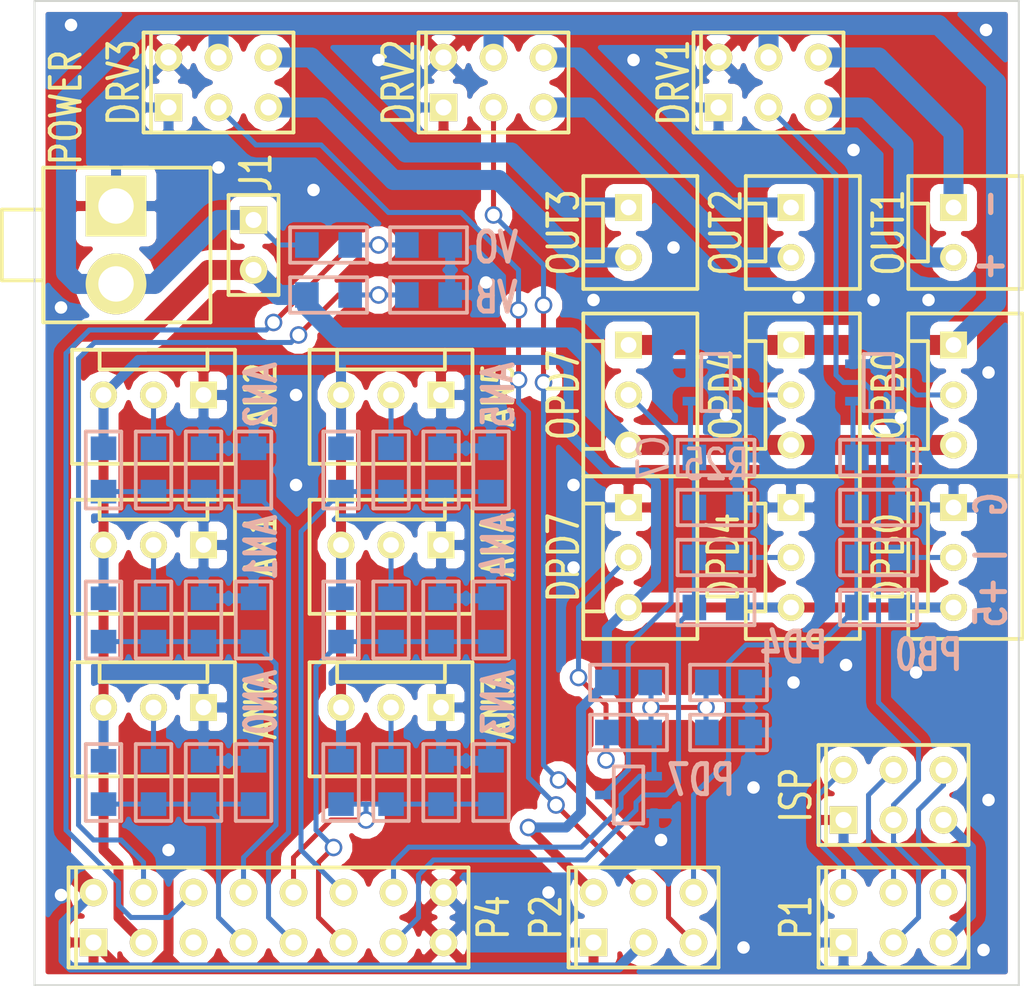
<source format=kicad_pcb>
(kicad_pcb (version 3) (host pcbnew "(25-Oct-2014 BZR 4029)-stable")

  (general
    (links 178)
    (no_connects 0)
    (area 97.991929 99.12 152.118786 150.435)
    (thickness 1.6)
    (drawings 18)
    (tracks 323)
    (zones 0)
    (modules 99)
    (nets 41)
  )

  (page A3)
  (title_block 
    (title "Borg HA Light 2 Extension Board")
    (rev V1.0)
  )

  (layers
    (15 F.Cu signal)
    (0 B.Cu signal)
    (16 B.Adhes user)
    (17 F.Adhes user)
    (18 B.Paste user)
    (19 F.Paste user)
    (20 B.SilkS user)
    (21 F.SilkS user)
    (22 B.Mask user)
    (23 F.Mask user)
    (24 Dwgs.User user)
    (25 Cmts.User user)
    (26 Eco1.User user)
    (27 Eco2.User user)
    (28 Edge.Cuts user)
  )

  (setup
    (last_trace_width 0.254)
    (user_trace_width 0.254)
    (user_trace_width 0.508)
    (user_trace_width 0.762)
    (user_trace_width 1.016)
    (user_trace_width 1.27)
    (trace_clearance 0.254)
    (zone_clearance 0.508)
    (zone_45_only no)
    (trace_min 0.254)
    (segment_width 0.2)
    (edge_width 0.1)
    (via_size 0.889)
    (via_drill 0.635)
    (via_min_size 0.889)
    (via_min_drill 0.508)
    (uvia_size 0.508)
    (uvia_drill 0.127)
    (uvias_allowed no)
    (uvia_min_size 0.508)
    (uvia_min_drill 0.127)
    (pcb_text_width 0.3)
    (pcb_text_size 1.5 1.5)
    (mod_edge_width 0.15)
    (mod_text_size 1 1)
    (mod_text_width 0.15)
    (pad_size 1.5 1.5)
    (pad_drill 0.6)
    (pad_to_mask_clearance 0)
    (aux_axis_origin 0 0)
    (visible_elements 7FFFFFBF)
    (pcbplotparams
      (layerselection 284983297)
      (usegerberextensions true)
      (excludeedgelayer true)
      (linewidth 0.150000)
      (plotframeref false)
      (viasonmask false)
      (mode 1)
      (useauxorigin false)
      (hpglpennumber 1)
      (hpglpenspeed 20)
      (hpglpendiameter 15)
      (hpglpenoverlay 2)
      (psnegative false)
      (psa4output false)
      (plotreference true)
      (plotvalue true)
      (plotothertext true)
      (plotinvisibletext false)
      (padsonsilk false)
      (subtractmaskfromsilk false)
      (outputformat 1)
      (mirror false)
      (drillshape 0)
      (scaleselection 1)
      (outputdirectory production))
  )

  (net 0 "")
  (net 1 /ADC0)
  (net 2 /ADC1)
  (net 3 /ADC2)
  (net 4 /ADC3)
  (net 5 /ADC4)
  (net 6 /ADC5)
  (net 7 /ADC6)
  (net 8 /ADC7)
  (net 9 /AIN1)
  (net 10 /AN0)
  (net 11 /AN1)
  (net 12 /AN2)
  (net 13 /AN3)
  (net 14 /AN4)
  (net 15 /AN5)
  (net 16 /DPB0)
  (net 17 /DPD4)
  (net 18 /DPD7)
  (net 19 /ICP1)
  (net 20 /ISP_VCC)
  (net 21 /MISO)
  (net 22 /MOSI/OC2A)
  (net 23 /O1+)
  (net 24 /O1-)
  (net 25 /O2+)
  (net 26 /O2-)
  (net 27 /O3+)
  (net 28 /O3-)
  (net 29 /OC1A)
  (net 30 /OC1B)
  (net 31 /OPB0)
  (net 32 /OPD4)
  (net 33 /OPD7)
  (net 34 /PD4)
  (net 35 /RESET)
  (net 36 /SCK)
  (net 37 /VOUT)
  (net 38 GND)
  (net 39 VBATT)
  (net 40 VCC)

  (net_class Default "This is the default net class."
    (clearance 0.254)
    (trace_width 0.254)
    (via_dia 0.889)
    (via_drill 0.635)
    (uvia_dia 0.508)
    (uvia_drill 0.127)
    (add_net "")
    (add_net /ADC0)
    (add_net /ADC1)
    (add_net /ADC2)
    (add_net /ADC3)
    (add_net /ADC4)
    (add_net /ADC5)
    (add_net /ADC6)
    (add_net /ADC7)
    (add_net /AIN1)
    (add_net /AN0)
    (add_net /AN1)
    (add_net /AN2)
    (add_net /AN3)
    (add_net /AN4)
    (add_net /AN5)
    (add_net /DPB0)
    (add_net /DPD4)
    (add_net /DPD7)
    (add_net /ICP1)
    (add_net /MISO)
    (add_net /MOSI/OC2A)
    (add_net /OC1A)
    (add_net /OC1B)
    (add_net /OPB0)
    (add_net /OPD4)
    (add_net /OPD7)
    (add_net /PD4)
    (add_net /RESET)
    (add_net /SCK)
    (add_net GND)
  )

  (net_class Power ""
    (clearance 0.254)
    (trace_width 1.016)
    (via_dia 0.889)
    (via_drill 0.635)
    (uvia_dia 0.508)
    (uvia_drill 0.127)
    (add_net /O1+)
    (add_net /O1-)
    (add_net /O2+)
    (add_net /O2-)
    (add_net /O3+)
    (add_net /O3-)
    (add_net /VOUT)
    (add_net VBATT)
  )

  (net_class PowerLow ""
    (clearance 0.254)
    (trace_width 0.508)
    (via_dia 0.889)
    (via_drill 0.635)
    (uvia_dia 0.508)
    (uvia_drill 0.127)
    (add_net /ISP_VCC)
    (add_net VCC)
  )

  (module R_SMT0805 (layer B.Cu) (tedit 5634A6B6) (tstamp 56338F8B)
    (at 118.11 123.825 270)
    (descr "Module R_SMT0805, length 3400 pad length 1200 width 1300")
    (path /56337E47)
    (fp_text reference R15 (at 0 -2.1717 270) (layer B.SilkS) hide
      (effects (font (size 1.524 1.143) (thickness 0.1905)) (justify mirror))
    )
    (fp_text value R (at 0 2.1717 270) (layer B.SilkS) hide
      (effects (font (size 1.524 1.143) (thickness 0.1905)) (justify mirror))
    )
    (fp_line (start -1.95326 -0.9017) (end 1.95326 -0.9017) (layer B.SilkS) (width 0.1905))
    (fp_line (start 1.95326 -0.9017) (end 1.95326 0.9017) (layer B.SilkS) (width 0.1905))
    (fp_line (start 1.95326 0.9017) (end -1.95326 0.9017) (layer B.SilkS) (width 0.1905))
    (fp_line (start -1.95326 0.9017) (end -1.95326 -0.9017) (layer B.SilkS) (width 0.1905))
    (pad 1 smd rect (at -1.09982 0 270) (size 1.19888 1.29794)
      (layers B.Cu B.Paste B.Mask)
      (net 15 /AN5)
    )
    (pad 2 smd rect (at 1.09982 0 270) (size 1.19888 1.29794)
      (layers B.Cu B.Paste B.Mask)
      (net 6 /ADC5)
    )
  )

  (module R_SMT0805 (layer B.Cu) (tedit 5634A6EE) (tstamp 56338F95)
    (at 115.57 139.7 270)
    (descr "Module R_SMT0805, length 3400 pad length 1200 width 1300")
    (path /56337E17)
    (fp_text reference R4 (at 0 -2.1717 270) (layer B.SilkS) hide
      (effects (font (size 1.524 1.143) (thickness 0.1905)) (justify mirror))
    )
    (fp_text value R (at 0 2.1717 270) (layer B.SilkS) hide
      (effects (font (size 1.524 1.143) (thickness 0.1905)) (justify mirror))
    )
    (fp_line (start -1.95326 -0.9017) (end 1.95326 -0.9017) (layer B.SilkS) (width 0.1905))
    (fp_line (start 1.95326 -0.9017) (end 1.95326 0.9017) (layer B.SilkS) (width 0.1905))
    (fp_line (start 1.95326 0.9017) (end -1.95326 0.9017) (layer B.SilkS) (width 0.1905))
    (fp_line (start -1.95326 0.9017) (end -1.95326 -0.9017) (layer B.SilkS) (width 0.1905))
    (pad 1 smd rect (at -1.09982 0 270) (size 1.19888 1.29794)
      (layers B.Cu B.Paste B.Mask)
      (net 40 VCC)
    )
    (pad 2 smd rect (at 1.09982 0 270) (size 1.19888 1.29794)
      (layers B.Cu B.Paste B.Mask)
      (net 4 /ADC3)
    )
  )

  (module R_SMT0805 (layer B.Cu) (tedit 5634A6A5) (tstamp 56338F9F)
    (at 103.505 123.825 270)
    (descr "Module R_SMT0805, length 3400 pad length 1200 width 1300")
    (path /56337E1D)
    (fp_text reference R3 (at 0 -2.1717 270) (layer B.SilkS) hide
      (effects (font (size 1.524 1.143) (thickness 0.1905)) (justify mirror))
    )
    (fp_text value R (at 0 2.1717 270) (layer B.SilkS) hide
      (effects (font (size 1.524 1.143) (thickness 0.1905)) (justify mirror))
    )
    (fp_line (start -1.95326 -0.9017) (end 1.95326 -0.9017) (layer B.SilkS) (width 0.1905))
    (fp_line (start 1.95326 -0.9017) (end 1.95326 0.9017) (layer B.SilkS) (width 0.1905))
    (fp_line (start 1.95326 0.9017) (end -1.95326 0.9017) (layer B.SilkS) (width 0.1905))
    (fp_line (start -1.95326 0.9017) (end -1.95326 -0.9017) (layer B.SilkS) (width 0.1905))
    (pad 1 smd rect (at -1.09982 0 270) (size 1.19888 1.29794)
      (layers B.Cu B.Paste B.Mask)
      (net 40 VCC)
    )
    (pad 2 smd rect (at 1.09982 0 270) (size 1.19888 1.29794)
      (layers B.Cu B.Paste B.Mask)
      (net 3 /ADC2)
    )
  )

  (module R_SMT0805 (layer B.Cu) (tedit 5634A6BB) (tstamp 56338FA9)
    (at 115.57 123.825 270)
    (descr "Module R_SMT0805, length 3400 pad length 1200 width 1300")
    (path /56337E23)
    (fp_text reference R6 (at 0 -2.1717 270) (layer B.SilkS) hide
      (effects (font (size 1.524 1.143) (thickness 0.1905)) (justify mirror))
    )
    (fp_text value R (at 0 2.1717 270) (layer B.SilkS) hide
      (effects (font (size 1.524 1.143) (thickness 0.1905)) (justify mirror))
    )
    (fp_line (start -1.95326 -0.9017) (end 1.95326 -0.9017) (layer B.SilkS) (width 0.1905))
    (fp_line (start 1.95326 -0.9017) (end 1.95326 0.9017) (layer B.SilkS) (width 0.1905))
    (fp_line (start 1.95326 0.9017) (end -1.95326 0.9017) (layer B.SilkS) (width 0.1905))
    (fp_line (start -1.95326 0.9017) (end -1.95326 -0.9017) (layer B.SilkS) (width 0.1905))
    (pad 1 smd rect (at -1.09982 0 270) (size 1.19888 1.29794)
      (layers B.Cu B.Paste B.Mask)
      (net 40 VCC)
    )
    (pad 2 smd rect (at 1.09982 0 270) (size 1.19888 1.29794)
      (layers B.Cu B.Paste B.Mask)
      (net 6 /ADC5)
    )
  )

  (module R_SMT0805 (layer B.Cu) (tedit 5634A6D4) (tstamp 56338FB3)
    (at 115.57 131.445 270)
    (descr "Module R_SMT0805, length 3400 pad length 1200 width 1300")
    (path /56337E29)
    (fp_text reference R5 (at 0 -2.1717 270) (layer B.SilkS) hide
      (effects (font (size 1.524 1.143) (thickness 0.1905)) (justify mirror))
    )
    (fp_text value R (at 0 2.1717 270) (layer B.SilkS) hide
      (effects (font (size 1.524 1.143) (thickness 0.1905)) (justify mirror))
    )
    (fp_line (start -1.95326 -0.9017) (end 1.95326 -0.9017) (layer B.SilkS) (width 0.1905))
    (fp_line (start 1.95326 -0.9017) (end 1.95326 0.9017) (layer B.SilkS) (width 0.1905))
    (fp_line (start 1.95326 0.9017) (end -1.95326 0.9017) (layer B.SilkS) (width 0.1905))
    (fp_line (start -1.95326 0.9017) (end -1.95326 -0.9017) (layer B.SilkS) (width 0.1905))
    (pad 1 smd rect (at -1.09982 0 270) (size 1.19888 1.29794)
      (layers B.Cu B.Paste B.Mask)
      (net 40 VCC)
    )
    (pad 2 smd rect (at 1.09982 0 270) (size 1.19888 1.29794)
      (layers B.Cu B.Paste B.Mask)
      (net 5 /ADC4)
    )
  )

  (module R_SMT0805 (layer B.Cu) (tedit 5634A685) (tstamp 56338FBD)
    (at 106.045 131.445 270)
    (descr "Module R_SMT0805, length 3400 pad length 1200 width 1300")
    (path /56337E2F)
    (fp_text reference R11 (at 0 -2.1717 270) (layer B.SilkS) hide
      (effects (font (size 1.524 1.143) (thickness 0.1905)) (justify mirror))
    )
    (fp_text value R (at 0 2.1717 270) (layer B.SilkS) hide
      (effects (font (size 1.524 1.143) (thickness 0.1905)) (justify mirror))
    )
    (fp_line (start -1.95326 -0.9017) (end 1.95326 -0.9017) (layer B.SilkS) (width 0.1905))
    (fp_line (start 1.95326 -0.9017) (end 1.95326 0.9017) (layer B.SilkS) (width 0.1905))
    (fp_line (start 1.95326 0.9017) (end -1.95326 0.9017) (layer B.SilkS) (width 0.1905))
    (fp_line (start -1.95326 0.9017) (end -1.95326 -0.9017) (layer B.SilkS) (width 0.1905))
    (pad 1 smd rect (at -1.09982 0 270) (size 1.19888 1.29794)
      (layers B.Cu B.Paste B.Mask)
      (net 11 /AN1)
    )
    (pad 2 smd rect (at 1.09982 0 270) (size 1.19888 1.29794)
      (layers B.Cu B.Paste B.Mask)
      (net 2 /ADC1)
    )
  )

  (module R_SMT0805 (layer B.Cu) (tedit 5634A667) (tstamp 56338FC7)
    (at 106.045 139.7 270)
    (descr "Module R_SMT0805, length 3400 pad length 1200 width 1300")
    (path /56337E35)
    (fp_text reference R10 (at 0 -2.1717 270) (layer B.SilkS) hide
      (effects (font (size 1.524 1.143) (thickness 0.1905)) (justify mirror))
    )
    (fp_text value R (at 0 2.1717 270) (layer B.SilkS) hide
      (effects (font (size 1.524 1.143) (thickness 0.1905)) (justify mirror))
    )
    (fp_line (start -1.95326 -0.9017) (end 1.95326 -0.9017) (layer B.SilkS) (width 0.1905))
    (fp_line (start 1.95326 -0.9017) (end 1.95326 0.9017) (layer B.SilkS) (width 0.1905))
    (fp_line (start 1.95326 0.9017) (end -1.95326 0.9017) (layer B.SilkS) (width 0.1905))
    (fp_line (start -1.95326 0.9017) (end -1.95326 -0.9017) (layer B.SilkS) (width 0.1905))
    (pad 1 smd rect (at -1.09982 0 270) (size 1.19888 1.29794)
      (layers B.Cu B.Paste B.Mask)
      (net 10 /AN0)
    )
    (pad 2 smd rect (at 1.09982 0 270) (size 1.19888 1.29794)
      (layers B.Cu B.Paste B.Mask)
      (net 1 /ADC0)
    )
  )

  (module R_SMT0805 (layer B.Cu) (tedit 5634A6DF) (tstamp 56338FD1)
    (at 118.11 139.7 270)
    (descr "Module R_SMT0805, length 3400 pad length 1200 width 1300")
    (path /56337E3B)
    (fp_text reference R13 (at 0 -2.1717 270) (layer B.SilkS) hide
      (effects (font (size 1.524 1.143) (thickness 0.1905)) (justify mirror))
    )
    (fp_text value R (at 0 2.1717 270) (layer B.SilkS) hide
      (effects (font (size 1.524 1.143) (thickness 0.1905)) (justify mirror))
    )
    (fp_line (start -1.95326 -0.9017) (end 1.95326 -0.9017) (layer B.SilkS) (width 0.1905))
    (fp_line (start 1.95326 -0.9017) (end 1.95326 0.9017) (layer B.SilkS) (width 0.1905))
    (fp_line (start 1.95326 0.9017) (end -1.95326 0.9017) (layer B.SilkS) (width 0.1905))
    (fp_line (start -1.95326 0.9017) (end -1.95326 -0.9017) (layer B.SilkS) (width 0.1905))
    (pad 1 smd rect (at -1.09982 0 270) (size 1.19888 1.29794)
      (layers B.Cu B.Paste B.Mask)
      (net 13 /AN3)
    )
    (pad 2 smd rect (at 1.09982 0 270) (size 1.19888 1.29794)
      (layers B.Cu B.Paste B.Mask)
      (net 4 /ADC3)
    )
  )

  (module R_SMT0805 (layer B.Cu) (tedit 5634A6A0) (tstamp 56338FDB)
    (at 106.045 123.825 270)
    (descr "Module R_SMT0805, length 3400 pad length 1200 width 1300")
    (path /56337E41)
    (fp_text reference R12 (at 0 -2.1717 270) (layer B.SilkS) hide
      (effects (font (size 1.524 1.143) (thickness 0.1905)) (justify mirror))
    )
    (fp_text value R (at 0 2.1717 270) (layer B.SilkS) hide
      (effects (font (size 1.524 1.143) (thickness 0.1905)) (justify mirror))
    )
    (fp_line (start -1.95326 -0.9017) (end 1.95326 -0.9017) (layer B.SilkS) (width 0.1905))
    (fp_line (start 1.95326 -0.9017) (end 1.95326 0.9017) (layer B.SilkS) (width 0.1905))
    (fp_line (start 1.95326 0.9017) (end -1.95326 0.9017) (layer B.SilkS) (width 0.1905))
    (fp_line (start -1.95326 0.9017) (end -1.95326 -0.9017) (layer B.SilkS) (width 0.1905))
    (pad 1 smd rect (at -1.09982 0 270) (size 1.19888 1.29794)
      (layers B.Cu B.Paste B.Mask)
      (net 12 /AN2)
    )
    (pad 2 smd rect (at 1.09982 0 270) (size 1.19888 1.29794)
      (layers B.Cu B.Paste B.Mask)
      (net 3 /ADC2)
    )
  )

  (module R_SMT0805 (layer B.Cu) (tedit 5634A671) (tstamp 56338FE5)
    (at 103.505 139.7 270)
    (descr "Module R_SMT0805, length 3400 pad length 1200 width 1300")
    (path /56337E11)
    (fp_text reference R1 (at 0 -2.1717 270) (layer B.SilkS) hide
      (effects (font (size 1.524 1.143) (thickness 0.1905)) (justify mirror))
    )
    (fp_text value R (at 0 2.1717 270) (layer B.SilkS) hide
      (effects (font (size 1.524 1.143) (thickness 0.1905)) (justify mirror))
    )
    (fp_line (start -1.95326 -0.9017) (end 1.95326 -0.9017) (layer B.SilkS) (width 0.1905))
    (fp_line (start 1.95326 -0.9017) (end 1.95326 0.9017) (layer B.SilkS) (width 0.1905))
    (fp_line (start 1.95326 0.9017) (end -1.95326 0.9017) (layer B.SilkS) (width 0.1905))
    (fp_line (start -1.95326 0.9017) (end -1.95326 -0.9017) (layer B.SilkS) (width 0.1905))
    (pad 1 smd rect (at -1.09982 0 270) (size 1.19888 1.29794)
      (layers B.Cu B.Paste B.Mask)
      (net 40 VCC)
    )
    (pad 2 smd rect (at 1.09982 0 270) (size 1.19888 1.29794)
      (layers B.Cu B.Paste B.Mask)
      (net 1 /ADC0)
    )
  )

  (module R_SMT0805 (layer B.Cu) (tedit 5634A6C6) (tstamp 56338FEF)
    (at 118.11 131.445 270)
    (descr "Module R_SMT0805, length 3400 pad length 1200 width 1300")
    (path /56337E4D)
    (fp_text reference R14 (at 0 -2.1717 270) (layer B.SilkS) hide
      (effects (font (size 1.524 1.143) (thickness 0.1905)) (justify mirror))
    )
    (fp_text value R (at 0 2.1717 270) (layer B.SilkS) hide
      (effects (font (size 1.524 1.143) (thickness 0.1905)) (justify mirror))
    )
    (fp_line (start -1.95326 -0.9017) (end 1.95326 -0.9017) (layer B.SilkS) (width 0.1905))
    (fp_line (start 1.95326 -0.9017) (end 1.95326 0.9017) (layer B.SilkS) (width 0.1905))
    (fp_line (start 1.95326 0.9017) (end -1.95326 0.9017) (layer B.SilkS) (width 0.1905))
    (fp_line (start -1.95326 0.9017) (end -1.95326 -0.9017) (layer B.SilkS) (width 0.1905))
    (pad 1 smd rect (at -1.09982 0 270) (size 1.19888 1.29794)
      (layers B.Cu B.Paste B.Mask)
      (net 14 /AN4)
    )
    (pad 2 smd rect (at 1.09982 0 270) (size 1.19888 1.29794)
      (layers B.Cu B.Paste B.Mask)
      (net 5 /ADC4)
    )
  )

  (module R_SMT0805 (layer B.Cu) (tedit 5634A690) (tstamp 56338FF9)
    (at 108.585 131.445 90)
    (descr "Module R_SMT0805, length 3400 pad length 1200 width 1300")
    (path /56337E53)
    (fp_text reference R20 (at 0 -2.1717 90) (layer B.SilkS) hide
      (effects (font (size 1.524 1.143) (thickness 0.1905)) (justify mirror))
    )
    (fp_text value R (at 0 2.1717 90) (layer B.SilkS) hide
      (effects (font (size 1.524 1.143) (thickness 0.1905)) (justify mirror))
    )
    (fp_line (start -1.95326 -0.9017) (end 1.95326 -0.9017) (layer B.SilkS) (width 0.1905))
    (fp_line (start 1.95326 -0.9017) (end 1.95326 0.9017) (layer B.SilkS) (width 0.1905))
    (fp_line (start 1.95326 0.9017) (end -1.95326 0.9017) (layer B.SilkS) (width 0.1905))
    (fp_line (start -1.95326 0.9017) (end -1.95326 -0.9017) (layer B.SilkS) (width 0.1905))
    (pad 1 smd rect (at -1.09982 0 90) (size 1.19888 1.29794)
      (layers B.Cu B.Paste B.Mask)
      (net 2 /ADC1)
    )
    (pad 2 smd rect (at 1.09982 0 90) (size 1.19888 1.29794)
      (layers B.Cu B.Paste B.Mask)
      (net 38 GND)
    )
  )

  (module R_SMT0805 (layer B.Cu) (tedit 5634A675) (tstamp 56339003)
    (at 108.585 139.7 90)
    (descr "Module R_SMT0805, length 3400 pad length 1200 width 1300")
    (path /56337E59)
    (fp_text reference R19 (at 0 -2.1717 90) (layer B.SilkS) hide
      (effects (font (size 1.524 1.143) (thickness 0.1905)) (justify mirror))
    )
    (fp_text value R (at 0 2.1717 90) (layer B.SilkS) hide
      (effects (font (size 1.524 1.143) (thickness 0.1905)) (justify mirror))
    )
    (fp_line (start -1.95326 -0.9017) (end 1.95326 -0.9017) (layer B.SilkS) (width 0.1905))
    (fp_line (start 1.95326 -0.9017) (end 1.95326 0.9017) (layer B.SilkS) (width 0.1905))
    (fp_line (start 1.95326 0.9017) (end -1.95326 0.9017) (layer B.SilkS) (width 0.1905))
    (fp_line (start -1.95326 0.9017) (end -1.95326 -0.9017) (layer B.SilkS) (width 0.1905))
    (pad 1 smd rect (at -1.09982 0 90) (size 1.19888 1.29794)
      (layers B.Cu B.Paste B.Mask)
      (net 1 /ADC0)
    )
    (pad 2 smd rect (at 1.09982 0 90) (size 1.19888 1.29794)
      (layers B.Cu B.Paste B.Mask)
      (net 38 GND)
    )
  )

  (module R_SMT0805 (layer B.Cu) (tedit 5634A6E8) (tstamp 5633900D)
    (at 120.65 139.7 90)
    (descr "Module R_SMT0805, length 3400 pad length 1200 width 1300")
    (path /56337E5F)
    (fp_text reference R22 (at 0 -2.1717 90) (layer B.SilkS) hide
      (effects (font (size 1.524 1.143) (thickness 0.1905)) (justify mirror))
    )
    (fp_text value R (at 0 2.1717 90) (layer B.SilkS) hide
      (effects (font (size 1.524 1.143) (thickness 0.1905)) (justify mirror))
    )
    (fp_line (start -1.95326 -0.9017) (end 1.95326 -0.9017) (layer B.SilkS) (width 0.1905))
    (fp_line (start 1.95326 -0.9017) (end 1.95326 0.9017) (layer B.SilkS) (width 0.1905))
    (fp_line (start 1.95326 0.9017) (end -1.95326 0.9017) (layer B.SilkS) (width 0.1905))
    (fp_line (start -1.95326 0.9017) (end -1.95326 -0.9017) (layer B.SilkS) (width 0.1905))
    (pad 1 smd rect (at -1.09982 0 90) (size 1.19888 1.29794)
      (layers B.Cu B.Paste B.Mask)
      (net 4 /ADC3)
    )
    (pad 2 smd rect (at 1.09982 0 90) (size 1.19888 1.29794)
      (layers B.Cu B.Paste B.Mask)
      (net 38 GND)
    )
  )

  (module R_SMT0805 (layer B.Cu) (tedit 5634A69C) (tstamp 56339017)
    (at 108.585 123.825 90)
    (descr "Module R_SMT0805, length 3400 pad length 1200 width 1300")
    (path /56337E65)
    (fp_text reference R21 (at 0 -2.1717 90) (layer B.SilkS) hide
      (effects (font (size 1.524 1.143) (thickness 0.1905)) (justify mirror))
    )
    (fp_text value R (at 0 2.1717 90) (layer B.SilkS) hide
      (effects (font (size 1.524 1.143) (thickness 0.1905)) (justify mirror))
    )
    (fp_line (start -1.95326 -0.9017) (end 1.95326 -0.9017) (layer B.SilkS) (width 0.1905))
    (fp_line (start 1.95326 -0.9017) (end 1.95326 0.9017) (layer B.SilkS) (width 0.1905))
    (fp_line (start 1.95326 0.9017) (end -1.95326 0.9017) (layer B.SilkS) (width 0.1905))
    (fp_line (start -1.95326 0.9017) (end -1.95326 -0.9017) (layer B.SilkS) (width 0.1905))
    (pad 1 smd rect (at -1.09982 0 90) (size 1.19888 1.29794)
      (layers B.Cu B.Paste B.Mask)
      (net 3 /ADC2)
    )
    (pad 2 smd rect (at 1.09982 0 90) (size 1.19888 1.29794)
      (layers B.Cu B.Paste B.Mask)
      (net 38 GND)
    )
  )

  (module R_SMT0805 (layer B.Cu) (tedit 5634A6B1) (tstamp 56339021)
    (at 120.65 123.825 90)
    (descr "Module R_SMT0805, length 3400 pad length 1200 width 1300")
    (path /56337E6B)
    (fp_text reference R24 (at 0 -2.1717 90) (layer B.SilkS) hide
      (effects (font (size 1.524 1.143) (thickness 0.1905)) (justify mirror))
    )
    (fp_text value R (at 0 2.1717 90) (layer B.SilkS) hide
      (effects (font (size 1.524 1.143) (thickness 0.1905)) (justify mirror))
    )
    (fp_line (start -1.95326 -0.9017) (end 1.95326 -0.9017) (layer B.SilkS) (width 0.1905))
    (fp_line (start 1.95326 -0.9017) (end 1.95326 0.9017) (layer B.SilkS) (width 0.1905))
    (fp_line (start 1.95326 0.9017) (end -1.95326 0.9017) (layer B.SilkS) (width 0.1905))
    (fp_line (start -1.95326 0.9017) (end -1.95326 -0.9017) (layer B.SilkS) (width 0.1905))
    (pad 1 smd rect (at -1.09982 0 90) (size 1.19888 1.29794)
      (layers B.Cu B.Paste B.Mask)
      (net 6 /ADC5)
    )
    (pad 2 smd rect (at 1.09982 0 90) (size 1.19888 1.29794)
      (layers B.Cu B.Paste B.Mask)
      (net 38 GND)
    )
  )

  (module R_SMT0805 (layer B.Cu) (tedit 5634A6CE) (tstamp 5633902B)
    (at 120.65 131.445 90)
    (descr "Module R_SMT0805, length 3400 pad length 1200 width 1300")
    (path /56337E71)
    (fp_text reference R23 (at 0 -2.1717 90) (layer B.SilkS) hide
      (effects (font (size 1.524 1.143) (thickness 0.1905)) (justify mirror))
    )
    (fp_text value R (at 0 2.1717 90) (layer B.SilkS) hide
      (effects (font (size 1.524 1.143) (thickness 0.1905)) (justify mirror))
    )
    (fp_line (start -1.95326 -0.9017) (end 1.95326 -0.9017) (layer B.SilkS) (width 0.1905))
    (fp_line (start 1.95326 -0.9017) (end 1.95326 0.9017) (layer B.SilkS) (width 0.1905))
    (fp_line (start 1.95326 0.9017) (end -1.95326 0.9017) (layer B.SilkS) (width 0.1905))
    (fp_line (start -1.95326 0.9017) (end -1.95326 -0.9017) (layer B.SilkS) (width 0.1905))
    (pad 1 smd rect (at -1.09982 0 90) (size 1.19888 1.29794)
      (layers B.Cu B.Paste B.Mask)
      (net 5 /ADC4)
    )
    (pad 2 smd rect (at 1.09982 0 90) (size 1.19888 1.29794)
      (layers B.Cu B.Paste B.Mask)
      (net 38 GND)
    )
  )

  (module R_SMT0805 (layer B.Cu) (tedit 5634A712) (tstamp 56339035)
    (at 134.62 130.81 180)
    (descr "Module R_SMT0805, length 3400 pad length 1200 width 1300")
    (path /56339B9D)
    (fp_text reference R7 (at 0 -2.1717 180) (layer B.SilkS) hide
      (effects (font (size 1.524 1.143) (thickness 0.1905)) (justify mirror))
    )
    (fp_text value R (at 0 2.1717 180) (layer B.SilkS) hide
      (effects (font (size 1.524 1.143) (thickness 0.1905)) (justify mirror))
    )
    (fp_line (start -1.95326 -0.9017) (end 1.95326 -0.9017) (layer B.SilkS) (width 0.1905))
    (fp_line (start 1.95326 -0.9017) (end 1.95326 0.9017) (layer B.SilkS) (width 0.1905))
    (fp_line (start 1.95326 0.9017) (end -1.95326 0.9017) (layer B.SilkS) (width 0.1905))
    (fp_line (start -1.95326 0.9017) (end -1.95326 -0.9017) (layer B.SilkS) (width 0.1905))
    (pad 1 smd rect (at -1.09982 0 180) (size 1.19888 1.29794)
      (layers B.Cu B.Paste B.Mask)
      (net 40 VCC)
    )
    (pad 2 smd rect (at 1.09982 0 180) (size 1.19888 1.29794)
      (layers B.Cu B.Paste B.Mask)
      (net 34 /PD4)
    )
  )

  (module R_SMT0805 (layer B.Cu) (tedit 5634A68B) (tstamp 5633903F)
    (at 103.505 131.445 270)
    (descr "Module R_SMT0805, length 3400 pad length 1200 width 1300")
    (path /56337DE8)
    (fp_text reference R2 (at 0 -2.1717 270) (layer B.SilkS) hide
      (effects (font (size 1.524 1.143) (thickness 0.1905)) (justify mirror))
    )
    (fp_text value R (at 0 2.1717 270) (layer B.SilkS) hide
      (effects (font (size 1.524 1.143) (thickness 0.1905)) (justify mirror))
    )
    (fp_line (start -1.95326 -0.9017) (end 1.95326 -0.9017) (layer B.SilkS) (width 0.1905))
    (fp_line (start 1.95326 -0.9017) (end 1.95326 0.9017) (layer B.SilkS) (width 0.1905))
    (fp_line (start 1.95326 0.9017) (end -1.95326 0.9017) (layer B.SilkS) (width 0.1905))
    (fp_line (start -1.95326 0.9017) (end -1.95326 -0.9017) (layer B.SilkS) (width 0.1905))
    (pad 1 smd rect (at -1.09982 0 270) (size 1.19888 1.29794)
      (layers B.Cu B.Paste B.Mask)
      (net 40 VCC)
    )
    (pad 2 smd rect (at 1.09982 0 270) (size 1.19888 1.29794)
      (layers B.Cu B.Paste B.Mask)
      (net 2 /ADC1)
    )
  )

  (module R_SMT0805 (layer B.Cu) (tedit 5634A74E) (tstamp 56339049)
    (at 114.935 112.395)
    (descr "Module R_SMT0805, length 3400 pad length 1200 width 1300")
    (path /56336557)
    (fp_text reference R28 (at 0 -2.1717) (layer B.SilkS) hide
      (effects (font (size 1.524 1.143) (thickness 0.1905)) (justify mirror))
    )
    (fp_text value R (at 0 2.1717) (layer B.SilkS) hide
      (effects (font (size 1.524 1.143) (thickness 0.1905)) (justify mirror))
    )
    (fp_line (start -1.95326 -0.9017) (end 1.95326 -0.9017) (layer B.SilkS) (width 0.1905))
    (fp_line (start 1.95326 -0.9017) (end 1.95326 0.9017) (layer B.SilkS) (width 0.1905))
    (fp_line (start 1.95326 0.9017) (end -1.95326 0.9017) (layer B.SilkS) (width 0.1905))
    (fp_line (start -1.95326 0.9017) (end -1.95326 -0.9017) (layer B.SilkS) (width 0.1905))
    (pad 1 smd rect (at -1.09982 0) (size 1.19888 1.29794)
      (layers B.Cu B.Paste B.Mask)
      (net 37 /VOUT)
    )
    (pad 2 smd rect (at 1.09982 0) (size 1.19888 1.29794)
      (layers B.Cu B.Paste B.Mask)
      (net 8 /ADC7)
    )
  )

  (module R_SMT0805 (layer B.Cu) (tedit 5634A705) (tstamp 56339053)
    (at 130.175 137.16)
    (descr "Module R_SMT0805, length 3400 pad length 1200 width 1300")
    (path /56339BDF)
    (fp_text reference R17 (at 0 -2.1717) (layer B.SilkS) hide
      (effects (font (size 1.524 1.143) (thickness 0.1905)) (justify mirror))
    )
    (fp_text value R (at 0 2.1717) (layer B.SilkS) hide
      (effects (font (size 1.524 1.143) (thickness 0.1905)) (justify mirror))
    )
    (fp_line (start -1.95326 -0.9017) (end 1.95326 -0.9017) (layer B.SilkS) (width 0.1905))
    (fp_line (start 1.95326 -0.9017) (end 1.95326 0.9017) (layer B.SilkS) (width 0.1905))
    (fp_line (start 1.95326 0.9017) (end -1.95326 0.9017) (layer B.SilkS) (width 0.1905))
    (fp_line (start -1.95326 0.9017) (end -1.95326 -0.9017) (layer B.SilkS) (width 0.1905))
    (pad 1 smd rect (at -1.09982 0) (size 1.19888 1.29794)
      (layers B.Cu B.Paste B.Mask)
      (net 18 /DPD7)
    )
    (pad 2 smd rect (at 1.09982 0) (size 1.19888 1.29794)
      (layers B.Cu B.Paste B.Mask)
      (net 9 /AIN1)
    )
  )

  (module R_SMT0805 (layer B.Cu) (tedit 5634A724) (tstamp 5633905D)
    (at 142.875 128.27 180)
    (descr "Module R_SMT0805, length 3400 pad length 1200 width 1300")
    (path /56339BD9)
    (fp_text reference R18 (at 0 -2.1717 180) (layer B.SilkS) hide
      (effects (font (size 1.524 1.143) (thickness 0.1905)) (justify mirror))
    )
    (fp_text value R (at 0 2.1717 180) (layer B.SilkS) hide
      (effects (font (size 1.524 1.143) (thickness 0.1905)) (justify mirror))
    )
    (fp_line (start -1.95326 -0.9017) (end 1.95326 -0.9017) (layer B.SilkS) (width 0.1905))
    (fp_line (start 1.95326 -0.9017) (end 1.95326 0.9017) (layer B.SilkS) (width 0.1905))
    (fp_line (start 1.95326 0.9017) (end -1.95326 0.9017) (layer B.SilkS) (width 0.1905))
    (fp_line (start -1.95326 0.9017) (end -1.95326 -0.9017) (layer B.SilkS) (width 0.1905))
    (pad 1 smd rect (at -1.09982 0 180) (size 1.19888 1.29794)
      (layers B.Cu B.Paste B.Mask)
      (net 16 /DPB0)
    )
    (pad 2 smd rect (at 1.09982 0 180) (size 1.19888 1.29794)
      (layers B.Cu B.Paste B.Mask)
      (net 19 /ICP1)
    )
  )

  (module R_SMT0805 (layer B.Cu) (tedit 5634A733) (tstamp 56339067)
    (at 134.62 128.27 180)
    (descr "Module R_SMT0805, length 3400 pad length 1200 width 1300")
    (path /56339BD3)
    (fp_text reference R16 (at 0 -2.1717 180) (layer B.SilkS) hide
      (effects (font (size 1.524 1.143) (thickness 0.1905)) (justify mirror))
    )
    (fp_text value R (at 0 2.1717 180) (layer B.SilkS) hide
      (effects (font (size 1.524 1.143) (thickness 0.1905)) (justify mirror))
    )
    (fp_line (start -1.95326 -0.9017) (end 1.95326 -0.9017) (layer B.SilkS) (width 0.1905))
    (fp_line (start 1.95326 -0.9017) (end 1.95326 0.9017) (layer B.SilkS) (width 0.1905))
    (fp_line (start 1.95326 0.9017) (end -1.95326 0.9017) (layer B.SilkS) (width 0.1905))
    (fp_line (start -1.95326 0.9017) (end -1.95326 -0.9017) (layer B.SilkS) (width 0.1905))
    (pad 1 smd rect (at -1.09982 0 180) (size 1.19888 1.29794)
      (layers B.Cu B.Paste B.Mask)
      (net 17 /DPD4)
    )
    (pad 2 smd rect (at 1.09982 0 180) (size 1.19888 1.29794)
      (layers B.Cu B.Paste B.Mask)
      (net 34 /PD4)
    )
  )

  (module R_SMT0805 (layer B.Cu) (tedit 5634A708) (tstamp 56339071)
    (at 135.255 137.16)
    (descr "Module R_SMT0805, length 3400 pad length 1200 width 1300")
    (path /56339BBB)
    (fp_text reference R26 (at 3.81 0) (layer B.SilkS) hide
      (effects (font (size 1.524 1.143) (thickness 0.1905)) (justify mirror))
    )
    (fp_text value R (at 0 2.1717) (layer B.SilkS) hide
      (effects (font (size 1.524 1.143) (thickness 0.1905)) (justify mirror))
    )
    (fp_line (start -1.95326 -0.9017) (end 1.95326 -0.9017) (layer B.SilkS) (width 0.1905))
    (fp_line (start 1.95326 -0.9017) (end 1.95326 0.9017) (layer B.SilkS) (width 0.1905))
    (fp_line (start 1.95326 0.9017) (end -1.95326 0.9017) (layer B.SilkS) (width 0.1905))
    (fp_line (start -1.95326 0.9017) (end -1.95326 -0.9017) (layer B.SilkS) (width 0.1905))
    (pad 1 smd rect (at -1.09982 0) (size 1.19888 1.29794)
      (layers B.Cu B.Paste B.Mask)
      (net 9 /AIN1)
    )
    (pad 2 smd rect (at 1.09982 0) (size 1.19888 1.29794)
      (layers B.Cu B.Paste B.Mask)
      (net 38 GND)
    )
  )

  (module R_SMT0805 (layer B.Cu) (tedit 5634A719) (tstamp 5633907B)
    (at 142.875 125.73)
    (descr "Module R_SMT0805, length 3400 pad length 1200 width 1300")
    (path /56339BB5)
    (fp_text reference R27 (at -3.175 0 90) (layer B.SilkS) hide
      (effects (font (size 1.524 1.143) (thickness 0.1905)) (justify mirror))
    )
    (fp_text value R (at 0 2.1717) (layer B.SilkS) hide
      (effects (font (size 1.524 1.143) (thickness 0.1905)) (justify mirror))
    )
    (fp_line (start -1.95326 -0.9017) (end 1.95326 -0.9017) (layer B.SilkS) (width 0.1905))
    (fp_line (start 1.95326 -0.9017) (end 1.95326 0.9017) (layer B.SilkS) (width 0.1905))
    (fp_line (start 1.95326 0.9017) (end -1.95326 0.9017) (layer B.SilkS) (width 0.1905))
    (fp_line (start -1.95326 0.9017) (end -1.95326 -0.9017) (layer B.SilkS) (width 0.1905))
    (pad 1 smd rect (at -1.09982 0) (size 1.19888 1.29794)
      (layers B.Cu B.Paste B.Mask)
      (net 19 /ICP1)
    )
    (pad 2 smd rect (at 1.09982 0) (size 1.19888 1.29794)
      (layers B.Cu B.Paste B.Mask)
      (net 38 GND)
    )
  )

  (module R_SMT0805 (layer B.Cu) (tedit 200000) (tstamp 56339085)
    (at 134.62 125.73)
    (descr "Module R_SMT0805, length 3400 pad length 1200 width 1300")
    (path /56339BAF)
    (fp_text reference R25 (at 0 -2.1717) (layer B.SilkS)
      (effects (font (size 1.524 1.143) (thickness 0.1905)) (justify mirror))
    )
    (fp_text value R (at 0 2.1717) (layer B.SilkS) hide
      (effects (font (size 1.524 1.143) (thickness 0.1905)) (justify mirror))
    )
    (fp_line (start -1.95326 -0.9017) (end 1.95326 -0.9017) (layer B.SilkS) (width 0.1905))
    (fp_line (start 1.95326 -0.9017) (end 1.95326 0.9017) (layer B.SilkS) (width 0.1905))
    (fp_line (start 1.95326 0.9017) (end -1.95326 0.9017) (layer B.SilkS) (width 0.1905))
    (fp_line (start -1.95326 0.9017) (end -1.95326 -0.9017) (layer B.SilkS) (width 0.1905))
    (pad 1 smd rect (at -1.09982 0) (size 1.19888 1.29794)
      (layers B.Cu B.Paste B.Mask)
      (net 34 /PD4)
    )
    (pad 2 smd rect (at 1.09982 0) (size 1.19888 1.29794)
      (layers B.Cu B.Paste B.Mask)
      (net 38 GND)
    )
  )

  (module R_SMT0805 (layer B.Cu) (tedit 5634A70F) (tstamp 5633908F)
    (at 130.175 134.62)
    (descr "Module R_SMT0805, length 3400 pad length 1200 width 1300")
    (path /56339BA9)
    (fp_text reference R8 (at 0 -2.1717) (layer B.SilkS) hide
      (effects (font (size 1.524 1.143) (thickness 0.1905)) (justify mirror))
    )
    (fp_text value R (at 0 2.1717) (layer B.SilkS) hide
      (effects (font (size 1.524 1.143) (thickness 0.1905)) (justify mirror))
    )
    (fp_line (start -1.95326 -0.9017) (end 1.95326 -0.9017) (layer B.SilkS) (width 0.1905))
    (fp_line (start 1.95326 -0.9017) (end 1.95326 0.9017) (layer B.SilkS) (width 0.1905))
    (fp_line (start 1.95326 0.9017) (end -1.95326 0.9017) (layer B.SilkS) (width 0.1905))
    (fp_line (start -1.95326 0.9017) (end -1.95326 -0.9017) (layer B.SilkS) (width 0.1905))
    (pad 1 smd rect (at -1.09982 0) (size 1.19888 1.29794)
      (layers B.Cu B.Paste B.Mask)
      (net 40 VCC)
    )
    (pad 2 smd rect (at 1.09982 0) (size 1.19888 1.29794)
      (layers B.Cu B.Paste B.Mask)
      (net 9 /AIN1)
    )
  )

  (module R_SMT0805 (layer B.Cu) (tedit 5634A758) (tstamp 56339099)
    (at 114.935 114.935)
    (descr "Module R_SMT0805, length 3400 pad length 1200 width 1300")
    (path /56336E72)
    (fp_text reference R29 (at 0 -2.1717) (layer B.SilkS) hide
      (effects (font (size 1.524 1.143) (thickness 0.1905)) (justify mirror))
    )
    (fp_text value R (at 0 2.1717) (layer B.SilkS) hide
      (effects (font (size 1.524 1.143) (thickness 0.1905)) (justify mirror))
    )
    (fp_line (start -1.95326 -0.9017) (end 1.95326 -0.9017) (layer B.SilkS) (width 0.1905))
    (fp_line (start 1.95326 -0.9017) (end 1.95326 0.9017) (layer B.SilkS) (width 0.1905))
    (fp_line (start 1.95326 0.9017) (end -1.95326 0.9017) (layer B.SilkS) (width 0.1905))
    (fp_line (start -1.95326 0.9017) (end -1.95326 -0.9017) (layer B.SilkS) (width 0.1905))
    (pad 1 smd rect (at -1.09982 0) (size 1.19888 1.29794)
      (layers B.Cu B.Paste B.Mask)
      (net 39 VBATT)
    )
    (pad 2 smd rect (at 1.09982 0) (size 1.19888 1.29794)
      (layers B.Cu B.Paste B.Mask)
      (net 7 /ADC6)
    )
  )

  (module R_SMT0805 (layer B.Cu) (tedit 5634A751) (tstamp 563390A3)
    (at 120.015 112.395)
    (descr "Module R_SMT0805, length 3400 pad length 1200 width 1300")
    (path /56336E78)
    (fp_text reference R30 (at 0 -2.1717) (layer B.SilkS) hide
      (effects (font (size 1.524 1.143) (thickness 0.1905)) (justify mirror))
    )
    (fp_text value R (at 0 2.1717) (layer B.SilkS) hide
      (effects (font (size 1.524 1.143) (thickness 0.1905)) (justify mirror))
    )
    (fp_line (start -1.95326 -0.9017) (end 1.95326 -0.9017) (layer B.SilkS) (width 0.1905))
    (fp_line (start 1.95326 -0.9017) (end 1.95326 0.9017) (layer B.SilkS) (width 0.1905))
    (fp_line (start 1.95326 0.9017) (end -1.95326 0.9017) (layer B.SilkS) (width 0.1905))
    (fp_line (start -1.95326 0.9017) (end -1.95326 -0.9017) (layer B.SilkS) (width 0.1905))
    (pad 1 smd rect (at -1.09982 0) (size 1.19888 1.29794)
      (layers B.Cu B.Paste B.Mask)
      (net 8 /ADC7)
    )
    (pad 2 smd rect (at 1.09982 0) (size 1.19888 1.29794)
      (layers B.Cu B.Paste B.Mask)
      (net 38 GND)
    )
  )

  (module R_SMT0805 (layer B.Cu) (tedit 5634A755) (tstamp 563390AD)
    (at 120.015 114.935)
    (descr "Module R_SMT0805, length 3400 pad length 1200 width 1300")
    (path /56336E7E)
    (fp_text reference R31 (at 0 -2.1717) (layer B.SilkS) hide
      (effects (font (size 1.524 1.143) (thickness 0.1905)) (justify mirror))
    )
    (fp_text value R (at 0 2.1717) (layer B.SilkS) hide
      (effects (font (size 1.524 1.143) (thickness 0.1905)) (justify mirror))
    )
    (fp_line (start -1.95326 -0.9017) (end 1.95326 -0.9017) (layer B.SilkS) (width 0.1905))
    (fp_line (start 1.95326 -0.9017) (end 1.95326 0.9017) (layer B.SilkS) (width 0.1905))
    (fp_line (start 1.95326 0.9017) (end -1.95326 0.9017) (layer B.SilkS) (width 0.1905))
    (fp_line (start -1.95326 0.9017) (end -1.95326 -0.9017) (layer B.SilkS) (width 0.1905))
    (pad 1 smd rect (at -1.09982 0) (size 1.19888 1.29794)
      (layers B.Cu B.Paste B.Mask)
      (net 7 /ADC6)
    )
    (pad 2 smd rect (at 1.09982 0) (size 1.19888 1.29794)
      (layers B.Cu B.Paste B.Mask)
      (net 38 GND)
    )
  )

  (module R_SMT0805 (layer B.Cu) (tedit 5634A714) (tstamp 563390B7)
    (at 142.875 130.81 180)
    (descr "Module R_SMT0805, length 3400 pad length 1200 width 1300")
    (path /56339BA3)
    (fp_text reference R9 (at 0 -2.1717 180) (layer B.SilkS) hide
      (effects (font (size 1.524 1.143) (thickness 0.1905)) (justify mirror))
    )
    (fp_text value R (at 0 2.1717 180) (layer B.SilkS) hide
      (effects (font (size 1.524 1.143) (thickness 0.1905)) (justify mirror))
    )
    (fp_line (start -1.95326 -0.9017) (end 1.95326 -0.9017) (layer B.SilkS) (width 0.1905))
    (fp_line (start 1.95326 -0.9017) (end 1.95326 0.9017) (layer B.SilkS) (width 0.1905))
    (fp_line (start 1.95326 0.9017) (end -1.95326 0.9017) (layer B.SilkS) (width 0.1905))
    (fp_line (start -1.95326 0.9017) (end -1.95326 -0.9017) (layer B.SilkS) (width 0.1905))
    (pad 1 smd rect (at -1.09982 0 180) (size 1.19888 1.29794)
      (layers B.Cu B.Paste B.Mask)
      (net 40 VCC)
    )
    (pad 2 smd rect (at 1.09982 0 180) (size 1.19888 1.29794)
      (layers B.Cu B.Paste B.Mask)
      (net 19 /ICP1)
    )
  )

  (module Q_3_SOT23_GSD (layer B.Cu) (tedit 5634A741) (tstamp 563390C2)
    (at 134.62 119.38 90)
    (descr "Module Q_3_SOT23_GSD")
    (path /5633BD05)
    (fp_text reference Q1 (at 0 -2.96926 90) (layer B.SilkS) hide
      (effects (font (size 1.524 1.143) (thickness 0.1905)) (justify mirror))
    )
    (fp_text value MOSFET_N (at 0 2.96926 90) (layer B.SilkS) hide
      (effects (font (size 1.524 1.143) (thickness 0.1905)) (justify mirror))
    )
    (fp_line (start 1.4478 -0.7493) (end -1.4478 -0.7493) (layer B.SilkS) (width 0.1905))
    (fp_line (start -1.4478 -0.7493) (end -1.4478 0.7493) (layer B.SilkS) (width 0.1905))
    (fp_line (start -1.4478 0.7493) (end 1.4478 0.7493) (layer B.SilkS) (width 0.1905))
    (fp_line (start 1.4478 0.7493) (end 1.4478 -0.7493) (layer B.SilkS) (width 0.1905))
    (pad G smd rect (at -0.94996 -1.29794 90) (size 0.43942 0.79756)
      (layers B.Cu B.Paste B.Mask)
      (net 34 /PD4)
    )
    (pad S smd rect (at 0.94996 -1.29794 90) (size 0.43942 0.79756)
      (layers B.Cu B.Paste B.Mask)
      (net 38 GND)
    )
    (pad D smd rect (at 0 1.29794 90) (size 0.43942 0.79756)
      (layers B.Cu B.Paste B.Mask)
      (net 32 /OPD4)
    )
  )

  (module Q_3_SOT23_GSD (layer B.Cu) (tedit 5634A701) (tstamp 563390CD)
    (at 130.175 140.335 270)
    (descr "Module Q_3_SOT23_GSD")
    (path /56338DE9)
    (fp_text reference Q2 (at 0 -2.96926 270) (layer B.SilkS) hide
      (effects (font (size 1.524 1.143) (thickness 0.1905)) (justify mirror))
    )
    (fp_text value MOSFET_N (at 0 2.96926 270) (layer B.SilkS) hide
      (effects (font (size 1.524 1.143) (thickness 0.1905)) (justify mirror))
    )
    (fp_line (start 1.4478 -0.7493) (end -1.4478 -0.7493) (layer B.SilkS) (width 0.1905))
    (fp_line (start -1.4478 -0.7493) (end -1.4478 0.7493) (layer B.SilkS) (width 0.1905))
    (fp_line (start -1.4478 0.7493) (end 1.4478 0.7493) (layer B.SilkS) (width 0.1905))
    (fp_line (start 1.4478 0.7493) (end 1.4478 -0.7493) (layer B.SilkS) (width 0.1905))
    (pad G smd rect (at -0.94996 -1.29794 270) (size 0.43942 0.79756)
      (layers B.Cu B.Paste B.Mask)
      (net 9 /AIN1)
    )
    (pad S smd rect (at 0.94996 -1.29794 270) (size 0.43942 0.79756)
      (layers B.Cu B.Paste B.Mask)
      (net 38 GND)
    )
    (pad D smd rect (at 0 1.29794 270) (size 0.43942 0.79756)
      (layers B.Cu B.Paste B.Mask)
      (net 33 /OPD7)
    )
  )

  (module Q_3_SOT23_GSD (layer B.Cu) (tedit 5634A745) (tstamp 563390D8)
    (at 142.875 119.38 90)
    (descr "Module Q_3_SOT23_GSD")
    (path /56338E06)
    (fp_text reference Q3 (at 0 -2.96926 90) (layer B.SilkS) hide
      (effects (font (size 1.524 1.143) (thickness 0.1905)) (justify mirror))
    )
    (fp_text value MOSFET_N (at 0 2.96926 90) (layer B.SilkS) hide
      (effects (font (size 1.524 1.143) (thickness 0.1905)) (justify mirror))
    )
    (fp_line (start 1.4478 -0.7493) (end -1.4478 -0.7493) (layer B.SilkS) (width 0.1905))
    (fp_line (start -1.4478 -0.7493) (end -1.4478 0.7493) (layer B.SilkS) (width 0.1905))
    (fp_line (start -1.4478 0.7493) (end 1.4478 0.7493) (layer B.SilkS) (width 0.1905))
    (fp_line (start 1.4478 0.7493) (end 1.4478 -0.7493) (layer B.SilkS) (width 0.1905))
    (pad G smd rect (at -0.94996 -1.29794 90) (size 0.43942 0.79756)
      (layers B.Cu B.Paste B.Mask)
      (net 19 /ICP1)
    )
    (pad S smd rect (at 0.94996 -1.29794 90) (size 0.43942 0.79756)
      (layers B.Cu B.Paste B.Mask)
      (net 38 GND)
    )
    (pad D smd rect (at 0 1.29794 90) (size 0.43942 0.79756)
      (layers B.Cu B.Paste B.Mask)
      (net 31 /OPB0)
    )
  )

  (module P_6_PIN2_100 (layer F.Cu) (tedit 5634A642) (tstamp 563390E7)
    (at 130.937 146.558)
    (descr "Module P_6_PIN2_100, 6 pins two rows 100")
    (path /56336548)
    (fp_text reference P2 (at -4.953 0 90) (layer F.SilkS)
      (effects (font (size 1.524 1.143) (thickness 0.1905)))
    )
    (fp_text value I/O (at 0 -3.81) (layer F.SilkS) hide
      (effects (font (size 1.524 1.143) (thickness 0.1905)))
    )
    (fp_line (start -3.81 2.54) (end 3.81 2.54) (layer F.SilkS) (width 0.1905))
    (fp_line (start 3.81 2.54) (end 3.81 -2.54) (layer F.SilkS) (width 0.1905))
    (fp_line (start 3.81 -2.54) (end -3.81 -2.54) (layer F.SilkS) (width 0.1905))
    (fp_line (start -3.81 -2.54) (end -3.81 2.54) (layer F.SilkS) (width 0.1905))
    (fp_line (start -3.429 2.54) (end -3.429 -2.54) (layer F.SilkS) (width 0.1905))
    (pad 1 thru_hole rect (at -2.54 1.27) (size 1.397 1.397) (drill 0.8128)
      (layers *.Cu *.Mask F.SilkS)
      (net 38 GND)
    )
    (pad 3 thru_hole circle (at 0 1.27) (size 1.397 1.397) (drill 0.8128)
      (layers *.Cu *.Mask F.SilkS)
      (net 39 VBATT)
    )
    (pad 5 thru_hole circle (at 2.54 1.27) (size 1.397 1.397) (drill 0.8128)
      (layers *.Cu *.Mask F.SilkS)
      (net 30 /OC1B)
    )
    (pad 2 thru_hole circle (at -2.54 -1.27) (size 1.397 1.397) (drill 0.8128)
      (layers *.Cu *.Mask F.SilkS)
      (net 40 VCC)
    )
    (pad 4 thru_hole circle (at 0 -1.27) (size 1.397 1.397) (drill 0.8128)
      (layers *.Cu *.Mask F.SilkS)
      (net 29 /OC1A)
    )
    (pad 6 thru_hole circle (at 2.54 -1.27) (size 1.397 1.397) (drill 0.8128)
      (layers *.Cu *.Mask F.SilkS)
      (net 19 /ICP1)
    )
  )

  (module P_6_PIN2_100 (layer F.Cu) (tedit 5634A943) (tstamp 563390F6)
    (at 143.637 140.335)
    (descr "Module P_6_PIN2_100, 6 pins two rows 100")
    (path /56336657)
    (fp_text reference P12 (at -4.953 0 90) (layer F.SilkS) hide
      (effects (font (size 1.524 1.143) (thickness 0.1905)))
    )
    (fp_text value ISP (at -4.953 0 90) (layer F.SilkS)
      (effects (font (size 1.524 1.143) (thickness 0.1905)))
    )
    (fp_line (start -3.81 2.54) (end 3.81 2.54) (layer F.SilkS) (width 0.1905))
    (fp_line (start 3.81 2.54) (end 3.81 -2.54) (layer F.SilkS) (width 0.1905))
    (fp_line (start 3.81 -2.54) (end -3.81 -2.54) (layer F.SilkS) (width 0.1905))
    (fp_line (start -3.81 -2.54) (end -3.81 2.54) (layer F.SilkS) (width 0.1905))
    (fp_line (start -3.429 2.54) (end -3.429 -2.54) (layer F.SilkS) (width 0.1905))
    (pad 1 thru_hole rect (at -2.54 1.27) (size 1.397 1.397) (drill 0.8128)
      (layers *.Cu *.Mask F.SilkS)
      (net 38 GND)
    )
    (pad 3 thru_hole circle (at 0 1.27) (size 1.397 1.397) (drill 0.8128)
      (layers *.Cu *.Mask F.SilkS)
      (net 22 /MOSI/OC2A)
    )
    (pad 5 thru_hole circle (at 2.54 1.27) (size 1.397 1.397) (drill 0.8128)
      (layers *.Cu *.Mask F.SilkS)
      (net 20 /ISP_VCC)
    )
    (pad 2 thru_hole circle (at -2.54 -1.27) (size 1.397 1.397) (drill 0.8128)
      (layers *.Cu *.Mask F.SilkS)
      (net 35 /RESET)
    )
    (pad 4 thru_hole circle (at 0 -1.27) (size 1.397 1.397) (drill 0.8128)
      (layers *.Cu *.Mask F.SilkS)
      (net 36 /SCK)
    )
    (pad 6 thru_hole circle (at 2.54 -1.27) (size 1.397 1.397) (drill 0.8128)
      (layers *.Cu *.Mask F.SilkS)
      (net 21 /MISO)
    )
  )

  (module P_6_PIN2_100 (layer F.Cu) (tedit 5634A63C) (tstamp 56339105)
    (at 143.637 146.558)
    (descr "Module P_6_PIN2_100, 6 pins two rows 100")
    (path /563365CA)
    (fp_text reference P1 (at -4.953 0 90) (layer F.SilkS)
      (effects (font (size 1.524 1.143) (thickness 0.1905)))
    )
    (fp_text value ISP (at 0 -3.556) (layer F.SilkS) hide
      (effects (font (size 1.524 1.143) (thickness 0.1905)))
    )
    (fp_line (start -3.81 2.54) (end 3.81 2.54) (layer F.SilkS) (width 0.1905))
    (fp_line (start 3.81 2.54) (end 3.81 -2.54) (layer F.SilkS) (width 0.1905))
    (fp_line (start 3.81 -2.54) (end -3.81 -2.54) (layer F.SilkS) (width 0.1905))
    (fp_line (start -3.81 -2.54) (end -3.81 2.54) (layer F.SilkS) (width 0.1905))
    (fp_line (start -3.429 2.54) (end -3.429 -2.54) (layer F.SilkS) (width 0.1905))
    (pad 1 thru_hole rect (at -2.54 1.27) (size 1.397 1.397) (drill 0.8128)
      (layers *.Cu *.Mask F.SilkS)
      (net 38 GND)
    )
    (pad 3 thru_hole circle (at 0 1.27) (size 1.397 1.397) (drill 0.8128)
      (layers *.Cu *.Mask F.SilkS)
      (net 22 /MOSI/OC2A)
    )
    (pad 5 thru_hole circle (at 2.54 1.27) (size 1.397 1.397) (drill 0.8128)
      (layers *.Cu *.Mask F.SilkS)
      (net 20 /ISP_VCC)
    )
    (pad 2 thru_hole circle (at -2.54 -1.27) (size 1.397 1.397) (drill 0.8128)
      (layers *.Cu *.Mask F.SilkS)
      (net 35 /RESET)
    )
    (pad 4 thru_hole circle (at 0 -1.27) (size 1.397 1.397) (drill 0.8128)
      (layers *.Cu *.Mask F.SilkS)
      (net 36 /SCK)
    )
    (pad 6 thru_hole circle (at 2.54 -1.27) (size 1.397 1.397) (drill 0.8128)
      (layers *.Cu *.Mask F.SilkS)
      (net 21 /MISO)
    )
  )

  (module P_6_PIN2_100 (layer F.Cu) (tedit 5634A8F1) (tstamp 56339114)
    (at 137.287 104.14)
    (descr "Module P_6_PIN2_100, 6 pins two rows 100")
    (path /563365D0)
    (fp_text reference P6 (at -4.953 0 90) (layer F.SilkS) hide
      (effects (font (size 1.524 1.143) (thickness 0.1905)))
    )
    (fp_text value DRV1 (at -4.826 0 90) (layer F.SilkS)
      (effects (font (size 1.524 1.143) (thickness 0.1905)))
    )
    (fp_line (start -3.81 2.54) (end 3.81 2.54) (layer F.SilkS) (width 0.1905))
    (fp_line (start 3.81 2.54) (end 3.81 -2.54) (layer F.SilkS) (width 0.1905))
    (fp_line (start 3.81 -2.54) (end -3.81 -2.54) (layer F.SilkS) (width 0.1905))
    (fp_line (start -3.81 -2.54) (end -3.81 2.54) (layer F.SilkS) (width 0.1905))
    (fp_line (start -3.429 2.54) (end -3.429 -2.54) (layer F.SilkS) (width 0.1905))
    (pad 1 thru_hole rect (at -2.54 1.27) (size 1.397 1.397) (drill 0.8128)
      (layers *.Cu *.Mask F.SilkS)
      (net 38 GND)
    )
    (pad 3 thru_hole circle (at 0 1.27) (size 1.397 1.397) (drill 0.8128)
      (layers *.Cu *.Mask F.SilkS)
      (net 22 /MOSI/OC2A)
    )
    (pad 5 thru_hole circle (at 2.54 1.27) (size 1.397 1.397) (drill 0.8128)
      (layers *.Cu *.Mask F.SilkS)
      (net 23 /O1+)
    )
    (pad 2 thru_hole circle (at -2.54 -1.27) (size 1.397 1.397) (drill 0.8128)
      (layers *.Cu *.Mask F.SilkS)
      (net 38 GND)
    )
    (pad 4 thru_hole circle (at 0 -1.27) (size 1.397 1.397) (drill 0.8128)
      (layers *.Cu *.Mask F.SilkS)
      (net 37 /VOUT)
    )
    (pad 6 thru_hole circle (at 2.54 -1.27) (size 1.397 1.397) (drill 0.8128)
      (layers *.Cu *.Mask F.SilkS)
      (net 24 /O1-)
    )
  )

  (module P_6_PIN2_100 (layer F.Cu) (tedit 5634A8E8) (tstamp 56339123)
    (at 109.347 104.14)
    (descr "Module P_6_PIN2_100, 6 pins two rows 100")
    (path /563365C4)
    (fp_text reference P10 (at -4.953 0 90) (layer F.SilkS) hide
      (effects (font (size 1.524 1.143) (thickness 0.1905)))
    )
    (fp_text value DRV3 (at -4.826 0 90) (layer F.SilkS)
      (effects (font (size 1.524 1.143) (thickness 0.1905)))
    )
    (fp_line (start -3.81 2.54) (end 3.81 2.54) (layer F.SilkS) (width 0.1905))
    (fp_line (start 3.81 2.54) (end 3.81 -2.54) (layer F.SilkS) (width 0.1905))
    (fp_line (start 3.81 -2.54) (end -3.81 -2.54) (layer F.SilkS) (width 0.1905))
    (fp_line (start -3.81 -2.54) (end -3.81 2.54) (layer F.SilkS) (width 0.1905))
    (fp_line (start -3.429 2.54) (end -3.429 -2.54) (layer F.SilkS) (width 0.1905))
    (pad 1 thru_hole rect (at -2.54 1.27) (size 1.397 1.397) (drill 0.8128)
      (layers *.Cu *.Mask F.SilkS)
      (net 38 GND)
    )
    (pad 3 thru_hole circle (at 0 1.27) (size 1.397 1.397) (drill 0.8128)
      (layers *.Cu *.Mask F.SilkS)
      (net 29 /OC1A)
    )
    (pad 5 thru_hole circle (at 2.54 1.27) (size 1.397 1.397) (drill 0.8128)
      (layers *.Cu *.Mask F.SilkS)
      (net 27 /O3+)
    )
    (pad 2 thru_hole circle (at -2.54 -1.27) (size 1.397 1.397) (drill 0.8128)
      (layers *.Cu *.Mask F.SilkS)
      (net 38 GND)
    )
    (pad 4 thru_hole circle (at 0 -1.27) (size 1.397 1.397) (drill 0.8128)
      (layers *.Cu *.Mask F.SilkS)
      (net 37 /VOUT)
    )
    (pad 6 thru_hole circle (at 2.54 -1.27) (size 1.397 1.397) (drill 0.8128)
      (layers *.Cu *.Mask F.SilkS)
      (net 28 /O3-)
    )
  )

  (module P_6_PIN2_100 (layer F.Cu) (tedit 5634A8FB) (tstamp 56339132)
    (at 123.317 104.14)
    (descr "Module P_6_PIN2_100, 6 pins two rows 100")
    (path /563365BE)
    (fp_text reference P8 (at -4.699 0 90) (layer F.SilkS) hide
      (effects (font (size 1.524 1.143) (thickness 0.1905)))
    )
    (fp_text value DRV2 (at -4.826 0 90) (layer F.SilkS)
      (effects (font (size 1.524 1.143) (thickness 0.1905)))
    )
    (fp_line (start -3.81 2.54) (end 3.81 2.54) (layer F.SilkS) (width 0.1905))
    (fp_line (start 3.81 2.54) (end 3.81 -2.54) (layer F.SilkS) (width 0.1905))
    (fp_line (start 3.81 -2.54) (end -3.81 -2.54) (layer F.SilkS) (width 0.1905))
    (fp_line (start -3.81 -2.54) (end -3.81 2.54) (layer F.SilkS) (width 0.1905))
    (fp_line (start -3.429 2.54) (end -3.429 -2.54) (layer F.SilkS) (width 0.1905))
    (pad 1 thru_hole rect (at -2.54 1.27) (size 1.397 1.397) (drill 0.8128)
      (layers *.Cu *.Mask F.SilkS)
      (net 38 GND)
    )
    (pad 3 thru_hole circle (at 0 1.27) (size 1.397 1.397) (drill 0.8128)
      (layers *.Cu *.Mask F.SilkS)
      (net 30 /OC1B)
    )
    (pad 5 thru_hole circle (at 2.54 1.27) (size 1.397 1.397) (drill 0.8128)
      (layers *.Cu *.Mask F.SilkS)
      (net 25 /O2+)
    )
    (pad 2 thru_hole circle (at -2.54 -1.27) (size 1.397 1.397) (drill 0.8128)
      (layers *.Cu *.Mask F.SilkS)
      (net 38 GND)
    )
    (pad 4 thru_hole circle (at 0 -1.27) (size 1.397 1.397) (drill 0.8128)
      (layers *.Cu *.Mask F.SilkS)
      (net 37 /VOUT)
    )
    (pad 6 thru_hole circle (at 2.54 -1.27) (size 1.397 1.397) (drill 0.8128)
      (layers *.Cu *.Mask F.SilkS)
      (net 26 /O2-)
    )
  )

  (module P_3_KF2510 (layer F.Cu) (tedit 5634A848) (tstamp 56339141)
    (at 138.43 120.015 270)
    (descr "Module P_3_KF2510, KF2510 connector 3 pins")
    (path /5633BD18)
    (fp_text reference P17 (at 0 3.5687 270) (layer F.SilkS) hide
      (effects (font (size 1.524 1.143) (thickness 0.1905)))
    )
    (fp_text value OPD4 (at 0 3.302 270) (layer F.SilkS)
      (effects (font (size 1.524 1.143) (thickness 0.1905)))
    )
    (fp_text user 1 (at -5.40766 0 270) (layer F.SilkS) hide
      (effects (font (size 1.524 1.143) (thickness 0.1905)))
    )
    (fp_line (start -4.13766 2.2987) (end 4.13766 2.2987) (layer F.SilkS) (width 0.1905))
    (fp_line (start 4.13766 2.2987) (end 4.13766 -3.49758) (layer F.SilkS) (width 0.1905))
    (fp_line (start 4.13766 -3.49758) (end -4.13766 -3.49758) (layer F.SilkS) (width 0.1905))
    (fp_line (start -4.13766 -3.49758) (end -4.13766 2.2987) (layer F.SilkS) (width 0.1905))
    (fp_line (start -2.73812 2.2987) (end -2.73812 1.29794) (layer F.SilkS) (width 0.1905))
    (fp_line (start -2.73812 1.29794) (end 2.73812 1.29794) (layer F.SilkS) (width 0.1905))
    (fp_line (start 2.73812 1.29794) (end 2.73812 2.2987) (layer F.SilkS) (width 0.1905))
    (pad 1 thru_hole rect (at -2.54 0 270) (size 1.36906 1.36906) (drill 0.79756)
      (layers *.Cu *.Mask F.SilkS)
      (net 37 /VOUT)
    )
    (pad 2 thru_hole circle (at 0 0 270) (size 1.36906 1.36906) (drill 0.79756)
      (layers *.Cu *.Mask F.SilkS)
      (net 32 /OPD4)
    )
    (pad 3 thru_hole circle (at 2.54 0 270) (size 1.36906 1.36906) (drill 0.79756)
      (layers *.Cu *.Mask F.SilkS)
      (net 39 VBATT)
    )
  )

  (module P_3_KF2510 (layer F.Cu) (tedit 5634A86D) (tstamp 56339150)
    (at 146.685 128.27 270)
    (descr "Module P_3_KF2510, KF2510 connector 3 pins")
    (path /5633B0CE)
    (fp_text reference P23 (at 0 3.5687 270) (layer F.SilkS) hide
      (effects (font (size 1.524 1.143) (thickness 0.1905)))
    )
    (fp_text value DPB0 (at 0 3.302 270) (layer F.SilkS)
      (effects (font (size 1.524 1.143) (thickness 0.1905)))
    )
    (fp_text user 1 (at -5.40766 0 270) (layer F.SilkS) hide
      (effects (font (size 1.524 1.143) (thickness 0.1905)))
    )
    (fp_line (start -4.13766 2.2987) (end 4.13766 2.2987) (layer F.SilkS) (width 0.1905))
    (fp_line (start 4.13766 2.2987) (end 4.13766 -3.49758) (layer F.SilkS) (width 0.1905))
    (fp_line (start 4.13766 -3.49758) (end -4.13766 -3.49758) (layer F.SilkS) (width 0.1905))
    (fp_line (start -4.13766 -3.49758) (end -4.13766 2.2987) (layer F.SilkS) (width 0.1905))
    (fp_line (start -2.73812 2.2987) (end -2.73812 1.29794) (layer F.SilkS) (width 0.1905))
    (fp_line (start -2.73812 1.29794) (end 2.73812 1.29794) (layer F.SilkS) (width 0.1905))
    (fp_line (start 2.73812 1.29794) (end 2.73812 2.2987) (layer F.SilkS) (width 0.1905))
    (pad 1 thru_hole rect (at -2.54 0 270) (size 1.36906 1.36906) (drill 0.79756)
      (layers *.Cu *.Mask F.SilkS)
      (net 38 GND)
    )
    (pad 2 thru_hole circle (at 0 0 270) (size 1.36906 1.36906) (drill 0.79756)
      (layers *.Cu *.Mask F.SilkS)
      (net 16 /DPB0)
    )
    (pad 3 thru_hole circle (at 2.54 0 270) (size 1.36906 1.36906) (drill 0.79756)
      (layers *.Cu *.Mask F.SilkS)
      (net 40 VCC)
    )
  )

  (module P_3_KF2510 (layer F.Cu) (tedit 5634A898) (tstamp 5633915F)
    (at 130.175 128.27 270)
    (descr "Module P_3_KF2510, KF2510 connector 3 pins")
    (path /5633B0B8)
    (fp_text reference P21 (at 0 3.5687 270) (layer F.SilkS) hide
      (effects (font (size 1.524 1.143) (thickness 0.1905)))
    )
    (fp_text value DPD7 (at 0 3.302 270) (layer F.SilkS)
      (effects (font (size 1.524 1.143) (thickness 0.1905)))
    )
    (fp_text user 1 (at -5.40766 0 270) (layer F.SilkS) hide
      (effects (font (size 1.524 1.143) (thickness 0.1905)))
    )
    (fp_line (start -4.13766 2.2987) (end 4.13766 2.2987) (layer F.SilkS) (width 0.1905))
    (fp_line (start 4.13766 2.2987) (end 4.13766 -3.49758) (layer F.SilkS) (width 0.1905))
    (fp_line (start 4.13766 -3.49758) (end -4.13766 -3.49758) (layer F.SilkS) (width 0.1905))
    (fp_line (start -4.13766 -3.49758) (end -4.13766 2.2987) (layer F.SilkS) (width 0.1905))
    (fp_line (start -2.73812 2.2987) (end -2.73812 1.29794) (layer F.SilkS) (width 0.1905))
    (fp_line (start -2.73812 1.29794) (end 2.73812 1.29794) (layer F.SilkS) (width 0.1905))
    (fp_line (start 2.73812 1.29794) (end 2.73812 2.2987) (layer F.SilkS) (width 0.1905))
    (pad 1 thru_hole rect (at -2.54 0 270) (size 1.36906 1.36906) (drill 0.79756)
      (layers *.Cu *.Mask F.SilkS)
      (net 38 GND)
    )
    (pad 2 thru_hole circle (at 0 0 270) (size 1.36906 1.36906) (drill 0.79756)
      (layers *.Cu *.Mask F.SilkS)
      (net 18 /DPD7)
    )
    (pad 3 thru_hole circle (at 2.54 0 270) (size 1.36906 1.36906) (drill 0.79756)
      (layers *.Cu *.Mask F.SilkS)
      (net 40 VCC)
    )
  )

  (module P_3_KF2510 (layer F.Cu) (tedit 5634A85D) (tstamp 5633916E)
    (at 138.43 128.27 270)
    (descr "Module P_3_KF2510, KF2510 connector 3 pins")
    (path /5633B0A2)
    (fp_text reference P19 (at 0 3.5687 270) (layer F.SilkS) hide
      (effects (font (size 1.524 1.143) (thickness 0.1905)))
    )
    (fp_text value DPD4 (at 0 3.429 270) (layer F.SilkS)
      (effects (font (size 1.524 1.143) (thickness 0.1905)))
    )
    (fp_text user 1 (at -5.40766 0 270) (layer F.SilkS) hide
      (effects (font (size 1.524 1.143) (thickness 0.1905)))
    )
    (fp_line (start -4.13766 2.2987) (end 4.13766 2.2987) (layer F.SilkS) (width 0.1905))
    (fp_line (start 4.13766 2.2987) (end 4.13766 -3.49758) (layer F.SilkS) (width 0.1905))
    (fp_line (start 4.13766 -3.49758) (end -4.13766 -3.49758) (layer F.SilkS) (width 0.1905))
    (fp_line (start -4.13766 -3.49758) (end -4.13766 2.2987) (layer F.SilkS) (width 0.1905))
    (fp_line (start -2.73812 2.2987) (end -2.73812 1.29794) (layer F.SilkS) (width 0.1905))
    (fp_line (start -2.73812 1.29794) (end 2.73812 1.29794) (layer F.SilkS) (width 0.1905))
    (fp_line (start 2.73812 1.29794) (end 2.73812 2.2987) (layer F.SilkS) (width 0.1905))
    (pad 1 thru_hole rect (at -2.54 0 270) (size 1.36906 1.36906) (drill 0.79756)
      (layers *.Cu *.Mask F.SilkS)
      (net 38 GND)
    )
    (pad 2 thru_hole circle (at 0 0 270) (size 1.36906 1.36906) (drill 0.79756)
      (layers *.Cu *.Mask F.SilkS)
      (net 17 /DPD4)
    )
    (pad 3 thru_hole circle (at 2.54 0 270) (size 1.36906 1.36906) (drill 0.79756)
      (layers *.Cu *.Mask F.SilkS)
      (net 40 VCC)
    )
  )

  (module P_3_KF2510 (layer F.Cu) (tedit 5634A874) (tstamp 5633917D)
    (at 146.685 120.015 270)
    (descr "Module P_3_KF2510, KF2510 connector 3 pins")
    (path /56338E12)
    (fp_text reference P22 (at 0 3.5687 270) (layer F.SilkS) hide
      (effects (font (size 1.524 1.143) (thickness 0.1905)))
    )
    (fp_text value OPB0 (at 0 3.302 270) (layer F.SilkS)
      (effects (font (size 1.524 1.143) (thickness 0.1905)))
    )
    (fp_text user 1 (at -5.40766 0 270) (layer F.SilkS) hide
      (effects (font (size 1.524 1.143) (thickness 0.1905)))
    )
    (fp_line (start -4.13766 2.2987) (end 4.13766 2.2987) (layer F.SilkS) (width 0.1905))
    (fp_line (start 4.13766 2.2987) (end 4.13766 -3.49758) (layer F.SilkS) (width 0.1905))
    (fp_line (start 4.13766 -3.49758) (end -4.13766 -3.49758) (layer F.SilkS) (width 0.1905))
    (fp_line (start -4.13766 -3.49758) (end -4.13766 2.2987) (layer F.SilkS) (width 0.1905))
    (fp_line (start -2.73812 2.2987) (end -2.73812 1.29794) (layer F.SilkS) (width 0.1905))
    (fp_line (start -2.73812 1.29794) (end 2.73812 1.29794) (layer F.SilkS) (width 0.1905))
    (fp_line (start 2.73812 1.29794) (end 2.73812 2.2987) (layer F.SilkS) (width 0.1905))
    (pad 1 thru_hole rect (at -2.54 0 270) (size 1.36906 1.36906) (drill 0.79756)
      (layers *.Cu *.Mask F.SilkS)
      (net 37 /VOUT)
    )
    (pad 2 thru_hole circle (at 0 0 270) (size 1.36906 1.36906) (drill 0.79756)
      (layers *.Cu *.Mask F.SilkS)
      (net 31 /OPB0)
    )
    (pad 3 thru_hole circle (at 2.54 0 270) (size 1.36906 1.36906) (drill 0.79756)
      (layers *.Cu *.Mask F.SilkS)
      (net 39 VBATT)
    )
  )

  (module P_3_KF2510 (layer F.Cu) (tedit 5634A92A) (tstamp 5633918C)
    (at 118.11 120.015 180)
    (descr "Module P_3_KF2510, KF2510 connector 3 pins")
    (path /5633B08C)
    (fp_text reference P18 (at 0 3.5687 180) (layer F.SilkS) hide
      (effects (font (size 1.524 1.143) (thickness 0.1905)))
    )
    (fp_text value AN5 (at -5.461 0 270) (layer F.SilkS)
      (effects (font (size 1.524 1.143) (thickness 0.1905)))
    )
    (fp_text user 1 (at -5.40766 0 180) (layer F.SilkS) hide
      (effects (font (size 1.524 1.143) (thickness 0.1905)))
    )
    (fp_line (start -4.13766 2.2987) (end 4.13766 2.2987) (layer F.SilkS) (width 0.1905))
    (fp_line (start 4.13766 2.2987) (end 4.13766 -3.49758) (layer F.SilkS) (width 0.1905))
    (fp_line (start 4.13766 -3.49758) (end -4.13766 -3.49758) (layer F.SilkS) (width 0.1905))
    (fp_line (start -4.13766 -3.49758) (end -4.13766 2.2987) (layer F.SilkS) (width 0.1905))
    (fp_line (start -2.73812 2.2987) (end -2.73812 1.29794) (layer F.SilkS) (width 0.1905))
    (fp_line (start -2.73812 1.29794) (end 2.73812 1.29794) (layer F.SilkS) (width 0.1905))
    (fp_line (start 2.73812 1.29794) (end 2.73812 2.2987) (layer F.SilkS) (width 0.1905))
    (pad 1 thru_hole rect (at -2.54 0 180) (size 1.36906 1.36906) (drill 0.79756)
      (layers *.Cu *.Mask F.SilkS)
      (net 38 GND)
    )
    (pad 2 thru_hole circle (at 0 0 180) (size 1.36906 1.36906) (drill 0.79756)
      (layers *.Cu *.Mask F.SilkS)
      (net 15 /AN5)
    )
    (pad 3 thru_hole circle (at 2.54 0 180) (size 1.36906 1.36906) (drill 0.79756)
      (layers *.Cu *.Mask F.SilkS)
      (net 40 VCC)
    )
  )

  (module P_3_KF2510 (layer F.Cu) (tedit 5634A92E) (tstamp 5633919B)
    (at 118.11 127.635 180)
    (descr "Module P_3_KF2510, KF2510 connector 3 pins")
    (path /5633B076)
    (fp_text reference P16 (at 0 3.5687 180) (layer F.SilkS) hide
      (effects (font (size 1.524 1.143) (thickness 0.1905)))
    )
    (fp_text value AN4 (at -5.461 0 270) (layer F.SilkS)
      (effects (font (size 1.524 1.143) (thickness 0.1905)))
    )
    (fp_text user 1 (at -5.40766 0 180) (layer F.SilkS) hide
      (effects (font (size 1.524 1.143) (thickness 0.1905)))
    )
    (fp_line (start -4.13766 2.2987) (end 4.13766 2.2987) (layer F.SilkS) (width 0.1905))
    (fp_line (start 4.13766 2.2987) (end 4.13766 -3.49758) (layer F.SilkS) (width 0.1905))
    (fp_line (start 4.13766 -3.49758) (end -4.13766 -3.49758) (layer F.SilkS) (width 0.1905))
    (fp_line (start -4.13766 -3.49758) (end -4.13766 2.2987) (layer F.SilkS) (width 0.1905))
    (fp_line (start -2.73812 2.2987) (end -2.73812 1.29794) (layer F.SilkS) (width 0.1905))
    (fp_line (start -2.73812 1.29794) (end 2.73812 1.29794) (layer F.SilkS) (width 0.1905))
    (fp_line (start 2.73812 1.29794) (end 2.73812 2.2987) (layer F.SilkS) (width 0.1905))
    (pad 1 thru_hole rect (at -2.54 0 180) (size 1.36906 1.36906) (drill 0.79756)
      (layers *.Cu *.Mask F.SilkS)
      (net 38 GND)
    )
    (pad 2 thru_hole circle (at 0 0 180) (size 1.36906 1.36906) (drill 0.79756)
      (layers *.Cu *.Mask F.SilkS)
      (net 14 /AN4)
    )
    (pad 3 thru_hole circle (at 2.54 0 180) (size 1.36906 1.36906) (drill 0.79756)
      (layers *.Cu *.Mask F.SilkS)
      (net 40 VCC)
    )
  )

  (module P_3_KF2510 (layer F.Cu) (tedit 5634A931) (tstamp 563391AA)
    (at 118.11 135.89 180)
    (descr "Module P_3_KF2510, KF2510 connector 3 pins")
    (path /5633B060)
    (fp_text reference P15 (at 0 3.5687 180) (layer F.SilkS) hide
      (effects (font (size 1.524 1.143) (thickness 0.1905)))
    )
    (fp_text value AN3 (at -5.461 0 270) (layer F.SilkS)
      (effects (font (size 1.524 1.143) (thickness 0.1905)))
    )
    (fp_text user 1 (at -5.40766 0 180) (layer F.SilkS) hide
      (effects (font (size 1.524 1.143) (thickness 0.1905)))
    )
    (fp_line (start -4.13766 2.2987) (end 4.13766 2.2987) (layer F.SilkS) (width 0.1905))
    (fp_line (start 4.13766 2.2987) (end 4.13766 -3.49758) (layer F.SilkS) (width 0.1905))
    (fp_line (start 4.13766 -3.49758) (end -4.13766 -3.49758) (layer F.SilkS) (width 0.1905))
    (fp_line (start -4.13766 -3.49758) (end -4.13766 2.2987) (layer F.SilkS) (width 0.1905))
    (fp_line (start -2.73812 2.2987) (end -2.73812 1.29794) (layer F.SilkS) (width 0.1905))
    (fp_line (start -2.73812 1.29794) (end 2.73812 1.29794) (layer F.SilkS) (width 0.1905))
    (fp_line (start 2.73812 1.29794) (end 2.73812 2.2987) (layer F.SilkS) (width 0.1905))
    (pad 1 thru_hole rect (at -2.54 0 180) (size 1.36906 1.36906) (drill 0.79756)
      (layers *.Cu *.Mask F.SilkS)
      (net 38 GND)
    )
    (pad 2 thru_hole circle (at 0 0 180) (size 1.36906 1.36906) (drill 0.79756)
      (layers *.Cu *.Mask F.SilkS)
      (net 13 /AN3)
    )
    (pad 3 thru_hole circle (at 2.54 0 180) (size 1.36906 1.36906) (drill 0.79756)
      (layers *.Cu *.Mask F.SilkS)
      (net 40 VCC)
    )
  )

  (module P_3_KF2510 (layer F.Cu) (tedit 5634A90E) (tstamp 563391B9)
    (at 106.045 120.015 180)
    (descr "Module P_3_KF2510, KF2510 connector 3 pins")
    (path /5633B04A)
    (fp_text reference P14 (at 0 3.5687 180) (layer F.SilkS) hide
      (effects (font (size 1.524 1.143) (thickness 0.1905)))
    )
    (fp_text value AN2 (at -5.461 0 270) (layer F.SilkS)
      (effects (font (size 1.524 1.143) (thickness 0.1905)))
    )
    (fp_text user 1 (at -5.40766 0 180) (layer F.SilkS) hide
      (effects (font (size 1.524 1.143) (thickness 0.1905)))
    )
    (fp_line (start -4.13766 2.2987) (end 4.13766 2.2987) (layer F.SilkS) (width 0.1905))
    (fp_line (start 4.13766 2.2987) (end 4.13766 -3.49758) (layer F.SilkS) (width 0.1905))
    (fp_line (start 4.13766 -3.49758) (end -4.13766 -3.49758) (layer F.SilkS) (width 0.1905))
    (fp_line (start -4.13766 -3.49758) (end -4.13766 2.2987) (layer F.SilkS) (width 0.1905))
    (fp_line (start -2.73812 2.2987) (end -2.73812 1.29794) (layer F.SilkS) (width 0.1905))
    (fp_line (start -2.73812 1.29794) (end 2.73812 1.29794) (layer F.SilkS) (width 0.1905))
    (fp_line (start 2.73812 1.29794) (end 2.73812 2.2987) (layer F.SilkS) (width 0.1905))
    (pad 1 thru_hole rect (at -2.54 0 180) (size 1.36906 1.36906) (drill 0.79756)
      (layers *.Cu *.Mask F.SilkS)
      (net 38 GND)
    )
    (pad 2 thru_hole circle (at 0 0 180) (size 1.36906 1.36906) (drill 0.79756)
      (layers *.Cu *.Mask F.SilkS)
      (net 12 /AN2)
    )
    (pad 3 thru_hole circle (at 2.54 0 180) (size 1.36906 1.36906) (drill 0.79756)
      (layers *.Cu *.Mask F.SilkS)
      (net 40 VCC)
    )
  )

  (module P_3_KF2510 (layer F.Cu) (tedit 5634A7FD) (tstamp 563391C8)
    (at 106.045 127.635 180)
    (descr "Module P_3_KF2510, KF2510 connector 3 pins")
    (path /5633B034)
    (fp_text reference P13 (at 0 3.5687 180) (layer F.SilkS) hide
      (effects (font (size 1.524 1.143) (thickness 0.1905)))
    )
    (fp_text value AN1 (at -5.461 0 270) (layer F.SilkS)
      (effects (font (size 1.524 1.143) (thickness 0.1905)))
    )
    (fp_text user 1 (at -5.40766 0 180) (layer F.SilkS) hide
      (effects (font (size 1.524 1.143) (thickness 0.1905)))
    )
    (fp_line (start -4.13766 2.2987) (end 4.13766 2.2987) (layer F.SilkS) (width 0.1905))
    (fp_line (start 4.13766 2.2987) (end 4.13766 -3.49758) (layer F.SilkS) (width 0.1905))
    (fp_line (start 4.13766 -3.49758) (end -4.13766 -3.49758) (layer F.SilkS) (width 0.1905))
    (fp_line (start -4.13766 -3.49758) (end -4.13766 2.2987) (layer F.SilkS) (width 0.1905))
    (fp_line (start -2.73812 2.2987) (end -2.73812 1.29794) (layer F.SilkS) (width 0.1905))
    (fp_line (start -2.73812 1.29794) (end 2.73812 1.29794) (layer F.SilkS) (width 0.1905))
    (fp_line (start 2.73812 1.29794) (end 2.73812 2.2987) (layer F.SilkS) (width 0.1905))
    (pad 1 thru_hole rect (at -2.54 0 180) (size 1.36906 1.36906) (drill 0.79756)
      (layers *.Cu *.Mask F.SilkS)
      (net 38 GND)
    )
    (pad 2 thru_hole circle (at 0 0 180) (size 1.36906 1.36906) (drill 0.79756)
      (layers *.Cu *.Mask F.SilkS)
      (net 11 /AN1)
    )
    (pad 3 thru_hole circle (at 2.54 0 180) (size 1.36906 1.36906) (drill 0.79756)
      (layers *.Cu *.Mask F.SilkS)
      (net 40 VCC)
    )
  )

  (module P_3_KF2510 (layer F.Cu) (tedit 5634A802) (tstamp 563391D7)
    (at 106.045 135.89 180)
    (descr "Module P_3_KF2510, KF2510 connector 3 pins")
    (path /5633ADF6)
    (fp_text reference P11 (at 0 3.5687 180) (layer F.SilkS) hide
      (effects (font (size 1.524 1.143) (thickness 0.1905)))
    )
    (fp_text value AN0 (at -5.461 0 270) (layer F.SilkS)
      (effects (font (size 1.524 1.143) (thickness 0.1905)))
    )
    (fp_text user 1 (at -5.40766 0 180) (layer F.SilkS) hide
      (effects (font (size 1.524 1.143) (thickness 0.1905)))
    )
    (fp_line (start -4.13766 2.2987) (end 4.13766 2.2987) (layer F.SilkS) (width 0.1905))
    (fp_line (start 4.13766 2.2987) (end 4.13766 -3.49758) (layer F.SilkS) (width 0.1905))
    (fp_line (start 4.13766 -3.49758) (end -4.13766 -3.49758) (layer F.SilkS) (width 0.1905))
    (fp_line (start -4.13766 -3.49758) (end -4.13766 2.2987) (layer F.SilkS) (width 0.1905))
    (fp_line (start -2.73812 2.2987) (end -2.73812 1.29794) (layer F.SilkS) (width 0.1905))
    (fp_line (start -2.73812 1.29794) (end 2.73812 1.29794) (layer F.SilkS) (width 0.1905))
    (fp_line (start 2.73812 1.29794) (end 2.73812 2.2987) (layer F.SilkS) (width 0.1905))
    (pad 1 thru_hole rect (at -2.54 0 180) (size 1.36906 1.36906) (drill 0.79756)
      (layers *.Cu *.Mask F.SilkS)
      (net 38 GND)
    )
    (pad 2 thru_hole circle (at 0 0 180) (size 1.36906 1.36906) (drill 0.79756)
      (layers *.Cu *.Mask F.SilkS)
      (net 10 /AN0)
    )
    (pad 3 thru_hole circle (at 2.54 0 180) (size 1.36906 1.36906) (drill 0.79756)
      (layers *.Cu *.Mask F.SilkS)
      (net 40 VCC)
    )
  )

  (module P_3_KF2510 (layer F.Cu) (tedit 5634A831) (tstamp 563391E6)
    (at 130.175 120.015 270)
    (descr "Module P_3_KF2510, KF2510 connector 3 pins")
    (path /56338DF5)
    (fp_text reference P20 (at 0 3.5687 270) (layer F.SilkS) hide
      (effects (font (size 1.524 1.143) (thickness 0.1905)))
    )
    (fp_text value OPD7 (at 0 3.302 270) (layer F.SilkS)
      (effects (font (size 1.524 1.143) (thickness 0.1905)))
    )
    (fp_text user 1 (at -5.40766 0 270) (layer F.SilkS) hide
      (effects (font (size 1.524 1.143) (thickness 0.1905)))
    )
    (fp_line (start -4.13766 2.2987) (end 4.13766 2.2987) (layer F.SilkS) (width 0.1905))
    (fp_line (start 4.13766 2.2987) (end 4.13766 -3.49758) (layer F.SilkS) (width 0.1905))
    (fp_line (start 4.13766 -3.49758) (end -4.13766 -3.49758) (layer F.SilkS) (width 0.1905))
    (fp_line (start -4.13766 -3.49758) (end -4.13766 2.2987) (layer F.SilkS) (width 0.1905))
    (fp_line (start -2.73812 2.2987) (end -2.73812 1.29794) (layer F.SilkS) (width 0.1905))
    (fp_line (start -2.73812 1.29794) (end 2.73812 1.29794) (layer F.SilkS) (width 0.1905))
    (fp_line (start 2.73812 1.29794) (end 2.73812 2.2987) (layer F.SilkS) (width 0.1905))
    (pad 1 thru_hole rect (at -2.54 0 270) (size 1.36906 1.36906) (drill 0.79756)
      (layers *.Cu *.Mask F.SilkS)
      (net 37 /VOUT)
    )
    (pad 2 thru_hole circle (at 0 0 270) (size 1.36906 1.36906) (drill 0.79756)
      (layers *.Cu *.Mask F.SilkS)
      (net 33 /OPD7)
    )
    (pad 3 thru_hole circle (at 2.54 0 270) (size 1.36906 1.36906) (drill 0.79756)
      (layers *.Cu *.Mask F.SilkS)
      (net 39 VBATT)
    )
  )

  (module P_2_KF2510 (layer F.Cu) (tedit 5634A8CD) (tstamp 563391F4)
    (at 146.685 111.76 270)
    (descr "Module P_2_KF2510, KF2510 connector 2 pins")
    (path /563365D8)
    (fp_text reference P5 (at 0 3.5687 270) (layer F.SilkS) hide
      (effects (font (size 1.524 1.143) (thickness 0.1905)))
    )
    (fp_text value OUT1 (at 0 3.302 270) (layer F.SilkS)
      (effects (font (size 1.524 1.143) (thickness 0.1905)))
    )
    (fp_text user 1 (at -4.13766 0 270) (layer F.SilkS) hide
      (effects (font (size 1.524 1.143) (thickness 0.1905)))
    )
    (fp_line (start -2.86766 2.2987) (end 2.86766 2.2987) (layer F.SilkS) (width 0.1905))
    (fp_line (start 2.86766 2.2987) (end 2.86766 -3.49758) (layer F.SilkS) (width 0.1905))
    (fp_line (start 2.86766 -3.49758) (end -2.86766 -3.49758) (layer F.SilkS) (width 0.1905))
    (fp_line (start -2.86766 -3.49758) (end -2.86766 2.2987) (layer F.SilkS) (width 0.1905))
    (fp_line (start -1.46812 2.2987) (end -1.46812 1.29794) (layer F.SilkS) (width 0.1905))
    (fp_line (start -1.46812 1.29794) (end 1.46812 1.29794) (layer F.SilkS) (width 0.1905))
    (fp_line (start 1.46812 1.29794) (end 1.46812 2.2987) (layer F.SilkS) (width 0.1905))
    (pad 1 thru_hole rect (at -1.27 0 270) (size 1.36906 1.36906) (drill 0.79756)
      (layers *.Cu *.Mask F.SilkS)
      (net 24 /O1-)
    )
    (pad 2 thru_hole circle (at 1.27 0 270) (size 1.36906 1.36906) (drill 0.79756)
      (layers *.Cu *.Mask F.SilkS)
      (net 23 /O1+)
    )
  )

  (module P_2_KF2510 (layer F.Cu) (tedit 5634A8BB) (tstamp 56339202)
    (at 138.43 111.76 270)
    (descr "Module P_2_KF2510, KF2510 connector 2 pins")
    (path /563365E5)
    (fp_text reference P7 (at 0 3.5687 270) (layer F.SilkS) hide
      (effects (font (size 1.524 1.143) (thickness 0.1905)))
    )
    (fp_text value OUT2 (at 0 3.302 270) (layer F.SilkS)
      (effects (font (size 1.524 1.143) (thickness 0.1905)))
    )
    (fp_text user 1 (at -4.13766 0 270) (layer F.SilkS) hide
      (effects (font (size 1.524 1.143) (thickness 0.1905)))
    )
    (fp_line (start -2.86766 2.2987) (end 2.86766 2.2987) (layer F.SilkS) (width 0.1905))
    (fp_line (start 2.86766 2.2987) (end 2.86766 -3.49758) (layer F.SilkS) (width 0.1905))
    (fp_line (start 2.86766 -3.49758) (end -2.86766 -3.49758) (layer F.SilkS) (width 0.1905))
    (fp_line (start -2.86766 -3.49758) (end -2.86766 2.2987) (layer F.SilkS) (width 0.1905))
    (fp_line (start -1.46812 2.2987) (end -1.46812 1.29794) (layer F.SilkS) (width 0.1905))
    (fp_line (start -1.46812 1.29794) (end 1.46812 1.29794) (layer F.SilkS) (width 0.1905))
    (fp_line (start 1.46812 1.29794) (end 1.46812 2.2987) (layer F.SilkS) (width 0.1905))
    (pad 1 thru_hole rect (at -1.27 0 270) (size 1.36906 1.36906) (drill 0.79756)
      (layers *.Cu *.Mask F.SilkS)
      (net 26 /O2-)
    )
    (pad 2 thru_hole circle (at 1.27 0 270) (size 1.36906 1.36906) (drill 0.79756)
      (layers *.Cu *.Mask F.SilkS)
      (net 25 /O2+)
    )
  )

  (module P_2_KF2510 (layer F.Cu) (tedit 5634A8C1) (tstamp 56339210)
    (at 130.175 111.76 270)
    (descr "Module P_2_KF2510, KF2510 connector 2 pins")
    (path /563365EB)
    (fp_text reference P9 (at 0 3.5687 270) (layer F.SilkS) hide
      (effects (font (size 1.524 1.143) (thickness 0.1905)))
    )
    (fp_text value OUT3 (at 0 3.302 270) (layer F.SilkS)
      (effects (font (size 1.524 1.143) (thickness 0.1905)))
    )
    (fp_text user 1 (at -4.13766 0 270) (layer F.SilkS) hide
      (effects (font (size 1.524 1.143) (thickness 0.1905)))
    )
    (fp_line (start -2.86766 2.2987) (end 2.86766 2.2987) (layer F.SilkS) (width 0.1905))
    (fp_line (start 2.86766 2.2987) (end 2.86766 -3.49758) (layer F.SilkS) (width 0.1905))
    (fp_line (start 2.86766 -3.49758) (end -2.86766 -3.49758) (layer F.SilkS) (width 0.1905))
    (fp_line (start -2.86766 -3.49758) (end -2.86766 2.2987) (layer F.SilkS) (width 0.1905))
    (fp_line (start -1.46812 2.2987) (end -1.46812 1.29794) (layer F.SilkS) (width 0.1905))
    (fp_line (start -1.46812 1.29794) (end 1.46812 1.29794) (layer F.SilkS) (width 0.1905))
    (fp_line (start 1.46812 1.29794) (end 1.46812 2.2987) (layer F.SilkS) (width 0.1905))
    (pad 1 thru_hole rect (at -1.27 0 270) (size 1.36906 1.36906) (drill 0.79756)
      (layers *.Cu *.Mask F.SilkS)
      (net 28 /O3-)
    )
    (pad 2 thru_hole circle (at 1.27 0 270) (size 1.36906 1.36906) (drill 0.79756)
      (layers *.Cu *.Mask F.SilkS)
      (net 27 /O3+)
    )
  )

  (module P_16_PIN2_100 (layer F.Cu) (tedit 5634A645) (tstamp 56339237)
    (at 111.887 146.558)
    (descr "Module P_16_PIN2_100, 16 pins two rows 100")
    (path /56336539)
    (fp_text reference P4 (at 11.43 0 90) (layer F.SilkS)
      (effects (font (size 1.524 1.143) (thickness 0.1905)))
    )
    (fp_text value ANALOG (at 0 -3.81) (layer F.SilkS) hide
      (effects (font (size 1.524 1.143) (thickness 0.1905)))
    )
    (fp_line (start -10.16 2.54) (end 10.16 2.54) (layer F.SilkS) (width 0.1905))
    (fp_line (start 10.16 2.54) (end 10.16 -2.54) (layer F.SilkS) (width 0.1905))
    (fp_line (start 10.16 -2.54) (end -10.16 -2.54) (layer F.SilkS) (width 0.1905))
    (fp_line (start -10.16 -2.54) (end -10.16 2.54) (layer F.SilkS) (width 0.1905))
    (fp_line (start -9.779 2.54) (end -9.779 -2.54) (layer F.SilkS) (width 0.1905))
    (pad 1 thru_hole rect (at -8.89 1.27) (size 1.397 1.397) (drill 0.8128)
      (layers *.Cu *.Mask F.SilkS)
      (net 38 GND)
    )
    (pad 3 thru_hole circle (at -6.35 1.27) (size 1.397 1.397) (drill 0.8128)
      (layers *.Cu *.Mask F.SilkS)
      (net 40 VCC)
    )
    (pad 5 thru_hole circle (at -3.81 1.27) (size 1.397 1.397) (drill 0.8128)
      (layers *.Cu *.Mask F.SilkS)
    )
    (pad 7 thru_hole circle (at -1.27 1.27) (size 1.397 1.397) (drill 0.8128)
      (layers *.Cu *.Mask F.SilkS)
      (net 1 /ADC0)
    )
    (pad 9 thru_hole circle (at 1.27 1.27) (size 1.397 1.397) (drill 0.8128)
      (layers *.Cu *.Mask F.SilkS)
      (net 3 /ADC2)
    )
    (pad 11 thru_hole circle (at 3.81 1.27) (size 1.397 1.397) (drill 0.8128)
      (layers *.Cu *.Mask F.SilkS)
      (net 5 /ADC4)
    )
    (pad 13 thru_hole circle (at 6.35 1.27) (size 1.397 1.397) (drill 0.8128)
      (layers *.Cu *.Mask F.SilkS)
      (net 34 /PD4)
    )
    (pad 15 thru_hole circle (at 8.89 1.27) (size 1.397 1.397) (drill 0.8128)
      (layers *.Cu *.Mask F.SilkS)
      (net 38 GND)
    )
    (pad 2 thru_hole circle (at -8.89 -1.27) (size 1.397 1.397) (drill 0.8128)
      (layers *.Cu *.Mask F.SilkS)
      (net 39 VBATT)
    )
    (pad 4 thru_hole circle (at -6.35 -1.27) (size 1.397 1.397) (drill 0.8128)
      (layers *.Cu *.Mask F.SilkS)
      (net 7 /ADC6)
    )
    (pad 6 thru_hole circle (at -3.81 -1.27) (size 1.397 1.397) (drill 0.8128)
      (layers *.Cu *.Mask F.SilkS)
      (net 8 /ADC7)
    )
    (pad 8 thru_hole circle (at -1.27 -1.27) (size 1.397 1.397) (drill 0.8128)
      (layers *.Cu *.Mask F.SilkS)
      (net 2 /ADC1)
    )
    (pad 10 thru_hole circle (at 1.27 -1.27) (size 1.397 1.397) (drill 0.8128)
      (layers *.Cu *.Mask F.SilkS)
      (net 4 /ADC3)
    )
    (pad 12 thru_hole circle (at 3.81 -1.27) (size 1.397 1.397) (drill 0.8128)
      (layers *.Cu *.Mask F.SilkS)
      (net 6 /ADC5)
    )
    (pad 14 thru_hole circle (at 6.35 -1.27) (size 1.397 1.397) (drill 0.8128)
      (layers *.Cu *.Mask F.SilkS)
      (net 9 /AIN1)
    )
    (pad 16 thru_hole circle (at 8.89 -1.27) (size 1.397 1.397) (drill 0.8128)
      (layers *.Cu *.Mask F.SilkS)
      (net 38 GND)
    )
  )

  (module J_2_TH100I (layer F.Cu) (tedit 5634A922) (tstamp 56339241)
    (at 111.125 112.395 270)
    (descr "Module Jumper 2 Pins, 100I")
    (tags DIP)
    (path /56337B41)
    (fp_text reference J1 (at -3.683 -0.127 270) (layer F.SilkS)
      (effects (font (size 1.524 1.143) (thickness 0.1905)))
    )
    (fp_text value JUMPER (at 0 -2.54 270) (layer F.SilkS) hide
      (effects (font (size 1.524 1.143) (thickness 0.1905)))
    )
    (fp_line (start 2.54 1.27) (end -2.54 1.27) (layer F.SilkS) (width 0.1905))
    (fp_line (start -2.54 1.27) (end -2.54 -1.27) (layer F.SilkS) (width 0.1905))
    (fp_line (start -2.54 -1.27) (end 2.54 -1.27) (layer F.SilkS) (width 0.1905))
    (fp_line (start 2.54 -1.27) (end 2.54 1.27) (layer F.SilkS) (width 0.1905))
    (pad 1 thru_hole rect (at -1.27 0 270) (size 1.397 1.397) (drill 0.8128)
      (layers *.Cu *.Mask F.SilkS)
      (net 37 /VOUT)
    )
    (pad 2 thru_hole circle (at 1.27 0 270) (size 1.397 1.397) (drill 0.8128)
      (layers *.Cu *.Mask F.SilkS)
      (net 39 VBATT)
    )
  )

  (module C_SMT0805 (layer B.Cu) (tedit 5634A71D) (tstamp 5633924B)
    (at 142.875 123.19)
    (descr "Module C_SMT0805, length 3400 pad length 1200 width 1300")
    (path /56339BCD)
    (fp_text reference C9 (at -3.175 0 90) (layer B.SilkS) hide
      (effects (font (size 1.524 1.143) (thickness 0.1905)) (justify mirror))
    )
    (fp_text value C (at 0 2.1717) (layer B.SilkS) hide
      (effects (font (size 1.524 1.143) (thickness 0.1905)) (justify mirror))
    )
    (fp_line (start -1.95326 -0.9017) (end 1.95326 -0.9017) (layer B.SilkS) (width 0.1905))
    (fp_line (start 1.95326 -0.9017) (end 1.95326 0.9017) (layer B.SilkS) (width 0.1905))
    (fp_line (start 1.95326 0.9017) (end -1.95326 0.9017) (layer B.SilkS) (width 0.1905))
    (fp_line (start -1.95326 0.9017) (end -1.95326 -0.9017) (layer B.SilkS) (width 0.1905))
    (pad 1 smd rect (at -1.09982 0) (size 1.19888 1.29794)
      (layers B.Cu B.Paste B.Mask)
      (net 19 /ICP1)
    )
    (pad 2 smd rect (at 1.09982 0) (size 1.19888 1.29794)
      (layers B.Cu B.Paste B.Mask)
      (net 38 GND)
    )
  )

  (module C_SMT0805 (layer B.Cu) (tedit 5634A70B) (tstamp 56339255)
    (at 135.255 134.62)
    (descr "Module C_SMT0805, length 3400 pad length 1200 width 1300")
    (path /56339BC7)
    (fp_text reference C8 (at 3.81 0) (layer B.SilkS) hide
      (effects (font (size 1.524 1.143) (thickness 0.1905)) (justify mirror))
    )
    (fp_text value C (at 0 2.1717) (layer B.SilkS) hide
      (effects (font (size 1.524 1.143) (thickness 0.1905)) (justify mirror))
    )
    (fp_line (start -1.95326 -0.9017) (end 1.95326 -0.9017) (layer B.SilkS) (width 0.1905))
    (fp_line (start 1.95326 -0.9017) (end 1.95326 0.9017) (layer B.SilkS) (width 0.1905))
    (fp_line (start 1.95326 0.9017) (end -1.95326 0.9017) (layer B.SilkS) (width 0.1905))
    (fp_line (start -1.95326 0.9017) (end -1.95326 -0.9017) (layer B.SilkS) (width 0.1905))
    (pad 1 smd rect (at -1.09982 0) (size 1.19888 1.29794)
      (layers B.Cu B.Paste B.Mask)
      (net 9 /AIN1)
    )
    (pad 2 smd rect (at 1.09982 0) (size 1.19888 1.29794)
      (layers B.Cu B.Paste B.Mask)
      (net 38 GND)
    )
  )

  (module C_SMT0805 (layer B.Cu) (tedit 56343BB4) (tstamp 5633925F)
    (at 134.62 123.19)
    (descr "Module C_SMT0805, length 3400 pad length 1200 width 1300")
    (path /56339BC1)
    (fp_text reference C7 (at -3.175 0 90) (layer B.SilkS)
      (effects (font (size 1.524 1.143) (thickness 0.1905)) (justify mirror))
    )
    (fp_text value C (at 0 2.1717) (layer B.SilkS) hide
      (effects (font (size 1.524 1.143) (thickness 0.1905)) (justify mirror))
    )
    (fp_line (start -1.95326 -0.9017) (end 1.95326 -0.9017) (layer B.SilkS) (width 0.1905))
    (fp_line (start 1.95326 -0.9017) (end 1.95326 0.9017) (layer B.SilkS) (width 0.1905))
    (fp_line (start 1.95326 0.9017) (end -1.95326 0.9017) (layer B.SilkS) (width 0.1905))
    (fp_line (start -1.95326 0.9017) (end -1.95326 -0.9017) (layer B.SilkS) (width 0.1905))
    (pad 1 smd rect (at -1.09982 0) (size 1.19888 1.29794)
      (layers B.Cu B.Paste B.Mask)
      (net 34 /PD4)
    )
    (pad 2 smd rect (at 1.09982 0) (size 1.19888 1.29794)
      (layers B.Cu B.Paste B.Mask)
      (net 38 GND)
    )
  )

  (module C_SMT0805 (layer B.Cu) (tedit 5634A662) (tstamp 56339269)
    (at 111.125 139.7 90)
    (descr "Module C_SMT0805, length 3400 pad length 1200 width 1300")
    (path /56337E79)
    (fp_text reference C1 (at 3.175 0 180) (layer B.SilkS) hide
      (effects (font (size 1.524 1.143) (thickness 0.1905)) (justify mirror))
    )
    (fp_text value C (at 0 2.1717 90) (layer B.SilkS) hide
      (effects (font (size 1.524 1.143) (thickness 0.1905)) (justify mirror))
    )
    (fp_line (start -1.95326 -0.9017) (end 1.95326 -0.9017) (layer B.SilkS) (width 0.1905))
    (fp_line (start 1.95326 -0.9017) (end 1.95326 0.9017) (layer B.SilkS) (width 0.1905))
    (fp_line (start 1.95326 0.9017) (end -1.95326 0.9017) (layer B.SilkS) (width 0.1905))
    (fp_line (start -1.95326 0.9017) (end -1.95326 -0.9017) (layer B.SilkS) (width 0.1905))
    (pad 1 smd rect (at -1.09982 0 90) (size 1.19888 1.29794)
      (layers B.Cu B.Paste B.Mask)
      (net 1 /ADC0)
    )
    (pad 2 smd rect (at 1.09982 0 90) (size 1.19888 1.29794)
      (layers B.Cu B.Paste B.Mask)
      (net 38 GND)
    )
  )

  (module C_SMT0805 (layer B.Cu) (tedit 5634A6AD) (tstamp 56339273)
    (at 123.19 123.825 90)
    (descr "Module C_SMT0805, length 3400 pad length 1200 width 1300")
    (path /56337ECE)
    (fp_text reference C6 (at 3.175 0 180) (layer B.SilkS) hide
      (effects (font (size 1.524 1.143) (thickness 0.1905)) (justify mirror))
    )
    (fp_text value C (at 0 2.1717 90) (layer B.SilkS) hide
      (effects (font (size 1.524 1.143) (thickness 0.1905)) (justify mirror))
    )
    (fp_line (start -1.95326 -0.9017) (end 1.95326 -0.9017) (layer B.SilkS) (width 0.1905))
    (fp_line (start 1.95326 -0.9017) (end 1.95326 0.9017) (layer B.SilkS) (width 0.1905))
    (fp_line (start 1.95326 0.9017) (end -1.95326 0.9017) (layer B.SilkS) (width 0.1905))
    (fp_line (start -1.95326 0.9017) (end -1.95326 -0.9017) (layer B.SilkS) (width 0.1905))
    (pad 1 smd rect (at -1.09982 0 90) (size 1.19888 1.29794)
      (layers B.Cu B.Paste B.Mask)
      (net 6 /ADC5)
    )
    (pad 2 smd rect (at 1.09982 0 90) (size 1.19888 1.29794)
      (layers B.Cu B.Paste B.Mask)
      (net 38 GND)
    )
  )

  (module C_SMT0805 (layer B.Cu) (tedit 5634A6C2) (tstamp 5633927D)
    (at 123.19 131.445 90)
    (descr "Module C_SMT0805, length 3400 pad length 1200 width 1300")
    (path /56337EC8)
    (fp_text reference C5 (at 3.175 0 180) (layer B.SilkS) hide
      (effects (font (size 1.524 1.143) (thickness 0.1905)) (justify mirror))
    )
    (fp_text value C (at 0 2.1717 90) (layer B.SilkS) hide
      (effects (font (size 1.524 1.143) (thickness 0.1905)) (justify mirror))
    )
    (fp_line (start -1.95326 -0.9017) (end 1.95326 -0.9017) (layer B.SilkS) (width 0.1905))
    (fp_line (start 1.95326 -0.9017) (end 1.95326 0.9017) (layer B.SilkS) (width 0.1905))
    (fp_line (start 1.95326 0.9017) (end -1.95326 0.9017) (layer B.SilkS) (width 0.1905))
    (fp_line (start -1.95326 0.9017) (end -1.95326 -0.9017) (layer B.SilkS) (width 0.1905))
    (pad 1 smd rect (at -1.09982 0 90) (size 1.19888 1.29794)
      (layers B.Cu B.Paste B.Mask)
      (net 5 /ADC4)
    )
    (pad 2 smd rect (at 1.09982 0 90) (size 1.19888 1.29794)
      (layers B.Cu B.Paste B.Mask)
      (net 38 GND)
    )
  )

  (module C_SMT0805 (layer B.Cu) (tedit 5634A6DA) (tstamp 56339287)
    (at 123.19 139.7 90)
    (descr "Module C_SMT0805, length 3400 pad length 1200 width 1300")
    (path /56337EC2)
    (fp_text reference C4 (at 3.175 0 180) (layer B.SilkS) hide
      (effects (font (size 1.524 1.143) (thickness 0.1905)) (justify mirror))
    )
    (fp_text value C (at 0 2.1717 90) (layer B.SilkS) hide
      (effects (font (size 1.524 1.143) (thickness 0.1905)) (justify mirror))
    )
    (fp_line (start -1.95326 -0.9017) (end 1.95326 -0.9017) (layer B.SilkS) (width 0.1905))
    (fp_line (start 1.95326 -0.9017) (end 1.95326 0.9017) (layer B.SilkS) (width 0.1905))
    (fp_line (start 1.95326 0.9017) (end -1.95326 0.9017) (layer B.SilkS) (width 0.1905))
    (fp_line (start -1.95326 0.9017) (end -1.95326 -0.9017) (layer B.SilkS) (width 0.1905))
    (pad 1 smd rect (at -1.09982 0 90) (size 1.19888 1.29794)
      (layers B.Cu B.Paste B.Mask)
      (net 4 /ADC3)
    )
    (pad 2 smd rect (at 1.09982 0 90) (size 1.19888 1.29794)
      (layers B.Cu B.Paste B.Mask)
      (net 38 GND)
    )
  )

  (module C_SMT0805 (layer B.Cu) (tedit 5634A697) (tstamp 56339291)
    (at 111.125 123.825 90)
    (descr "Module C_SMT0805, length 3400 pad length 1200 width 1300")
    (path /56337EBC)
    (fp_text reference C3 (at 3.175 0 180) (layer B.SilkS) hide
      (effects (font (size 1.524 1.143) (thickness 0.1905)) (justify mirror))
    )
    (fp_text value C (at 0 2.1717 90) (layer B.SilkS) hide
      (effects (font (size 1.524 1.143) (thickness 0.1905)) (justify mirror))
    )
    (fp_line (start -1.95326 -0.9017) (end 1.95326 -0.9017) (layer B.SilkS) (width 0.1905))
    (fp_line (start 1.95326 -0.9017) (end 1.95326 0.9017) (layer B.SilkS) (width 0.1905))
    (fp_line (start 1.95326 0.9017) (end -1.95326 0.9017) (layer B.SilkS) (width 0.1905))
    (fp_line (start -1.95326 0.9017) (end -1.95326 -0.9017) (layer B.SilkS) (width 0.1905))
    (pad 1 smd rect (at -1.09982 0 90) (size 1.19888 1.29794)
      (layers B.Cu B.Paste B.Mask)
      (net 3 /ADC2)
    )
    (pad 2 smd rect (at 1.09982 0 90) (size 1.19888 1.29794)
      (layers B.Cu B.Paste B.Mask)
      (net 38 GND)
    )
  )

  (module C_SMT0805 (layer B.Cu) (tedit 5634A681) (tstamp 5633929B)
    (at 111.125 131.445 90)
    (descr "Module C_SMT0805, length 3400 pad length 1200 width 1300")
    (path /56337EA0)
    (fp_text reference C2 (at 3.175 0 180) (layer B.SilkS) hide
      (effects (font (size 1.524 1.143) (thickness 0.1905)) (justify mirror))
    )
    (fp_text value C (at 0 2.1717 90) (layer B.SilkS) hide
      (effects (font (size 1.524 1.143) (thickness 0.1905)) (justify mirror))
    )
    (fp_line (start -1.95326 -0.9017) (end 1.95326 -0.9017) (layer B.SilkS) (width 0.1905))
    (fp_line (start 1.95326 -0.9017) (end 1.95326 0.9017) (layer B.SilkS) (width 0.1905))
    (fp_line (start 1.95326 0.9017) (end -1.95326 0.9017) (layer B.SilkS) (width 0.1905))
    (fp_line (start -1.95326 0.9017) (end -1.95326 -0.9017) (layer B.SilkS) (width 0.1905))
    (pad 1 smd rect (at -1.09982 0 90) (size 1.19888 1.29794)
      (layers B.Cu B.Paste B.Mask)
      (net 2 /ADC1)
    )
    (pad 2 smd rect (at 1.09982 0 90) (size 1.19888 1.29794)
      (layers B.Cu B.Paste B.Mask)
      (net 38 GND)
    )
  )

  (module P_2_VH3.96 (layer F.Cu) (tedit 5634A91C) (tstamp 5633921E)
    (at 104.14 112.395 270)
    (descr "Module P_2_VH3.96, VH3.96 connector 2 pins")
    (path /563366B4)
    (fp_text reference P3 (at 0 4.96824 270) (layer F.SilkS) hide
      (effects (font (size 1.524 1.143) (thickness 0.1905)))
    )
    (fp_text value POWER (at -6.985 2.54 270) (layer F.SilkS)
      (effects (font (size 1.524 1.143) (thickness 0.1905)))
    )
    (fp_text user 1 (at -5.19938 0 270) (layer F.SilkS) hide
      (effects (font (size 1.524 1.143) (thickness 0.1905)))
    )
    (fp_line (start -3.92938 3.69824) (end 3.92938 3.69824) (layer F.SilkS) (width 0.1905))
    (fp_line (start 3.92938 3.69824) (end 3.92938 -4.79806) (layer F.SilkS) (width 0.1905))
    (fp_line (start 3.92938 -4.79806) (end -3.92938 -4.79806) (layer F.SilkS) (width 0.1905))
    (fp_line (start -3.92938 -4.79806) (end -3.92938 3.69824) (layer F.SilkS) (width 0.1905))
    (fp_line (start -1.79832 3.69824) (end -1.79832 5.79882) (layer F.SilkS) (width 0.1905))
    (fp_line (start -1.79832 5.79882) (end 1.79832 5.79882) (layer F.SilkS) (width 0.1905))
    (fp_line (start 1.79832 5.79882) (end 1.79832 3.69824) (layer F.SilkS) (width 0.1905))
    (pad 1 thru_hole rect (at -1.97866 0 270) (size 3.08864 3.08864) (drill 1.79832)
      (layers *.Cu *.Mask F.SilkS)
      (net 38 GND)
    )
    (pad 2 thru_hole circle (at 1.97866 0 270) (size 3.08864 3.08864) (drill 1.79832)
      (layers *.Cu *.Mask F.SilkS)
      (net 37 /VOUT)
    )
  )

  (module VIA25MIL (layer F.Cu) (tedit 54281C4F) (tstamp 56348500)
    (at 148.209 148.209)
    (path /56348443)
    (fp_text reference V1 (at 0.127 -1.27) (layer F.SilkS) hide
      (effects (font (size 1 1) (thickness 0.15)))
    )
    (fp_text value VIA (at 0 1.397) (layer F.SilkS) hide
      (effects (font (size 1 1) (thickness 0.15)))
    )
    (pad 0 thru_hole circle (at 0 0) (size 0.889 0.889) (drill 0.635)
      (layers *.Cu)
      (net 38 GND)
      (zone_connect 2)
    )
  )

  (module VIA25MIL (layer F.Cu) (tedit 54281C4F) (tstamp 56348505)
    (at 101.346 145.415)
    (path /56348581)
    (fp_text reference V2 (at 0.127 -1.27) (layer F.SilkS) hide
      (effects (font (size 1 1) (thickness 0.15)))
    )
    (fp_text value VIA (at 0 1.397) (layer F.SilkS) hide
      (effects (font (size 1 1) (thickness 0.15)))
    )
    (pad 0 thru_hole circle (at 0 0) (size 0.889 0.889) (drill 0.635)
      (layers *.Cu)
      (net 38 GND)
      (zone_connect 2)
    )
  )

  (module VIA25MIL (layer F.Cu) (tedit 54281C4F) (tstamp 5634850A)
    (at 101.854 101.219)
    (path /56348588)
    (fp_text reference V3 (at 0.127 -1.27) (layer F.SilkS) hide
      (effects (font (size 1 1) (thickness 0.15)))
    )
    (fp_text value VIA (at 0 1.397) (layer F.SilkS) hide
      (effects (font (size 1 1) (thickness 0.15)))
    )
    (pad 0 thru_hole circle (at 0 0) (size 0.889 0.889) (drill 0.635)
      (layers *.Cu)
      (net 38 GND)
      (zone_connect 2)
    )
  )

  (module VIA25MIL (layer F.Cu) (tedit 54281C4F) (tstamp 5634850F)
    (at 148.336 101.473)
    (path /5634858E)
    (fp_text reference V4 (at 0.127 -1.27) (layer F.SilkS) hide
      (effects (font (size 1 1) (thickness 0.15)))
    )
    (fp_text value VIA (at 0 1.397) (layer F.SilkS) hide
      (effects (font (size 1 1) (thickness 0.15)))
    )
    (pad 0 thru_hole circle (at 0 0) (size 0.889 0.889) (drill 0.635)
      (layers *.Cu)
      (net 38 GND)
      (zone_connect 2)
    )
  )

  (module VIA25MIL (layer F.Cu) (tedit 54281C4F) (tstamp 56348514)
    (at 130.429 102.997)
    (path /56348594)
    (fp_text reference V5 (at 0.127 -1.27) (layer F.SilkS) hide
      (effects (font (size 1 1) (thickness 0.15)))
    )
    (fp_text value VIA (at 0 1.397) (layer F.SilkS) hide
      (effects (font (size 1 1) (thickness 0.15)))
    )
    (pad 0 thru_hole circle (at 0 0) (size 0.889 0.889) (drill 0.635)
      (layers *.Cu)
      (net 38 GND)
      (zone_connect 2)
    )
  )

  (module VIA25MIL (layer F.Cu) (tedit 54281C4F) (tstamp 56348519)
    (at 117.475 102.997)
    (path /5634859A)
    (fp_text reference V6 (at 0.127 -1.27) (layer F.SilkS) hide
      (effects (font (size 1 1) (thickness 0.15)))
    )
    (fp_text value VIA (at 0 1.397) (layer F.SilkS) hide
      (effects (font (size 1 1) (thickness 0.15)))
    )
    (pad 0 thru_hole circle (at 0 0) (size 0.889 0.889) (drill 0.635)
      (layers *.Cu)
      (net 38 GND)
      (zone_connect 2)
    )
  )

  (module VIA25MIL (layer F.Cu) (tedit 54281C4F) (tstamp 5634851E)
    (at 114.173 109.601)
    (path /563485A0)
    (fp_text reference V7 (at 0.127 -1.27) (layer F.SilkS) hide
      (effects (font (size 1 1) (thickness 0.15)))
    )
    (fp_text value VIA (at 0 1.397) (layer F.SilkS) hide
      (effects (font (size 1 1) (thickness 0.15)))
    )
    (pad 0 thru_hole circle (at 0 0) (size 0.889 0.889) (drill 0.635)
      (layers *.Cu)
      (net 38 GND)
      (zone_connect 2)
    )
  )

  (module VIA25MIL (layer F.Cu) (tedit 54281C4F) (tstamp 56348523)
    (at 132.461 112.522)
    (path /563485A6)
    (fp_text reference V8 (at 0.127 -1.27) (layer F.SilkS) hide
      (effects (font (size 1 1) (thickness 0.15)))
    )
    (fp_text value VIA (at 0 1.397) (layer F.SilkS) hide
      (effects (font (size 1 1) (thickness 0.15)))
    )
    (pad 0 thru_hole circle (at 0 0) (size 0.889 0.889) (drill 0.635)
      (layers *.Cu)
      (net 38 GND)
      (zone_connect 2)
    )
  )

  (module VIA25MIL (layer F.Cu) (tedit 54281C4F) (tstamp 56348528)
    (at 128.397 115.189)
    (path /563485AC)
    (fp_text reference V9 (at 0.127 -1.27) (layer F.SilkS) hide
      (effects (font (size 1 1) (thickness 0.15)))
    )
    (fp_text value VIA (at 0 1.397) (layer F.SilkS) hide
      (effects (font (size 1 1) (thickness 0.15)))
    )
    (pad 0 thru_hole circle (at 0 0) (size 0.889 0.889) (drill 0.635)
      (layers *.Cu)
      (net 38 GND)
      (zone_connect 2)
    )
  )

  (module VIA25MIL (layer F.Cu) (tedit 54281C4F) (tstamp 5634852D)
    (at 138.811 115.062)
    (path /563485B2)
    (fp_text reference V10 (at 0.127 -1.27) (layer F.SilkS) hide
      (effects (font (size 1 1) (thickness 0.15)))
    )
    (fp_text value VIA (at 0 1.397) (layer F.SilkS) hide
      (effects (font (size 1 1) (thickness 0.15)))
    )
    (pad 0 thru_hole circle (at 0 0) (size 0.889 0.889) (drill 0.635)
      (layers *.Cu)
      (net 38 GND)
      (zone_connect 2)
    )
  )

  (module VIA25MIL (layer F.Cu) (tedit 54281C4F) (tstamp 56348532)
    (at 141.605 107.569)
    (path /563485B8)
    (fp_text reference V11 (at 0.127 -1.27) (layer F.SilkS) hide
      (effects (font (size 1 1) (thickness 0.15)))
    )
    (fp_text value VIA (at 0 1.397) (layer F.SilkS) hide
      (effects (font (size 1 1) (thickness 0.15)))
    )
    (pad 0 thru_hole circle (at 0 0) (size 0.889 0.889) (drill 0.635)
      (layers *.Cu)
      (net 38 GND)
      (zone_connect 2)
    )
  )

  (module VIA25MIL (layer F.Cu) (tedit 54281C4F) (tstamp 56348537)
    (at 145.415 115.189)
    (path /563485BE)
    (fp_text reference V12 (at 0.127 -1.27) (layer F.SilkS) hide
      (effects (font (size 1 1) (thickness 0.15)))
    )
    (fp_text value VIA (at 0 1.397) (layer F.SilkS) hide
      (effects (font (size 1 1) (thickness 0.15)))
    )
    (pad 0 thru_hole circle (at 0 0) (size 0.889 0.889) (drill 0.635)
      (layers *.Cu)
      (net 38 GND)
      (zone_connect 2)
    )
  )

  (module VIA25MIL (layer F.Cu) (tedit 54281C4F) (tstamp 5634853C)
    (at 135.128 121.031)
    (path /563485C4)
    (fp_text reference V13 (at 0.127 -1.27) (layer F.SilkS) hide
      (effects (font (size 1 1) (thickness 0.15)))
    )
    (fp_text value VIA (at 0 1.397) (layer F.SilkS) hide
      (effects (font (size 1 1) (thickness 0.15)))
    )
    (pad 0 thru_hole circle (at 0 0) (size 0.889 0.889) (drill 0.635)
      (layers *.Cu)
      (net 38 GND)
      (zone_connect 2)
    )
  )

  (module VIA25MIL (layer F.Cu) (tedit 54281C4F) (tstamp 56348541)
    (at 144.018 121.158)
    (path /563485CA)
    (fp_text reference V14 (at 0.127 -1.27) (layer F.SilkS) hide
      (effects (font (size 1 1) (thickness 0.15)))
    )
    (fp_text value VIA (at 0 1.397) (layer F.SilkS) hide
      (effects (font (size 1 1) (thickness 0.15)))
    )
    (pad 0 thru_hole circle (at 0 0) (size 0.889 0.889) (drill 0.635)
      (layers *.Cu)
      (net 38 GND)
      (zone_connect 2)
    )
  )

  (module VIA25MIL (layer F.Cu) (tedit 54281C4F) (tstamp 56348546)
    (at 113.284 124.587)
    (path /563485D0)
    (fp_text reference V15 (at 0.127 -1.27) (layer F.SilkS) hide
      (effects (font (size 1 1) (thickness 0.15)))
    )
    (fp_text value VIA (at 0 1.397) (layer F.SilkS) hide
      (effects (font (size 1 1) (thickness 0.15)))
    )
    (pad 0 thru_hole circle (at 0 0) (size 0.889 0.889) (drill 0.635)
      (layers *.Cu)
      (net 38 GND)
      (zone_connect 2)
    )
  )

  (module VIA25MIL (layer F.Cu) (tedit 54281C4F) (tstamp 5634854B)
    (at 127.381 128.778)
    (path /563485D6)
    (fp_text reference V16 (at 0.127 -1.27) (layer F.SilkS) hide
      (effects (font (size 1 1) (thickness 0.15)))
    )
    (fp_text value VIA (at 0 1.397) (layer F.SilkS) hide
      (effects (font (size 1 1) (thickness 0.15)))
    )
    (pad 0 thru_hole circle (at 0 0) (size 0.889 0.889) (drill 0.635)
      (layers *.Cu)
      (net 38 GND)
      (zone_connect 2)
    )
  )

  (module VIA25MIL (layer F.Cu) (tedit 54281C4F) (tstamp 563486E2)
    (at 136.017 148.082)
    (path /563498AD)
    (fp_text reference V17 (at 0.127 -1.27) (layer F.SilkS) hide
      (effects (font (size 1 1) (thickness 0.15)))
    )
    (fp_text value VIA (at 0 1.397) (layer F.SilkS) hide
      (effects (font (size 1 1) (thickness 0.15)))
    )
    (pad 0 thru_hole circle (at 0 0) (size 0.889 0.889) (drill 0.635)
      (layers *.Cu)
      (net 38 GND)
      (zone_connect 2)
    )
  )

  (module VIA25MIL (layer F.Cu) (tedit 54281C4F) (tstamp 563486E7)
    (at 131.826 142.621)
    (path /563498BD)
    (fp_text reference V18 (at 0.127 -1.27) (layer F.SilkS) hide
      (effects (font (size 1 1) (thickness 0.15)))
    )
    (fp_text value VIA (at 0 1.397) (layer F.SilkS) hide
      (effects (font (size 1 1) (thickness 0.15)))
    )
    (pad 0 thru_hole circle (at 0 0) (size 0.889 0.889) (drill 0.635)
      (layers *.Cu)
      (net 38 GND)
      (zone_connect 2)
    )
  )

  (module VIA25MIL (layer F.Cu) (tedit 54281C4F) (tstamp 563486EC)
    (at 126.111 145.288)
    (path /563498C3)
    (fp_text reference V19 (at 0.127 -1.27) (layer F.SilkS) hide
      (effects (font (size 1 1) (thickness 0.15)))
    )
    (fp_text value VIA (at 0 1.397) (layer F.SilkS) hide
      (effects (font (size 1 1) (thickness 0.15)))
    )
    (pad 0 thru_hole circle (at 0 0) (size 0.889 0.889) (drill 0.635)
      (layers *.Cu)
      (net 38 GND)
      (zone_connect 2)
    )
  )

  (module VIA25MIL (layer F.Cu) (tedit 54281C4F) (tstamp 563486F1)
    (at 141.224 133.731)
    (path /563498C9)
    (fp_text reference V20 (at 0.127 -1.27) (layer F.SilkS) hide
      (effects (font (size 1 1) (thickness 0.15)))
    )
    (fp_text value VIA (at 0 1.397) (layer F.SilkS) hide
      (effects (font (size 1 1) (thickness 0.15)))
    )
    (pad 0 thru_hole circle (at 0 0) (size 0.889 0.889) (drill 0.635)
      (layers *.Cu)
      (net 38 GND)
      (zone_connect 2)
    )
  )

  (module VIA25MIL (layer F.Cu) (tedit 54281C4F) (tstamp 563486F6)
    (at 144.78 134.112)
    (path /563498CF)
    (fp_text reference V23 (at 0.127 -1.27) (layer F.SilkS) hide
      (effects (font (size 1 1) (thickness 0.15)))
    )
    (fp_text value VIA (at 0 1.397) (layer F.SilkS) hide
      (effects (font (size 1 1) (thickness 0.15)))
    )
    (pad 0 thru_hole circle (at 0 0) (size 0.889 0.889) (drill 0.635)
      (layers *.Cu)
      (net 38 GND)
      (zone_connect 2)
    )
  )

  (module VIA25MIL (layer F.Cu) (tedit 54281C4F) (tstamp 563486FB)
    (at 148.463 140.589)
    (path /563498D5)
    (fp_text reference V24 (at 0.127 -1.27) (layer F.SilkS) hide
      (effects (font (size 1 1) (thickness 0.15)))
    )
    (fp_text value VIA (at 0 1.397) (layer F.SilkS) hide
      (effects (font (size 1 1) (thickness 0.15)))
    )
    (pad 0 thru_hole circle (at 0 0) (size 0.889 0.889) (drill 0.635)
      (layers *.Cu)
      (net 38 GND)
      (zone_connect 2)
    )
  )

  (module VIA25MIL (layer F.Cu) (tedit 54281C4F) (tstamp 56348700)
    (at 138.557 134.62)
    (path /563498DB)
    (fp_text reference V21 (at 0.127 -1.27) (layer F.SilkS) hide
      (effects (font (size 1 1) (thickness 0.15)))
    )
    (fp_text value VIA (at 0 1.397) (layer F.SilkS) hide
      (effects (font (size 1 1) (thickness 0.15)))
    )
    (pad 0 thru_hole circle (at 0 0) (size 0.889 0.889) (drill 0.635)
      (layers *.Cu)
      (net 38 GND)
      (zone_connect 2)
    )
  )

  (module VIA25MIL (layer F.Cu) (tedit 54281C4F) (tstamp 56348705)
    (at 136.525 139.954)
    (path /563498E1)
    (fp_text reference V22 (at 0.127 -1.27) (layer F.SilkS) hide
      (effects (font (size 1 1) (thickness 0.15)))
    )
    (fp_text value VIA (at 0 1.397) (layer F.SilkS) hide
      (effects (font (size 1 1) (thickness 0.15)))
    )
    (pad 0 thru_hole circle (at 0 0) (size 0.889 0.889) (drill 0.635)
      (layers *.Cu)
      (net 38 GND)
      (zone_connect 2)
    )
  )

  (module VIA25MIL (layer F.Cu) (tedit 54281C4F) (tstamp 5634870A)
    (at 148.463 118.872)
    (path /563498E7)
    (fp_text reference V25 (at 0.127 -1.27) (layer F.SilkS) hide
      (effects (font (size 1 1) (thickness 0.15)))
    )
    (fp_text value VIA (at 0 1.397) (layer F.SilkS) hide
      (effects (font (size 1 1) (thickness 0.15)))
    )
    (pad 0 thru_hole circle (at 0 0) (size 0.889 0.889) (drill 0.635)
      (layers *.Cu)
      (net 38 GND)
      (zone_connect 2)
    )
  )

  (module VIA25MIL (layer F.Cu) (tedit 54281C4F) (tstamp 5634870F)
    (at 101.346 115.57)
    (path /563498ED)
    (fp_text reference V26 (at 0.127 -1.27) (layer F.SilkS) hide
      (effects (font (size 1 1) (thickness 0.15)))
    )
    (fp_text value VIA (at 0 1.397) (layer F.SilkS) hide
      (effects (font (size 1 1) (thickness 0.15)))
    )
    (pad 0 thru_hole circle (at 0 0) (size 0.889 0.889) (drill 0.635)
      (layers *.Cu)
      (net 38 GND)
      (zone_connect 2)
    )
  )

  (module VIA25MIL (layer F.Cu) (tedit 54281C4F) (tstamp 56348714)
    (at 127.381 124.587)
    (path /563498F3)
    (fp_text reference V27 (at 0.127 -1.27) (layer F.SilkS) hide
      (effects (font (size 1 1) (thickness 0.15)))
    )
    (fp_text value VIA (at 0 1.397) (layer F.SilkS) hide
      (effects (font (size 1 1) (thickness 0.15)))
    )
    (pad 0 thru_hole circle (at 0 0) (size 0.889 0.889) (drill 0.635)
      (layers *.Cu)
      (net 38 GND)
      (zone_connect 2)
    )
  )

  (module VIA25MIL (layer F.Cu) (tedit 54281C4F) (tstamp 56348719)
    (at 122.936 114.3)
    (path /563498F9)
    (fp_text reference V28 (at 0.127 -1.27) (layer F.SilkS) hide
      (effects (font (size 1 1) (thickness 0.15)))
    )
    (fp_text value VIA (at 0 1.397) (layer F.SilkS) hide
      (effects (font (size 1 1) (thickness 0.15)))
    )
    (pad 0 thru_hole circle (at 0 0) (size 0.889 0.889) (drill 0.635)
      (layers *.Cu)
      (net 38 GND)
      (zone_connect 2)
    )
  )

  (module VIA25MIL (layer F.Cu) (tedit 54281C4F) (tstamp 5634871E)
    (at 113.284 120.015)
    (path /563498FF)
    (fp_text reference V31 (at 0.127 -1.27) (layer F.SilkS) hide
      (effects (font (size 1 1) (thickness 0.15)))
    )
    (fp_text value VIA (at 0 1.397) (layer F.SilkS) hide
      (effects (font (size 1 1) (thickness 0.15)))
    )
    (pad 0 thru_hole circle (at 0 0) (size 0.889 0.889) (drill 0.635)
      (layers *.Cu)
      (net 38 GND)
      (zone_connect 2)
    )
  )

  (module VIA25MIL (layer F.Cu) (tedit 54281C4F) (tstamp 56348723)
    (at 142.621 115.189)
    (path /56349905)
    (fp_text reference V32 (at 0.127 -1.27) (layer F.SilkS) hide
      (effects (font (size 1 1) (thickness 0.15)))
    )
    (fp_text value VIA (at 0 1.397) (layer F.SilkS) hide
      (effects (font (size 1 1) (thickness 0.15)))
    )
    (pad 0 thru_hole circle (at 0 0) (size 0.889 0.889) (drill 0.635)
      (layers *.Cu)
      (net 38 GND)
      (zone_connect 2)
    )
  )

  (module VIA25MIL (layer F.Cu) (tedit 54281C4F) (tstamp 56348728)
    (at 106.807 143.129)
    (path /5634990B)
    (fp_text reference V29 (at 0.127 -1.27) (layer F.SilkS) hide
      (effects (font (size 1 1) (thickness 0.15)))
    )
    (fp_text value VIA (at 0 1.397) (layer F.SilkS) hide
      (effects (font (size 1 1) (thickness 0.15)))
    )
    (pad 0 thru_hole circle (at 0 0) (size 0.889 0.889) (drill 0.635)
      (layers *.Cu)
      (net 38 GND)
      (zone_connect 2)
    )
  )

  (module VIA25MIL (layer F.Cu) (tedit 54281C4F) (tstamp 5634872D)
    (at 109.347 108.458)
    (path /56349911)
    (fp_text reference V30 (at 0.127 -1.27) (layer F.SilkS) hide
      (effects (font (size 1 1) (thickness 0.15)))
    )
    (fp_text value VIA (at 0 1.397) (layer F.SilkS) hide
      (effects (font (size 1 1) (thickness 0.15)))
    )
    (pad 0 thru_hole circle (at 0 0) (size 0.889 0.889) (drill 0.635)
      (layers *.Cu)
      (net 38 GND)
      (zone_connect 2)
    )
  )

  (gr_text VB (at 123.444 115.062) (layer B.SilkS) (tstamp 5634AC8B)
    (effects (font (size 1.524 1.143) (thickness 0.254)) (justify mirror))
  )
  (gr_text VO (at 123.444 112.522) (layer B.SilkS) (tstamp 5634AC8A)
    (effects (font (size 1.524 1.143) (thickness 0.254)) (justify mirror))
  )
  (gr_text "+  -" (at 148.463 111.887 90) (layer F.SilkS) (tstamp 5634AC71)
    (effects (font (size 1.524 1.143) (thickness 0.254)))
  )
  (gr_text AN2 (at 111.506 120.015 90) (layer B.SilkS) (tstamp 5634AC57)
    (effects (font (size 1.524 1.143) (thickness 0.254)) (justify mirror))
  )
  (gr_text AN5 (at 123.571 120.015 90) (layer B.SilkS) (tstamp 5634AC56)
    (effects (font (size 1.524 1.143) (thickness 0.254)) (justify mirror))
  )
  (gr_text PB0 (at 145.415 133.223) (layer B.SilkS) (tstamp 5634AC55)
    (effects (font (size 1.524 1.143) (thickness 0.254)) (justify mirror))
  )
  (gr_text "-  +" (at 148.463 111.887 90) (layer B.SilkS) (tstamp 5634AC54)
    (effects (font (size 1.524 1.143) (thickness 0.254)) (justify mirror))
  )
  (gr_text "G  I +5" (at 148.59 128.397 90) (layer B.SilkS) (tstamp 5634AC52)
    (effects (font (size 1.524 1.143) (thickness 0.254)) (justify mirror))
  )
  (gr_text AN1 (at 111.506 127.762 90) (layer B.SilkS) (tstamp 5634AC51)
    (effects (font (size 1.524 1.143) (thickness 0.254)) (justify mirror))
  )
  (gr_text AN4 (at 123.571 127.635 90) (layer B.SilkS) (tstamp 5634AC50)
    (effects (font (size 1.524 1.143) (thickness 0.254)) (justify mirror))
  )
  (gr_text PD4 (at 138.557 132.842) (layer B.SilkS) (tstamp 5634AC4F)
    (effects (font (size 1.524 1.143) (thickness 0.254)) (justify mirror))
  )
  (gr_text PD7 (at 133.858 139.573) (layer B.SilkS) (tstamp 5634AC4E)
    (effects (font (size 1.524 1.143) (thickness 0.254)) (justify mirror))
  )
  (gr_text AN3 (at 123.571 135.636 90) (layer B.SilkS) (tstamp 5634AC4D)
    (effects (font (size 1.524 1.143) (thickness 0.254)) (justify mirror))
  )
  (gr_text AN0 (at 111.506 135.636 90) (layer B.SilkS)
    (effects (font (size 1.524 1.143) (thickness 0.254)) (justify mirror))
  )
  (gr_line (start 100 150) (end 100 100) (angle 90) (layer Edge.Cuts) (width 0.1))
  (gr_line (start 150 150) (end 100 150) (angle 90) (layer Edge.Cuts) (width 0.1))
  (gr_line (start 150 100) (end 150 150) (angle 90) (layer Edge.Cuts) (width 0.1))
  (gr_line (start 100 100) (end 150 100) (angle 90) (layer Edge.Cuts) (width 0.1))

  (segment (start 110.617 147.828) (end 109.347 146.558) (width 0.254) (layer B.Cu) (net 1))
  (segment (start 109.347 141.56182) (end 108.585 140.79982) (width 0.254) (layer B.Cu) (net 1) (tstamp 56345194))
  (segment (start 109.347 146.558) (end 109.347 141.56182) (width 0.254) (layer B.Cu) (net 1) (tstamp 5634518F))
  (segment (start 108.585 140.79982) (end 111.125 140.79982) (width 0.254) (layer B.Cu) (net 1))
  (segment (start 106.045 140.79982) (end 108.585 140.79982) (width 0.254) (layer B.Cu) (net 1))
  (segment (start 103.505 140.79982) (end 106.045 140.79982) (width 0.254) (layer B.Cu) (net 1))
  (segment (start 110.617 145.288) (end 110.617 143.51) (width 0.254) (layer B.Cu) (net 2))
  (segment (start 112.268 133.68782) (end 111.125 132.54482) (width 0.254) (layer B.Cu) (net 2) (tstamp 563451A1))
  (segment (start 112.268 141.859) (end 112.268 133.68782) (width 0.254) (layer B.Cu) (net 2) (tstamp 5634519F))
  (segment (start 110.617 143.51) (end 112.268 141.859) (width 0.254) (layer B.Cu) (net 2) (tstamp 56345197))
  (segment (start 108.585 132.54482) (end 111.125 132.54482) (width 0.254) (layer B.Cu) (net 2))
  (segment (start 106.045 132.54482) (end 108.585 132.54482) (width 0.254) (layer B.Cu) (net 2))
  (segment (start 103.505 132.54482) (end 106.045 132.54482) (width 0.254) (layer B.Cu) (net 2))
  (segment (start 112.903 142.24) (end 112.903 126.70282) (width 0.254) (layer B.Cu) (net 3))
  (segment (start 111.887 146.558) (end 111.887 143.256) (width 0.254) (layer B.Cu) (net 3) (tstamp 563451AA))
  (segment (start 111.887 143.256) (end 112.903 142.24) (width 0.254) (layer B.Cu) (net 3) (tstamp 563451AD))
  (segment (start 113.157 147.828) (end 111.887 146.558) (width 0.254) (layer B.Cu) (net 3))
  (segment (start 112.903 126.70282) (end 111.125 124.92482) (width 0.254) (layer B.Cu) (net 3) (tstamp 56345534))
  (segment (start 106.045 124.92482) (end 103.505 124.92482) (width 0.254) (layer B.Cu) (net 3))
  (segment (start 108.585 124.92482) (end 106.171998 124.92482) (width 0.254) (layer B.Cu) (net 3))
  (segment (start 106.045 124.797822) (end 106.045 124.92482) (width 0.254) (layer B.Cu) (net 3) (tstamp 56345528))
  (segment (start 106.171998 124.92482) (end 106.045 124.797822) (width 0.254) (layer B.Cu) (net 3) (tstamp 56345526))
  (segment (start 111.125 124.92482) (end 108.585 124.92482) (width 0.254) (layer B.Cu) (net 3))
  (segment (start 120.65 140.79982) (end 118.11 140.79982) (width 0.254) (layer B.Cu) (net 4))
  (segment (start 123.19 140.79982) (end 120.65 140.79982) (width 0.254) (layer B.Cu) (net 4))
  (segment (start 113.157 145.288) (end 113.157 143.51) (width 0.254) (layer F.Cu) (net 4))
  (via (at 116.84 141.605) (size 0.889) (layers F.Cu B.Cu) (net 4))
  (segment (start 116.84 141.605) (end 116.84 140.79982) (width 0.254) (layer B.Cu) (net 4))
  (segment (start 115.062 141.605) (end 116.84 141.605) (width 0.254) (layer F.Cu) (net 4) (tstamp 56345389))
  (segment (start 113.157 143.51) (end 115.062 141.605) (width 0.254) (layer F.Cu) (net 4) (tstamp 56345383))
  (segment (start 116.84 140.79982) (end 116.84 140.843) (width 0.254) (layer B.Cu) (net 4) (tstamp 563451F8))
  (segment (start 116.84 140.843) (end 116.84 140.79982) (width 0.254) (layer B.Cu) (net 4) (tstamp 563451FA))
  (segment (start 115.57 140.79982) (end 116.84 140.79982) (width 0.254) (layer B.Cu) (net 4))
  (segment (start 116.84 140.79982) (end 118.11 140.79982) (width 0.254) (layer B.Cu) (net 4) (tstamp 563451FB))
  (segment (start 120.65 132.54482) (end 123.19 132.54482) (width 0.254) (layer B.Cu) (net 5))
  (segment (start 118.11 132.54482) (end 120.65 132.54482) (width 0.254) (layer B.Cu) (net 5))
  (segment (start 115.57 132.54482) (end 118.11 132.54482) (width 0.254) (layer B.Cu) (net 5))
  (segment (start 115.697 147.828) (end 114.427 146.558) (width 0.254) (layer F.Cu) (net 5))
  (segment (start 114.3 133.81482) (end 115.57 132.54482) (width 0.254) (layer B.Cu) (net 5) (tstamp 5634539D))
  (segment (start 114.3 142.113) (end 114.3 133.81482) (width 0.254) (layer B.Cu) (net 5) (tstamp 56345398))
  (segment (start 115.189 143.002) (end 114.3 142.113) (width 0.254) (layer B.Cu) (net 5) (tstamp 56345397))
  (via (at 115.189 143.002) (size 0.889) (layers F.Cu B.Cu) (net 5))
  (segment (start 114.427 143.764) (end 115.189 143.002) (width 0.254) (layer F.Cu) (net 5) (tstamp 5634538F))
  (segment (start 114.427 146.558) (end 114.427 143.764) (width 0.254) (layer F.Cu) (net 5) (tstamp 5634538D))
  (segment (start 118.11 124.92482) (end 115.57 124.92482) (width 0.254) (layer B.Cu) (net 6))
  (segment (start 120.65 124.92482) (end 118.11 124.92482) (width 0.254) (layer B.Cu) (net 6))
  (segment (start 123.19 124.92482) (end 120.65 124.92482) (width 0.254) (layer B.Cu) (net 6))
  (segment (start 115.697 145.288) (end 113.538 143.129) (width 0.254) (layer B.Cu) (net 6))
  (segment (start 113.538 143.129) (end 113.538 126.95682) (width 0.254) (layer B.Cu) (net 6) (tstamp 56345335))
  (segment (start 113.538 126.95682) (end 115.57 124.92482) (width 0.254) (layer B.Cu) (net 6) (tstamp 5634533B))
  (segment (start 113.411 116.967) (end 115.443 114.935) (width 0.254) (layer F.Cu) (net 7))
  (segment (start 115.443 114.935) (end 117.475 114.935) (width 0.254) (layer F.Cu) (net 7) (tstamp 5634806B))
  (segment (start 102.235 118.165) (end 103.052 117.348) (width 0.254) (layer B.Cu) (net 7))
  (segment (start 105.537 145.288) (end 105.537 143.764) (width 0.254) (layer B.Cu) (net 7))
  (segment (start 102.997 142.621) (end 102.235 141.859) (width 0.254) (layer B.Cu) (net 7) (tstamp 56345623))
  (segment (start 104.394 142.621) (end 102.997 142.621) (width 0.254) (layer B.Cu) (net 7) (tstamp 56345620))
  (segment (start 105.537 143.764) (end 104.394 142.621) (width 0.254) (layer B.Cu) (net 7) (tstamp 5634561A))
  (segment (start 102.235 118.165) (end 102.235 141.859) (width 0.254) (layer B.Cu) (net 7) (tstamp 56347C0E))
  (segment (start 117.475 114.935) (end 117.5 114.935) (width 0.254) (layer B.Cu) (net 7) (tstamp 5634804B))
  (via (at 117.475 114.935) (size 0.889) (layers F.Cu B.Cu) (net 7))
  (via (at 113.411 116.967) (size 0.889) (layers F.Cu B.Cu) (net 7))
  (segment (start 113.03 117.348) (end 113.411 116.967) (width 0.254) (layer B.Cu) (net 7) (tstamp 56348036))
  (segment (start 103.052 117.348) (end 113.03 117.348) (width 0.254) (layer B.Cu) (net 7) (tstamp 56348032))
  (segment (start 116.03482 114.935) (end 117.5 114.935) (width 0.254) (layer B.Cu) (net 7))
  (segment (start 117.5 114.935) (end 118.91518 114.935) (width 0.254) (layer B.Cu) (net 7) (tstamp 56347D4E))
  (segment (start 101.6 117.9) (end 102.787 116.713) (width 0.254) (layer B.Cu) (net 8))
  (segment (start 101.6 142.113) (end 101.6 117.9) (width 0.254) (layer B.Cu) (net 8))
  (segment (start 101.6 142.113) (end 104.267 144.78) (width 0.254) (layer B.Cu) (net 8) (tstamp 5634566C))
  (segment (start 104.267 144.78) (end 104.267 145.923) (width 0.254) (layer B.Cu) (net 8) (tstamp 56345674))
  (segment (start 104.267 145.923) (end 104.902 146.558) (width 0.254) (layer B.Cu) (net 8) (tstamp 56345676))
  (segment (start 104.902 146.558) (end 106.807 146.558) (width 0.254) (layer B.Cu) (net 8) (tstamp 56345678))
  (segment (start 108.077 145.288) (end 106.807 146.558) (width 0.254) (layer B.Cu) (net 8) (tstamp 56345679))
  (segment (start 117.475 112.395) (end 117.5 112.395) (width 0.254) (layer B.Cu) (net 8) (tstamp 56348067))
  (via (at 117.475 112.395) (size 0.889) (layers F.Cu B.Cu) (net 8))
  (segment (start 116.078 112.395) (end 117.475 112.395) (width 0.254) (layer F.Cu) (net 8) (tstamp 5634805F))
  (segment (start 112.141 116.332) (end 116.078 112.395) (width 0.254) (layer F.Cu) (net 8) (tstamp 5634805E))
  (via (at 112.141 116.332) (size 0.889) (layers F.Cu B.Cu) (net 8))
  (segment (start 111.76 116.713) (end 112.141 116.332) (width 0.254) (layer B.Cu) (net 8) (tstamp 56348058))
  (segment (start 102.787 116.713) (end 111.76 116.713) (width 0.254) (layer B.Cu) (net 8) (tstamp 56348054))
  (segment (start 116.03482 112.395) (end 117.5 112.395) (width 0.254) (layer B.Cu) (net 8))
  (segment (start 117.5 112.395) (end 118.91518 112.395) (width 0.254) (layer B.Cu) (net 8) (tstamp 56347D39))
  (segment (start 127.77851 142.98549) (end 119.01551 142.98549) (width 0.254) (layer B.Cu) (net 9))
  (segment (start 130.74396 139.38504) (end 129.794 140.335) (width 0.254) (layer B.Cu) (net 9) (tstamp 563469C9))
  (segment (start 129.794 140.335) (end 129.794 140.97) (width 0.254) (layer B.Cu) (net 9) (tstamp 563469CC))
  (segment (start 129.794 140.97) (end 127.77851 142.98549) (width 0.254) (layer B.Cu) (net 9) (tstamp 563469CF))
  (segment (start 119.01551 142.98549) (end 118.237 143.764) (width 0.254) (layer B.Cu) (net 9) (tstamp 56346900))
  (segment (start 118.237 145.288) (end 118.237 143.764) (width 0.254) (layer B.Cu) (net 9) (tstamp 56346902))
  (segment (start 130.74396 139.38504) (end 131.47294 139.38504) (width 0.254) (layer B.Cu) (net 9))
  (segment (start 131.27482 137.16) (end 131.318 137.11682) (width 0.254) (layer B.Cu) (net 9))
  (segment (start 131.318 137.11682) (end 131.318 135.89) (width 0.254) (layer B.Cu) (net 9) (tstamp 56346957))
  (segment (start 134.112 135.89) (end 134.112 137.11682) (width 0.254) (layer B.Cu) (net 9))
  (segment (start 134.112 137.11682) (end 134.15518 137.16) (width 0.254) (layer B.Cu) (net 9) (tstamp 56346953))
  (segment (start 131.27482 134.62) (end 131.318 134.66318) (width 0.254) (layer B.Cu) (net 9))
  (segment (start 131.318 134.66318) (end 131.318 135.89) (width 0.254) (layer B.Cu) (net 9) (tstamp 56346938))
  (segment (start 134.112 134.66318) (end 134.15518 134.62) (width 0.254) (layer B.Cu) (net 9) (tstamp 5634694F))
  (segment (start 134.112 135.89) (end 134.112 134.66318) (width 0.254) (layer B.Cu) (net 9) (tstamp 5634694E))
  (via (at 134.112 135.89) (size 0.889) (layers F.Cu B.Cu) (net 9))
  (via (at 131.318 135.89) (size 0.889) (layers F.Cu B.Cu) (net 9))
  (segment (start 131.318 135.89) (end 134.112 135.89) (width 0.254) (layer F.Cu) (net 9) (tstamp 56346947))
  (segment (start 131.27482 137.16) (end 131.47294 137.35812) (width 0.254) (layer B.Cu) (net 9))
  (segment (start 131.47294 137.35812) (end 131.47294 139.38504) (width 0.254) (layer B.Cu) (net 9) (tstamp 5634684D))
  (segment (start 106.045 135.89) (end 106.045 138.60018) (width 0.254) (layer B.Cu) (net 10))
  (segment (start 106.045 130.34518) (end 106.045 127.635) (width 0.254) (layer B.Cu) (net 11))
  (segment (start 106.045 122.72518) (end 106.045 120.015) (width 0.254) (layer B.Cu) (net 12))
  (segment (start 118.11 135.89) (end 118.11 138.60018) (width 0.254) (layer B.Cu) (net 13))
  (segment (start 118.11 130.34518) (end 118.11 127.635) (width 0.254) (layer B.Cu) (net 14))
  (segment (start 118.11 122.72518) (end 118.11 120.015) (width 0.254) (layer B.Cu) (net 15))
  (segment (start 143.97482 128.27) (end 146.685 128.27) (width 0.254) (layer B.Cu) (net 16))
  (segment (start 135.71982 128.27) (end 138.43 128.27) (width 0.254) (layer B.Cu) (net 17))
  (segment (start 130.175 128.27) (end 127.635 130.81) (width 0.254) (layer B.Cu) (net 18))
  (segment (start 129.07518 138.51382) (end 129.07518 137.16) (width 0.254) (layer B.Cu) (net 18) (tstamp 5634841F))
  (segment (start 129.032 138.557) (end 129.07518 138.51382) (width 0.254) (layer B.Cu) (net 18) (tstamp 5634841E))
  (via (at 129.032 138.557) (size 0.889) (layers F.Cu B.Cu) (net 18))
  (segment (start 129.032 135.763) (end 129.032 138.557) (width 0.254) (layer F.Cu) (net 18) (tstamp 56348414))
  (segment (start 127.635 134.366) (end 129.032 135.763) (width 0.254) (layer F.Cu) (net 18) (tstamp 56348413))
  (via (at 127.635 134.366) (size 0.889) (layers F.Cu B.Cu) (net 18))
  (segment (start 127.635 130.81) (end 127.635 134.366) (width 0.254) (layer B.Cu) (net 18) (tstamp 56348403))
  (segment (start 133.477 145.288) (end 133.477 140.335) (width 0.254) (layer B.Cu) (net 19))
  (segment (start 139.87018 132.715) (end 141.77518 130.81) (width 0.254) (layer B.Cu) (net 19) (tstamp 563468B4))
  (segment (start 136.144 132.715) (end 139.87018 132.715) (width 0.254) (layer B.Cu) (net 19) (tstamp 563468B0))
  (segment (start 135.255 133.604) (end 136.144 132.715) (width 0.254) (layer B.Cu) (net 19) (tstamp 563468AF))
  (segment (start 135.255 138.557) (end 135.255 133.604) (width 0.254) (layer B.Cu) (net 19) (tstamp 563468AD))
  (segment (start 133.477 140.335) (end 135.255 138.557) (width 0.254) (layer B.Cu) (net 19) (tstamp 563468A1))
  (segment (start 141.57706 120.32996) (end 141.57706 122.99188) (width 0.254) (layer B.Cu) (net 19))
  (segment (start 141.57706 122.99188) (end 141.77518 123.19) (width 0.254) (layer B.Cu) (net 19) (tstamp 563467C6))
  (segment (start 141.77518 128.27) (end 141.77518 130.81) (width 0.254) (layer B.Cu) (net 19))
  (segment (start 141.77518 125.73) (end 141.77518 128.27) (width 0.254) (layer B.Cu) (net 19))
  (segment (start 141.77518 123.19) (end 141.77518 125.73) (width 0.254) (layer B.Cu) (net 19))
  (segment (start 146.177 147.828) (end 147.574 146.431) (width 0.508) (layer B.Cu) (net 20))
  (segment (start 147.574 143.002) (end 146.177 141.605) (width 0.508) (layer B.Cu) (net 20) (tstamp 563456A3))
  (segment (start 147.574 146.431) (end 147.574 143.002) (width 0.508) (layer B.Cu) (net 20) (tstamp 5634569C))
  (segment (start 144.907 142.748) (end 144.907 141.097) (width 0.254) (layer B.Cu) (net 21))
  (segment (start 146.177 144.018) (end 144.907 142.748) (width 0.254) (layer B.Cu) (net 21) (tstamp 563456F7))
  (segment (start 146.177 145.288) (end 146.177 144.018) (width 0.254) (layer B.Cu) (net 21))
  (segment (start 146.177 139.827) (end 146.177 139.065) (width 0.254) (layer B.Cu) (net 21) (tstamp 563457E4))
  (segment (start 144.907 141.097) (end 146.177 139.827) (width 0.254) (layer B.Cu) (net 21) (tstamp 563457E2))
  (segment (start 137.287 105.41) (end 140.716 108.839) (width 0.254) (layer B.Cu) (net 22))
  (segment (start 143.637 140.843) (end 143.637 141.605) (width 0.254) (layer B.Cu) (net 22) (tstamp 56346DAA))
  (segment (start 144.907 139.573) (end 143.637 140.843) (width 0.254) (layer B.Cu) (net 22) (tstamp 56346DA4))
  (segment (start 144.907 137.668) (end 144.907 139.573) (width 0.254) (layer B.Cu) (net 22) (tstamp 56346DA2))
  (segment (start 142.875 135.636) (end 144.907 137.668) (width 0.254) (layer B.Cu) (net 22) (tstamp 56346D94))
  (segment (start 142.875 122.047) (end 142.875 135.636) (width 0.254) (layer B.Cu) (net 22) (tstamp 56346D93))
  (segment (start 142.494 121.666) (end 142.875 122.047) (width 0.254) (layer B.Cu) (net 22) (tstamp 56346D8F))
  (segment (start 142.494 119.761) (end 142.494 121.666) (width 0.254) (layer B.Cu) (net 22) (tstamp 56346D8D))
  (segment (start 142.113 119.38) (end 142.494 119.761) (width 0.254) (layer B.Cu) (net 22) (tstamp 56346D89))
  (segment (start 141.097 119.38) (end 142.113 119.38) (width 0.254) (layer B.Cu) (net 22) (tstamp 56346D84))
  (segment (start 140.716 118.999) (end 141.097 119.38) (width 0.254) (layer B.Cu) (net 22) (tstamp 56346D83))
  (segment (start 140.716 108.839) (end 140.716 118.999) (width 0.254) (layer B.Cu) (net 22) (tstamp 56346D75))
  (segment (start 143.637 147.828) (end 144.907 146.558) (width 0.254) (layer B.Cu) (net 22))
  (segment (start 143.637 142.748) (end 143.637 141.605) (width 0.254) (layer B.Cu) (net 22) (tstamp 563456EB))
  (segment (start 144.907 144.018) (end 143.637 142.748) (width 0.254) (layer B.Cu) (net 22) (tstamp 563456DE))
  (segment (start 144.907 146.558) (end 144.907 144.018) (width 0.254) (layer B.Cu) (net 22) (tstamp 563456DA))
  (segment (start 146.685 113.03) (end 145.415 113.03) (width 1.016) (layer B.Cu) (net 23))
  (segment (start 142.24 105.41) (end 139.827 105.41) (width 1.016) (layer B.Cu) (net 23) (tstamp 56344F48))
  (segment (start 144.145 107.315) (end 142.24 105.41) (width 1.016) (layer B.Cu) (net 23) (tstamp 56344F45))
  (segment (start 144.145 111.76) (end 144.145 107.315) (width 1.016) (layer B.Cu) (net 23) (tstamp 56344F44))
  (segment (start 145.415 113.03) (end 144.145 111.76) (width 1.016) (layer B.Cu) (net 23) (tstamp 56344F3C))
  (segment (start 139.827 102.87) (end 142.875 102.87) (width 1.016) (layer B.Cu) (net 24))
  (segment (start 146.685 106.68) (end 146.685 110.49) (width 1.016) (layer B.Cu) (net 24) (tstamp 56344F38))
  (segment (start 142.875 102.87) (end 146.685 106.68) (width 1.016) (layer B.Cu) (net 24) (tstamp 56344F32))
  (segment (start 138.43 113.03) (end 135.763 113.03) (width 1.016) (layer B.Cu) (net 25))
  (segment (start 128.143 105.41) (end 125.857 105.41) (width 1.016) (layer B.Cu) (net 25) (tstamp 56344F78))
  (segment (start 135.763 113.03) (end 128.143 105.41) (width 1.016) (layer B.Cu) (net 25) (tstamp 56344F6B))
  (segment (start 138.43 110.49) (end 135.255 110.49) (width 1.016) (layer B.Cu) (net 26))
  (segment (start 127.635 102.87) (end 125.857 102.87) (width 1.016) (layer B.Cu) (net 26) (tstamp 56344F81))
  (segment (start 135.255 110.49) (end 127.635 102.87) (width 1.016) (layer B.Cu) (net 26) (tstamp 56344F7E))
  (segment (start 130.175 113.03) (end 127.508 113.03) (width 1.016) (layer B.Cu) (net 27))
  (segment (start 114.554 105.41) (end 111.887 105.41) (width 1.016) (layer B.Cu) (net 27) (tstamp 56344FAC))
  (segment (start 118.237 109.093) (end 114.554 105.41) (width 1.016) (layer B.Cu) (net 27) (tstamp 56344FA8))
  (segment (start 123.571 109.093) (end 118.237 109.093) (width 1.016) (layer B.Cu) (net 27) (tstamp 56344FA0))
  (segment (start 127.508 113.03) (end 123.571 109.093) (width 1.016) (layer B.Cu) (net 27) (tstamp 56344F99))
  (segment (start 111.887 102.87) (end 114.046 102.87) (width 1.016) (layer B.Cu) (net 28))
  (segment (start 127 110.49) (end 130.175 110.49) (width 1.016) (layer B.Cu) (net 28) (tstamp 56344FC0))
  (segment (start 124.206 107.696) (end 127 110.49) (width 1.016) (layer B.Cu) (net 28) (tstamp 56344FBB))
  (segment (start 118.872 107.696) (end 124.206 107.696) (width 1.016) (layer B.Cu) (net 28) (tstamp 56344FB3))
  (segment (start 114.046 102.87) (end 118.872 107.696) (width 1.016) (layer B.Cu) (net 28) (tstamp 56344FB1))
  (segment (start 130.937 145.288) (end 126.492 140.843) (width 0.254) (layer F.Cu) (net 29))
  (segment (start 124.587 113.665) (end 124.587 115.697) (width 0.254) (layer B.Cu) (net 29) (tstamp 5634807B))
  (via (at 124.587 115.697) (size 0.889) (layers F.Cu B.Cu) (net 29))
  (segment (start 124.587 115.697) (end 124.587 119.253) (width 0.254) (layer F.Cu) (net 29) (tstamp 56348085))
  (via (at 124.587 119.253) (size 0.889) (layers F.Cu B.Cu) (net 29))
  (segment (start 124.587 119.253) (end 124.587 120.396) (width 0.254) (layer B.Cu) (net 29) (tstamp 56348089))
  (segment (start 124.587 120.396) (end 125.095 120.904) (width 0.254) (layer B.Cu) (net 29) (tstamp 5634808A))
  (segment (start 111.252 107.315) (end 109.347 105.41) (width 0.254) (layer B.Cu) (net 29))
  (segment (start 117.983 110.744) (end 121.666 110.744) (width 0.254) (layer B.Cu) (net 29) (tstamp 56346AC7))
  (segment (start 114.554 107.315) (end 117.983 110.744) (width 0.254) (layer B.Cu) (net 29) (tstamp 56346ABC))
  (segment (start 111.252 107.315) (end 114.554 107.315) (width 0.254) (layer B.Cu) (net 29) (tstamp 56346AB6))
  (segment (start 121.666 110.744) (end 124.587 113.665) (width 0.254) (layer B.Cu) (net 29))
  (segment (start 125.095 139.446) (end 125.095 120.904) (width 0.254) (layer B.Cu) (net 29) (tstamp 563482FE))
  (segment (start 126.492 140.843) (end 125.095 139.446) (width 0.254) (layer B.Cu) (net 29) (tstamp 563482FD))
  (via (at 126.492 140.843) (size 0.889) (layers F.Cu B.Cu) (net 29))
  (segment (start 133.477 147.828) (end 132.207 146.558) (width 0.254) (layer F.Cu) (net 30))
  (via (at 125.857 115.443) (size 0.889) (layers F.Cu B.Cu) (net 30))
  (segment (start 125.857 115.443) (end 125.857 119.38) (width 0.254) (layer F.Cu) (net 30) (tstamp 56347D92))
  (via (at 125.857 119.38) (size 0.889) (layers F.Cu B.Cu) (net 30))
  (segment (start 123.317 110.871) (end 125.857 113.411) (width 0.254) (layer B.Cu) (net 30) (tstamp 56346D25))
  (via (at 123.317 110.871) (size 0.889) (layers F.Cu B.Cu) (net 30))
  (segment (start 123.317 110.871) (end 123.317 105.41) (width 0.254) (layer F.Cu) (net 30))
  (segment (start 125.857 113.411) (end 125.857 115.443) (width 0.254) (layer B.Cu) (net 30))
  (segment (start 125.857 138.811) (end 125.857 119.38) (width 0.254) (layer B.Cu) (net 30) (tstamp 563482E4))
  (segment (start 126.619 139.573) (end 125.857 138.811) (width 0.254) (layer B.Cu) (net 30) (tstamp 563482E3))
  (via (at 126.619 139.573) (size 0.889) (layers F.Cu B.Cu) (net 30))
  (segment (start 127 139.573) (end 126.619 139.573) (width 0.254) (layer F.Cu) (net 30) (tstamp 563482A7))
  (segment (start 132.207 144.78) (end 127 139.573) (width 0.254) (layer F.Cu) (net 30) (tstamp 563482A1))
  (segment (start 132.207 146.558) (end 132.207 144.78) (width 0.254) (layer F.Cu) (net 30) (tstamp 5634829D))
  (segment (start 146.685 120.015) (end 144.80794 120.015) (width 0.254) (layer B.Cu) (net 31))
  (segment (start 144.80794 120.015) (end 144.17294 119.38) (width 0.254) (layer B.Cu) (net 31) (tstamp 563467BF))
  (segment (start 135.91794 119.38) (end 136.55294 120.015) (width 0.254) (layer B.Cu) (net 32))
  (segment (start 136.55294 120.015) (end 138.43 120.015) (width 0.254) (layer B.Cu) (net 32) (tstamp 563467DE))
  (segment (start 130.175 120.015) (end 132.334 122.174) (width 0.254) (layer B.Cu) (net 33))
  (segment (start 132.334 130.556) (end 132.334 122.174) (width 0.254) (layer B.Cu) (net 33) (tstamp 563483D1))
  (segment (start 130.16103 132.72897) (end 130.16103 139.05103) (width 0.254) (layer B.Cu) (net 33))
  (segment (start 130.16103 132.72897) (end 132.334 130.556) (width 0.254) (layer B.Cu) (net 33))
  (segment (start 128.87706 140.335) (end 130.16103 139.05103) (width 0.254) (layer B.Cu) (net 33))
  (segment (start 130.16103 139.05103) (end 130.175 139.03706) (width 0.254) (layer B.Cu) (net 33) (tstamp 56346915))
  (segment (start 120.269 143.637) (end 128.016 143.637) (width 0.254) (layer B.Cu) (net 34))
  (segment (start 119.507 146.558) (end 119.507 144.399) (width 0.254) (layer B.Cu) (net 34) (tstamp 56346982))
  (segment (start 119.507 144.399) (end 120.269 143.637) (width 0.254) (layer B.Cu) (net 34) (tstamp 56346986))
  (segment (start 118.237 147.828) (end 119.507 146.558) (width 0.254) (layer B.Cu) (net 34))
  (segment (start 132.715 131.61518) (end 133.52018 130.81) (width 0.254) (layer B.Cu) (net 34) (tstamp 563469FD))
  (segment (start 132.715 139.7) (end 132.715 131.61518) (width 0.254) (layer B.Cu) (net 34) (tstamp 563469FB))
  (segment (start 132.08 140.335) (end 132.715 139.7) (width 0.254) (layer B.Cu) (net 34) (tstamp 563469F9))
  (segment (start 130.937 140.335) (end 132.08 140.335) (width 0.254) (layer B.Cu) (net 34) (tstamp 563469F2))
  (segment (start 130.556 140.716) (end 130.937 140.335) (width 0.254) (layer B.Cu) (net 34) (tstamp 563469EE))
  (segment (start 130.556 141.097) (end 130.556 140.716) (width 0.254) (layer B.Cu) (net 34) (tstamp 563469ED))
  (segment (start 128.016 143.637) (end 130.556 141.097) (width 0.254) (layer B.Cu) (net 34) (tstamp 563469E5))
  (segment (start 133.32206 120.32996) (end 133.32206 122.99188) (width 0.254) (layer B.Cu) (net 34))
  (segment (start 133.32206 122.99188) (end 133.52018 123.19) (width 0.254) (layer B.Cu) (net 34) (tstamp 563467D5))
  (segment (start 133.52018 128.27) (end 133.52018 130.81) (width 0.254) (layer B.Cu) (net 34))
  (segment (start 133.52018 125.73) (end 133.52018 128.27) (width 0.254) (layer B.Cu) (net 34))
  (segment (start 133.52018 123.19) (end 133.52018 125.73) (width 0.254) (layer B.Cu) (net 34))
  (segment (start 141.097 145.288) (end 141.097 144.018) (width 0.254) (layer B.Cu) (net 35))
  (segment (start 139.827 140.335) (end 141.097 139.065) (width 0.254) (layer B.Cu) (net 35) (tstamp 56345714))
  (segment (start 139.827 142.748) (end 139.827 140.335) (width 0.254) (layer B.Cu) (net 35) (tstamp 56345712))
  (segment (start 141.097 144.018) (end 139.827 142.748) (width 0.254) (layer B.Cu) (net 35) (tstamp 56345710))
  (segment (start 143.637 145.288) (end 143.637 144.018) (width 0.254) (layer B.Cu) (net 36))
  (segment (start 142.367 140.335) (end 143.637 139.065) (width 0.254) (layer B.Cu) (net 36) (tstamp 5634570B))
  (segment (start 142.367 142.748) (end 142.367 140.335) (width 0.254) (layer B.Cu) (net 36) (tstamp 56345709))
  (segment (start 143.637 144.018) (end 142.367 142.748) (width 0.254) (layer B.Cu) (net 36) (tstamp 56345707))
  (segment (start 138.43 117.475) (end 130.175 117.475) (width 1.016) (layer F.Cu) (net 37))
  (segment (start 146.685 117.475) (end 138.43 117.475) (width 1.016) (layer F.Cu) (net 37))
  (segment (start 145.923 101.219) (end 148.844 104.14) (width 1.016) (layer B.Cu) (net 37))
  (segment (start 123.317 102.87) (end 123.317 101.219) (width 1.016) (layer B.Cu) (net 37))
  (segment (start 137.287 102.87) (end 137.287 101.219) (width 1.016) (layer B.Cu) (net 37))
  (segment (start 123.317 101.219) (end 137.287 101.219) (width 1.016) (layer B.Cu) (net 37))
  (segment (start 137.287 101.219) (end 145.923 101.219) (width 1.016) (layer B.Cu) (net 37) (tstamp 56346E03))
  (segment (start 109.347 101.219) (end 123.317 101.219) (width 1.016) (layer B.Cu) (net 37) (tstamp 56345093))
  (segment (start 148.844 115.316) (end 146.685 117.475) (width 1.016) (layer B.Cu) (net 37) (tstamp 56346DF1))
  (segment (start 148.844 104.14) (end 148.844 115.316) (width 1.016) (layer B.Cu) (net 37) (tstamp 56346E28))
  (segment (start 111.125 111.125) (end 112.395 112.395) (width 0.254) (layer B.Cu) (net 37))
  (segment (start 112.395 112.395) (end 113.83518 112.395) (width 0.254) (layer B.Cu) (net 37) (tstamp 56346A83))
  (segment (start 109.347 102.87) (end 109.347 101.219) (width 1.016) (layer B.Cu) (net 37))
  (segment (start 104.14 114.37366) (end 106.09834 114.37366) (width 1.016) (layer B.Cu) (net 37))
  (segment (start 109.347 111.125) (end 111.125 111.125) (width 1.016) (layer B.Cu) (net 37) (tstamp 56345045))
  (segment (start 106.09834 114.37366) (end 109.347 111.125) (width 1.016) (layer B.Cu) (net 37) (tstamp 56345041))
  (segment (start 102.18166 114.37366) (end 104.14 114.37366) (width 1.016) (layer B.Cu) (net 37) (tstamp 56345039))
  (segment (start 101.6 113.792) (end 102.18166 114.37366) (width 1.016) (layer B.Cu) (net 37) (tstamp 56345031))
  (segment (start 101.6 105.029) (end 101.6 113.792) (width 1.016) (layer B.Cu) (net 37) (tstamp 5634502A))
  (segment (start 105.41 101.219) (end 101.6 105.029) (width 1.016) (layer B.Cu) (net 37) (tstamp 56345020))
  (segment (start 109.347 101.219) (end 105.41 101.219) (width 1.016) (layer B.Cu) (net 37) (tstamp 56345086))
  (segment (start 102.997 147.828) (end 104.267 149.098) (width 0.508) (layer F.Cu) (net 38))
  (segment (start 106.807 148.336) (end 106.807 143.129) (width 0.508) (layer F.Cu) (net 38) (tstamp 56348AF7))
  (segment (start 106.045 149.098) (end 106.807 148.336) (width 0.508) (layer F.Cu) (net 38) (tstamp 56348AF4))
  (segment (start 104.267 149.098) (end 106.045 149.098) (width 0.508) (layer F.Cu) (net 38) (tstamp 56348AEE))
  (segment (start 130.937 147.828) (end 129.667 149.098) (width 0.508) (layer B.Cu) (net 39))
  (segment (start 101.473 146.812) (end 102.997 145.288) (width 0.508) (layer B.Cu) (net 39) (tstamp 56348373))
  (segment (start 101.473 148.717) (end 101.473 146.812) (width 0.508) (layer B.Cu) (net 39) (tstamp 56348371))
  (segment (start 101.854 149.098) (end 101.473 148.717) (width 0.508) (layer B.Cu) (net 39) (tstamp 56348368))
  (segment (start 129.667 149.098) (end 101.854 149.098) (width 0.508) (layer B.Cu) (net 39) (tstamp 5634835F))
  (segment (start 101.346 117.654) (end 102.2 116.8) (width 1.016) (layer F.Cu) (net 39) (tstamp 56347B9D))
  (segment (start 113.83518 114.935) (end 113.83518 115.48618) (width 1.016) (layer B.Cu) (net 39))
  (segment (start 128.27 120.65) (end 130.175 122.555) (width 1.016) (layer B.Cu) (net 39) (tstamp 56347F34))
  (segment (start 128.27 118.11) (end 128.27 120.65) (width 1.016) (layer B.Cu) (net 39) (tstamp 56347F31))
  (segment (start 127.254 117.094) (end 128.27 118.11) (width 1.016) (layer B.Cu) (net 39) (tstamp 56347F2E))
  (segment (start 115.443 117.094) (end 127.254 117.094) (width 1.016) (layer B.Cu) (net 39) (tstamp 56347F25))
  (segment (start 113.83518 115.48618) (end 115.443 117.094) (width 1.016) (layer B.Cu) (net 39) (tstamp 56347F23))
  (segment (start 111.125 113.665) (end 112.395 114.935) (width 1.016) (layer B.Cu) (net 39))
  (segment (start 112.395 114.935) (end 113.83518 114.935) (width 1.016) (layer B.Cu) (net 39) (tstamp 56347F16))
  (segment (start 101.346 143.637) (end 101.346 117.654) (width 1.016) (layer F.Cu) (net 39))
  (segment (start 102.997 145.288) (end 101.346 143.637) (width 1.016) (layer F.Cu) (net 39))
  (segment (start 108.835 113.665) (end 111.125 113.665) (width 1.016) (layer F.Cu) (net 39) (tstamp 56347BAE))
  (segment (start 105.7 116.8) (end 108.835 113.665) (width 1.016) (layer F.Cu) (net 39) (tstamp 56347BA9))
  (segment (start 102.2 116.8) (end 105.7 116.8) (width 1.016) (layer F.Cu) (net 39) (tstamp 56347BA4))
  (segment (start 138.43 122.555) (end 130.175 122.555) (width 1.016) (layer F.Cu) (net 39))
  (segment (start 146.685 122.555) (end 138.43 122.555) (width 1.016) (layer F.Cu) (net 39))
  (segment (start 115.57 122.72518) (end 115.57 120.015) (width 0.508) (layer B.Cu) (net 40))
  (segment (start 115.57 130.34518) (end 115.57 127.635) (width 0.508) (layer B.Cu) (net 40))
  (segment (start 127.127 121.92) (end 129.159 123.952) (width 0.508) (layer B.Cu) (net 40))
  (segment (start 127.127 121.285) (end 127.127 118.618) (width 0.508) (layer B.Cu) (net 40) (tstamp 56347F48))
  (segment (start 127.127 118.618) (end 126.746 118.237) (width 0.508) (layer B.Cu) (net 40) (tstamp 56347F4C))
  (segment (start 115.57 118.237) (end 126.746 118.237) (width 0.508) (layer B.Cu) (net 40))
  (segment (start 131.064 123.952) (end 129.159 123.952) (width 0.508) (layer B.Cu) (net 40) (tstamp 563483EE))
  (segment (start 131.572 124.46) (end 131.064 123.952) (width 0.508) (layer B.Cu) (net 40) (tstamp 563483E9))
  (segment (start 131.572 129.413) (end 131.572 124.46) (width 0.508) (layer B.Cu) (net 40) (tstamp 563483E5))
  (segment (start 131.572 129.413) (end 130.175 130.81) (width 0.508) (layer B.Cu) (net 40))
  (segment (start 127.127 121.285) (end 127.127 121.92) (width 0.508) (layer B.Cu) (net 40))
  (segment (start 105.537 147.828) (end 104.267 146.558) (width 0.508) (layer F.Cu) (net 40))
  (segment (start 103.505 143.129) (end 103.505 135.89) (width 0.508) (layer F.Cu) (net 40) (tstamp 563483A6))
  (segment (start 104.267 143.891) (end 103.505 143.129) (width 0.508) (layer F.Cu) (net 40) (tstamp 5634839A))
  (segment (start 104.267 146.558) (end 104.267 143.891) (width 0.508) (layer F.Cu) (net 40) (tstamp 56348395))
  (segment (start 115.57 135.89) (end 115.57 138.60018) (width 0.508) (layer B.Cu) (net 40))
  (segment (start 125.095 141.986) (end 127 141.986) (width 0.508) (layer B.Cu) (net 40))
  (segment (start 127.762 141.224) (end 127.762 135.93318) (width 0.508) (layer B.Cu) (net 40) (tstamp 56348277))
  (segment (start 127 141.986) (end 127.762 141.224) (width 0.508) (layer B.Cu) (net 40) (tstamp 56348271))
  (segment (start 128.397 145.288) (end 125.095 141.986) (width 0.508) (layer F.Cu) (net 40))
  (segment (start 127.762 135.93318) (end 129.07518 134.62) (width 0.508) (layer B.Cu) (net 40) (tstamp 5634827E))
  (via (at 125.095 141.986) (size 0.889) (layers F.Cu B.Cu) (net 40))
  (segment (start 115.57 120.015) (end 115.57 118.237) (width 0.508) (layer B.Cu) (net 40))
  (segment (start 115.57 118.237) (end 105.283 118.237) (width 0.508) (layer B.Cu) (net 40) (tstamp 56347F66))
  (segment (start 105.283 118.237) (end 103.505 120.015) (width 0.508) (layer B.Cu) (net 40) (tstamp 56347F5E))
  (segment (start 138.43 130.81) (end 146.685 130.81) (width 0.508) (layer F.Cu) (net 40))
  (segment (start 130.175 130.81) (end 138.43 130.81) (width 0.508) (layer F.Cu) (net 40))
  (segment (start 115.57 127.635) (end 115.57 120.015) (width 0.508) (layer F.Cu) (net 40))
  (segment (start 115.57 135.89) (end 115.57 127.635) (width 0.508) (layer F.Cu) (net 40))
  (segment (start 103.505 127.635) (end 103.505 135.89) (width 0.508) (layer F.Cu) (net 40))
  (segment (start 103.505 120.015) (end 103.505 127.635) (width 0.508) (layer F.Cu) (net 40))
  (segment (start 130.175 130.81) (end 129.07518 131.90982) (width 0.508) (layer B.Cu) (net 40))
  (segment (start 129.07518 131.90982) (end 129.07518 134.62) (width 0.508) (layer B.Cu) (net 40) (tstamp 56346857))
  (segment (start 135.71982 130.81) (end 138.43 130.81) (width 0.508) (layer B.Cu) (net 40))
  (segment (start 146.685 130.81) (end 143.97482 130.81) (width 0.508) (layer B.Cu) (net 40))
  (segment (start 103.505 122.72518) (end 103.505 120.015) (width 0.508) (layer B.Cu) (net 40))
  (segment (start 103.505 138.60018) (end 103.505 135.89) (width 0.508) (layer B.Cu) (net 40))
  (segment (start 103.505 130.34518) (end 103.505 127.635) (width 0.508) (layer B.Cu) (net 40))

  (zone (net 38) (net_name GND) (layer F.Cu) (tstamp 56346EA5) (hatch edge 0.508)
    (connect_pads (clearance 0.508))
    (min_thickness 0.254)
    (fill (arc_segments 16) (thermal_gap 0.508) (thermal_bridge_width 0.508))
    (polygon
      (pts
        (xy 100.1 149.9) (xy 100.1 100.1) (xy 149.9 100.1) (xy 149.9 149.9)
      )
    )
    (filled_polygon
      (pts
        (xy 138.047952 121.285125) (xy 137.740893 121.412) (xy 130.863201 121.412) (xy 130.557047 121.284874) (xy 130.921477 121.134295)
        (xy 131.292991 120.76343) (xy 131.4943 120.278622) (xy 131.494758 119.753681) (xy 131.294295 119.268523) (xy 130.92343 118.897009)
        (xy 130.676897 118.79464) (xy 130.985285 118.79464) (xy 131.218759 118.698171) (xy 131.299069 118.618) (xy 137.305897 118.618)
        (xy 137.385302 118.697543) (xy 137.618606 118.794419) (xy 137.871225 118.79464) (xy 137.928119 118.79464) (xy 137.683523 118.895705)
        (xy 137.312009 119.26657) (xy 137.1107 119.751378) (xy 137.110242 120.276319) (xy 137.310705 120.761477) (xy 137.68157 121.132991)
        (xy 138.047952 121.285125)
      )
    )
    (filled_polygon
      (pts
        (xy 146.302952 121.285125) (xy 145.995893 121.412) (xy 139.118201 121.412) (xy 138.812047 121.284874) (xy 139.176477 121.134295)
        (xy 139.547991 120.76343) (xy 139.7493 120.278622) (xy 139.749758 119.753681) (xy 139.549295 119.268523) (xy 139.17843 118.897009)
        (xy 138.931897 118.79464) (xy 139.240285 118.79464) (xy 139.473759 118.698171) (xy 139.554069 118.618) (xy 145.560897 118.618)
        (xy 145.640302 118.697543) (xy 145.873606 118.794419) (xy 146.126225 118.79464) (xy 146.183119 118.79464) (xy 145.938523 118.895705)
        (xy 145.567009 119.26657) (xy 145.3657 119.751378) (xy 145.365242 120.276319) (xy 145.565705 120.761477) (xy 145.93657 121.132991)
        (xy 146.302952 121.285125)
      )
    )
    (filled_polygon
      (pts
        (xy 149.315 149.315) (xy 148.004758 149.315) (xy 148.004758 130.548681) (xy 147.804295 130.063523) (xy 147.43343 129.692009)
        (xy 147.067047 129.539874) (xy 147.431477 129.389295) (xy 147.802991 129.01843) (xy 148.0043 128.533622) (xy 148.004758 128.008681)
        (xy 148.004758 122.293681) (xy 147.804295 121.808523) (xy 147.43343 121.437009) (xy 147.067047 121.284874) (xy 147.431477 121.134295)
        (xy 147.802991 120.76343) (xy 148.0043 120.278622) (xy 148.004758 119.753681) (xy 148.004758 112.768681) (xy 147.804295 112.283523)
        (xy 147.43343 111.912009) (xy 147.186897 111.80964) (xy 147.495285 111.80964) (xy 147.728759 111.713171) (xy 147.907543 111.534698)
        (xy 148.004419 111.301394) (xy 148.00464 111.048775) (xy 148.00464 109.679715) (xy 147.908171 109.446241) (xy 147.729698 109.267457)
        (xy 147.496394 109.170581) (xy 147.243775 109.17036) (xy 145.874715 109.17036) (xy 145.641241 109.266829) (xy 145.462457 109.445302)
        (xy 145.365581 109.678606) (xy 145.36536 109.931225) (xy 145.36536 111.300285) (xy 145.461829 111.533759) (xy 145.640302 111.712543)
        (xy 145.873606 111.809419) (xy 146.126225 111.80964) (xy 146.183119 111.80964) (xy 145.938523 111.910705) (xy 145.567009 112.28157)
        (xy 145.3657 112.766378) (xy 145.365242 113.291319) (xy 145.565705 113.776477) (xy 145.93657 114.147991) (xy 146.421378 114.3493)
        (xy 146.946319 114.349758) (xy 147.431477 114.149295) (xy 147.802991 113.77843) (xy 148.0043 113.293622) (xy 148.004758 112.768681)
        (xy 148.004758 119.753681) (xy 147.804295 119.268523) (xy 147.43343 118.897009) (xy 147.186897 118.79464) (xy 147.495285 118.79464)
        (xy 147.728759 118.698171) (xy 147.907543 118.519698) (xy 148.004419 118.286394) (xy 148.00464 118.033775) (xy 148.00464 116.664715)
        (xy 147.908171 116.431241) (xy 147.729698 116.252457) (xy 147.496394 116.155581) (xy 147.243775 116.15536) (xy 145.874715 116.15536)
        (xy 145.641241 116.251829) (xy 145.56093 116.332) (xy 141.16073 116.332) (xy 141.16073 105.145914) (xy 140.958145 104.65562)
        (xy 140.583353 104.280174) (xy 140.245551 104.139906) (xy 140.58138 104.001145) (xy 140.956826 103.626353) (xy 141.160267 103.136413)
        (xy 141.16073 102.605914) (xy 140.958145 102.11562) (xy 140.583353 101.740174) (xy 140.093413 101.536733) (xy 139.562914 101.53627)
        (xy 139.07262 101.738855) (xy 138.697174 102.113647) (xy 138.556906 102.451448) (xy 138.418145 102.11562) (xy 138.043353 101.740174)
        (xy 137.553413 101.536733) (xy 137.022914 101.53627) (xy 136.53262 101.738855) (xy 136.157174 102.113647) (xy 136.023685 102.435122)
        (xy 135.916798 102.177072) (xy 135.681186 102.115419) (xy 135.501581 102.295024) (xy 135.501581 101.935814) (xy 135.439928 101.700202)
        (xy 134.93952 101.524076) (xy 134.409802 101.552854) (xy 134.054072 101.700202) (xy 133.992419 101.935814) (xy 134.747 102.690395)
        (xy 135.501581 101.935814) (xy 135.501581 102.295024) (xy 134.926605 102.87) (xy 135.681186 103.624581) (xy 135.916798 103.562928)
        (xy 136.015082 103.283683) (xy 136.155855 103.62438) (xy 136.530647 103.999826) (xy 136.868448 104.140093) (xy 136.53262 104.278855)
        (xy 136.157174 104.653647) (xy 136.080609 104.838034) (xy 136.08061 104.837255) (xy 136.080389 104.584636) (xy 135.983513 104.351332)
        (xy 135.804729 104.172859) (xy 135.571255 104.07639) (xy 135.351478 104.076434) (xy 135.439928 104.039798) (xy 135.501581 103.804186)
        (xy 134.747 103.049605) (xy 134.567395 103.22921) (xy 134.567395 102.87) (xy 133.812814 102.115419) (xy 133.577202 102.177072)
        (xy 133.401076 102.67748) (xy 133.429854 103.207198) (xy 133.577202 103.562928) (xy 133.812814 103.624581) (xy 134.567395 102.87)
        (xy 134.567395 103.22921) (xy 133.992419 103.804186) (xy 134.054072 104.039798) (xy 134.158173 104.076438) (xy 133.922745 104.07639)
        (xy 133.689271 104.172859) (xy 133.510487 104.351332) (xy 133.413611 104.584636) (xy 133.41339 104.837255) (xy 133.4135 105.12425)
        (xy 133.57225 105.283) (xy 134.62 105.283) (xy 134.62 105.263) (xy 134.874 105.263) (xy 134.874 105.283)
        (xy 134.894 105.283) (xy 134.894 105.537) (xy 134.874 105.537) (xy 134.874 106.58475) (xy 135.03275 106.7435)
        (xy 135.571255 106.74361) (xy 135.804729 106.647141) (xy 135.983513 106.468668) (xy 136.080389 106.235364) (xy 136.08061 105.982745)
        (xy 136.080609 105.982272) (xy 136.155855 106.16438) (xy 136.530647 106.539826) (xy 137.020587 106.743267) (xy 137.551086 106.74373)
        (xy 138.04138 106.541145) (xy 138.416826 106.166353) (xy 138.557093 105.828551) (xy 138.695855 106.16438) (xy 139.070647 106.539826)
        (xy 139.560587 106.743267) (xy 140.091086 106.74373) (xy 140.58138 106.541145) (xy 140.956826 106.166353) (xy 141.160267 105.676413)
        (xy 141.16073 105.145914) (xy 141.16073 116.332) (xy 139.749758 116.332) (xy 139.749758 112.768681) (xy 139.549295 112.283523)
        (xy 139.17843 111.912009) (xy 138.931897 111.80964) (xy 139.240285 111.80964) (xy 139.473759 111.713171) (xy 139.652543 111.534698)
        (xy 139.749419 111.301394) (xy 139.74964 111.048775) (xy 139.74964 109.679715) (xy 139.653171 109.446241) (xy 139.474698 109.267457)
        (xy 139.241394 109.170581) (xy 138.988775 109.17036) (xy 137.619715 109.17036) (xy 137.386241 109.266829) (xy 137.207457 109.445302)
        (xy 137.110581 109.678606) (xy 137.11036 109.931225) (xy 137.11036 111.300285) (xy 137.206829 111.533759) (xy 137.385302 111.712543)
        (xy 137.618606 111.809419) (xy 137.871225 111.80964) (xy 137.928119 111.80964) (xy 137.683523 111.910705) (xy 137.312009 112.28157)
        (xy 137.1107 112.766378) (xy 137.110242 113.291319) (xy 137.310705 113.776477) (xy 137.68157 114.147991) (xy 138.166378 114.3493)
        (xy 138.691319 114.349758) (xy 139.176477 114.149295) (xy 139.547991 113.77843) (xy 139.7493 113.293622) (xy 139.749758 112.768681)
        (xy 139.749758 116.332) (xy 139.554102 116.332) (xy 139.474698 116.252457) (xy 139.241394 116.155581) (xy 138.988775 116.15536)
        (xy 137.619715 116.15536) (xy 137.386241 116.251829) (xy 137.30593 116.332) (xy 134.62 116.332) (xy 134.62 106.58475)
        (xy 134.62 105.537) (xy 133.57225 105.537) (xy 133.4135 105.69575) (xy 133.41339 105.982745) (xy 133.413611 106.235364)
        (xy 133.510487 106.468668) (xy 133.689271 106.647141) (xy 133.922745 106.74361) (xy 134.46125 106.7435) (xy 134.62 106.58475)
        (xy 134.62 116.332) (xy 131.494758 116.332) (xy 131.494758 112.768681) (xy 131.294295 112.283523) (xy 130.92343 111.912009)
        (xy 130.676897 111.80964) (xy 130.985285 111.80964) (xy 131.218759 111.713171) (xy 131.397543 111.534698) (xy 131.494419 111.301394)
        (xy 131.49464 111.048775) (xy 131.49464 109.679715) (xy 131.398171 109.446241) (xy 131.219698 109.267457) (xy 130.986394 109.170581)
        (xy 130.733775 109.17036) (xy 129.364715 109.17036) (xy 129.131241 109.266829) (xy 128.952457 109.445302) (xy 128.855581 109.678606)
        (xy 128.85536 109.931225) (xy 128.85536 111.300285) (xy 128.951829 111.533759) (xy 129.130302 111.712543) (xy 129.363606 111.809419)
        (xy 129.616225 111.80964) (xy 129.673119 111.80964) (xy 129.428523 111.910705) (xy 129.057009 112.28157) (xy 128.8557 112.766378)
        (xy 128.855242 113.291319) (xy 129.055705 113.776477) (xy 129.42657 114.147991) (xy 129.911378 114.3493) (xy 130.436319 114.349758)
        (xy 130.921477 114.149295) (xy 131.292991 113.77843) (xy 131.4943 113.293622) (xy 131.494758 112.768681) (xy 131.494758 116.332)
        (xy 131.299102 116.332) (xy 131.219698 116.252457) (xy 130.986394 116.155581) (xy 130.733775 116.15536) (xy 129.364715 116.15536)
        (xy 129.131241 116.251829) (xy 128.952457 116.430302) (xy 128.855581 116.663606) (xy 128.85536 116.916225) (xy 128.85536 118.285285)
        (xy 128.951829 118.518759) (xy 129.130302 118.697543) (xy 129.363606 118.794419) (xy 129.616225 118.79464) (xy 129.673119 118.79464)
        (xy 129.428523 118.895705) (xy 129.057009 119.26657) (xy 128.8557 119.751378) (xy 128.855242 120.276319) (xy 129.055705 120.761477)
        (xy 129.42657 121.132991) (xy 129.792952 121.285125) (xy 129.428523 121.435705) (xy 129.057009 121.80657) (xy 128.8557 122.291378)
        (xy 128.855242 122.816319) (xy 129.055705 123.301477) (xy 129.42657 123.672991) (xy 129.911378 123.8743) (xy 130.436319 123.874758)
        (xy 130.864106 123.698) (xy 137.741798 123.698) (xy 138.166378 123.8743) (xy 138.691319 123.874758) (xy 139.119106 123.698)
        (xy 145.996798 123.698) (xy 146.421378 123.8743) (xy 146.946319 123.874758) (xy 147.431477 123.674295) (xy 147.802991 123.30343)
        (xy 148.0043 122.818622) (xy 148.004758 122.293681) (xy 148.004758 128.008681) (xy 147.804295 127.523523) (xy 147.43343 127.152009)
        (xy 147.186841 127.049617) (xy 147.243775 127.04964) (xy 147.496394 127.049419) (xy 147.729698 126.952543) (xy 147.908171 126.773759)
        (xy 148.00464 126.540285) (xy 148.00464 124.919715) (xy 147.908171 124.686241) (xy 147.729698 124.507457) (xy 147.496394 124.410581)
        (xy 147.243775 124.41036) (xy 146.97075 124.41047) (xy 146.812 124.56922) (xy 146.812 125.603) (xy 147.84578 125.603)
        (xy 148.00453 125.44425) (xy 148.00464 124.919715) (xy 148.00464 126.540285) (xy 148.00453 126.01575) (xy 147.84578 125.857)
        (xy 146.812 125.857) (xy 146.812 125.877) (xy 146.558 125.877) (xy 146.558 125.857) (xy 146.558 125.603)
        (xy 146.558 124.56922) (xy 146.39925 124.41047) (xy 146.126225 124.41036) (xy 145.873606 124.410581) (xy 145.640302 124.507457)
        (xy 145.461829 124.686241) (xy 145.36536 124.919715) (xy 145.36547 125.44425) (xy 145.52422 125.603) (xy 146.558 125.603)
        (xy 146.558 125.857) (xy 145.52422 125.857) (xy 145.36547 126.01575) (xy 145.36536 126.540285) (xy 145.461829 126.773759)
        (xy 145.640302 126.952543) (xy 145.873606 127.049419) (xy 146.126225 127.04964) (xy 146.183174 127.049617) (xy 145.938523 127.150705)
        (xy 145.567009 127.52157) (xy 145.3657 128.006378) (xy 145.365242 128.531319) (xy 145.565705 129.016477) (xy 145.93657 129.387991)
        (xy 146.302952 129.540125) (xy 145.938523 129.690705) (xy 145.707824 129.921) (xy 139.40702 129.921) (xy 139.17843 129.692009)
        (xy 138.812047 129.539874) (xy 139.176477 129.389295) (xy 139.547991 129.01843) (xy 139.7493 128.533622) (xy 139.749758 128.008681)
        (xy 139.549295 127.523523) (xy 139.17843 127.152009) (xy 138.931841 127.049617) (xy 138.988775 127.04964) (xy 139.241394 127.049419)
        (xy 139.474698 126.952543) (xy 139.653171 126.773759) (xy 139.74964 126.540285) (xy 139.74964 124.919715) (xy 139.653171 124.686241)
        (xy 139.474698 124.507457) (xy 139.241394 124.410581) (xy 138.988775 124.41036) (xy 138.71575 124.41047) (xy 138.557 124.56922)
        (xy 138.557 125.603) (xy 139.59078 125.603) (xy 139.74953 125.44425) (xy 139.74964 124.919715) (xy 139.74964 126.540285)
        (xy 139.74953 126.01575) (xy 139.59078 125.857) (xy 138.557 125.857) (xy 138.557 125.877) (xy 138.303 125.877)
        (xy 138.303 125.857) (xy 138.303 125.603) (xy 138.303 124.56922) (xy 138.14425 124.41047) (xy 137.871225 124.41036)
        (xy 137.618606 124.410581) (xy 137.385302 124.507457) (xy 137.206829 124.686241) (xy 137.11036 124.919715) (xy 137.11047 125.44425)
        (xy 137.26922 125.603) (xy 138.303 125.603) (xy 138.303 125.857) (xy 137.26922 125.857) (xy 137.11047 126.01575)
        (xy 137.11036 126.540285) (xy 137.206829 126.773759) (xy 137.385302 126.952543) (xy 137.618606 127.049419) (xy 137.871225 127.04964)
        (xy 137.928174 127.049617) (xy 137.683523 127.150705) (xy 137.312009 127.52157) (xy 137.1107 128.006378) (xy 137.110242 128.531319)
        (xy 137.310705 129.016477) (xy 137.68157 129.387991) (xy 138.047952 129.540125) (xy 137.683523 129.690705) (xy 137.452824 129.921)
        (xy 131.15202 129.921) (xy 130.92343 129.692009) (xy 130.557047 129.539874) (xy 130.921477 129.389295) (xy 131.292991 129.01843)
        (xy 131.4943 128.533622) (xy 131.494758 128.008681) (xy 131.294295 127.523523) (xy 130.92343 127.152009) (xy 130.676841 127.049617)
        (xy 130.733775 127.04964) (xy 130.986394 127.049419) (xy 131.219698 126.952543) (xy 131.398171 126.773759) (xy 131.49464 126.540285)
        (xy 131.49464 124.919715) (xy 131.398171 124.686241) (xy 131.219698 124.507457) (xy 130.986394 124.410581) (xy 130.733775 124.41036)
        (xy 130.46075 124.41047) (xy 130.302 124.56922) (xy 130.302 125.603) (xy 131.33578 125.603) (xy 131.49453 125.44425)
        (xy 131.49464 124.919715) (xy 131.49464 126.540285) (xy 131.49453 126.01575) (xy 131.33578 125.857) (xy 130.302 125.857)
        (xy 130.302 125.877) (xy 130.048 125.877) (xy 130.048 125.857) (xy 130.048 125.603) (xy 130.048 124.56922)
        (xy 129.88925 124.41047) (xy 129.616225 124.41036) (xy 129.363606 124.410581) (xy 129.130302 124.507457) (xy 128.951829 124.686241)
        (xy 128.85536 124.919715) (xy 128.85547 125.44425) (xy 129.01422 125.603) (xy 130.048 125.603) (xy 130.048 125.857)
        (xy 129.01422 125.857) (xy 128.85547 126.01575) (xy 128.85536 126.540285) (xy 128.951829 126.773759) (xy 129.130302 126.952543)
        (xy 129.363606 127.049419) (xy 129.616225 127.04964) (xy 129.673174 127.049617) (xy 129.428523 127.150705) (xy 129.057009 127.52157)
        (xy 128.8557 128.006378) (xy 128.855242 128.531319) (xy 129.055705 129.016477) (xy 129.42657 129.387991) (xy 129.792952 129.540125)
        (xy 129.428523 129.690705) (xy 129.057009 130.06157) (xy 128.8557 130.546378) (xy 128.855242 131.071319) (xy 129.055705 131.556477)
        (xy 129.42657 131.927991) (xy 129.911378 132.1293) (xy 130.436319 132.129758) (xy 130.921477 131.929295) (xy 131.152175 131.699)
        (xy 137.452979 131.699) (xy 137.68157 131.927991) (xy 138.166378 132.1293) (xy 138.691319 132.129758) (xy 139.176477 131.929295)
        (xy 139.407175 131.699) (xy 145.707979 131.699) (xy 145.93657 131.927991) (xy 146.421378 132.1293) (xy 146.946319 132.129758)
        (xy 147.431477 131.929295) (xy 147.802991 131.55843) (xy 148.0043 131.073622) (xy 148.004758 130.548681) (xy 148.004758 149.315)
        (xy 147.51073 149.315) (xy 147.51073 147.563914) (xy 147.308145 147.07362) (xy 146.933353 146.698174) (xy 146.595551 146.557906)
        (xy 146.93138 146.419145) (xy 147.306826 146.044353) (xy 147.510267 145.554413) (xy 147.51073 145.023914) (xy 147.51073 141.340914)
        (xy 147.308145 140.85062) (xy 146.933353 140.475174) (xy 146.595551 140.334906) (xy 146.93138 140.196145) (xy 147.306826 139.821353)
        (xy 147.510267 139.331413) (xy 147.51073 138.800914) (xy 147.308145 138.31062) (xy 146.933353 137.935174) (xy 146.443413 137.731733)
        (xy 145.912914 137.73127) (xy 145.42262 137.933855) (xy 145.047174 138.308647) (xy 144.906906 138.646448) (xy 144.768145 138.31062)
        (xy 144.393353 137.935174) (xy 143.903413 137.731733) (xy 143.372914 137.73127) (xy 142.88262 137.933855) (xy 142.507174 138.308647)
        (xy 142.366906 138.646448) (xy 142.228145 138.31062) (xy 141.853353 137.935174) (xy 141.363413 137.731733) (xy 140.832914 137.73127)
        (xy 140.34262 137.933855) (xy 139.967174 138.308647) (xy 139.763733 138.798587) (xy 139.76327 139.329086) (xy 139.965855 139.81938)
        (xy 140.340647 140.194826) (xy 140.525157 140.271441) (xy 140.272745 140.27139) (xy 140.039271 140.367859) (xy 139.860487 140.546332)
        (xy 139.763611 140.779636) (xy 139.76339 141.032255) (xy 139.7635 141.31925) (xy 139.92225 141.478) (xy 140.97 141.478)
        (xy 140.97 141.458) (xy 141.224 141.458) (xy 141.224 141.478) (xy 141.244 141.478) (xy 141.244 141.732)
        (xy 141.224 141.732) (xy 141.224 142.77975) (xy 141.38275 142.9385) (xy 141.921255 142.93861) (xy 142.154729 142.842141)
        (xy 142.333513 142.663668) (xy 142.430389 142.430364) (xy 142.43061 142.177745) (xy 142.430609 142.177272) (xy 142.505855 142.35938)
        (xy 142.880647 142.734826) (xy 143.370587 142.938267) (xy 143.901086 142.93873) (xy 144.39138 142.736145) (xy 144.766826 142.361353)
        (xy 144.907093 142.023551) (xy 145.045855 142.35938) (xy 145.420647 142.734826) (xy 145.910587 142.938267) (xy 146.441086 142.93873)
        (xy 146.93138 142.736145) (xy 147.306826 142.361353) (xy 147.510267 141.871413) (xy 147.51073 141.340914) (xy 147.51073 145.023914)
        (xy 147.308145 144.53362) (xy 146.933353 144.158174) (xy 146.443413 143.954733) (xy 145.912914 143.95427) (xy 145.42262 144.156855)
        (xy 145.047174 144.531647) (xy 144.906906 144.869448) (xy 144.768145 144.53362) (xy 144.393353 144.158174) (xy 143.903413 143.954733)
        (xy 143.372914 143.95427) (xy 142.88262 144.156855) (xy 142.507174 144.531647) (xy 142.366906 144.869448) (xy 142.228145 144.53362)
        (xy 141.853353 144.158174) (xy 141.363413 143.954733) (xy 140.97 143.954389) (xy 140.97 142.77975) (xy 140.97 141.732)
        (xy 139.92225 141.732) (xy 139.7635 141.89075) (xy 139.76339 142.177745) (xy 139.763611 142.430364) (xy 139.860487 142.663668)
        (xy 140.039271 142.842141) (xy 140.272745 142.93861) (xy 140.81125 142.9385) (xy 140.97 142.77975) (xy 140.97 143.954389)
        (xy 140.832914 143.95427) (xy 140.34262 144.156855) (xy 139.967174 144.531647) (xy 139.763733 145.021587) (xy 139.76327 145.552086)
        (xy 139.965855 146.04238) (xy 140.340647 146.417826) (xy 140.525157 146.494441) (xy 140.272745 146.49439) (xy 140.039271 146.590859)
        (xy 139.860487 146.769332) (xy 139.763611 147.002636) (xy 139.76339 147.255255) (xy 139.7635 147.54225) (xy 139.92225 147.701)
        (xy 140.97 147.701) (xy 140.97 147.681) (xy 141.224 147.681) (xy 141.224 147.701) (xy 141.244 147.701)
        (xy 141.244 147.955) (xy 141.224 147.955) (xy 141.224 149.00275) (xy 141.38275 149.1615) (xy 141.921255 149.16161)
        (xy 142.154729 149.065141) (xy 142.333513 148.886668) (xy 142.430389 148.653364) (xy 142.43061 148.400745) (xy 142.430609 148.400272)
        (xy 142.505855 148.58238) (xy 142.880647 148.957826) (xy 143.370587 149.161267) (xy 143.901086 149.16173) (xy 144.39138 148.959145)
        (xy 144.766826 148.584353) (xy 144.907093 148.246551) (xy 145.045855 148.58238) (xy 145.420647 148.957826) (xy 145.910587 149.161267)
        (xy 146.441086 149.16173) (xy 146.93138 148.959145) (xy 147.306826 148.584353) (xy 147.510267 148.094413) (xy 147.51073 147.563914)
        (xy 147.51073 149.315) (xy 140.97 149.315) (xy 140.97 149.00275) (xy 140.97 147.955) (xy 139.92225 147.955)
        (xy 139.7635 148.11375) (xy 139.76339 148.400745) (xy 139.763611 148.653364) (xy 139.860487 148.886668) (xy 140.039271 149.065141)
        (xy 140.272745 149.16161) (xy 140.81125 149.1615) (xy 140.97 149.00275) (xy 140.97 149.315) (xy 135.191687 149.315)
        (xy 135.191687 135.676216) (xy 135.027689 135.279311) (xy 134.724286 134.975378) (xy 134.327668 134.810687) (xy 133.898216 134.810313)
        (xy 133.501311 134.974311) (xy 133.347353 135.128) (xy 132.082641 135.128) (xy 131.930286 134.975378) (xy 131.533668 134.810687)
        (xy 131.104216 134.810313) (xy 130.707311 134.974311) (xy 130.403378 135.277714) (xy 130.238687 135.674332) (xy 130.238313 136.103784)
        (xy 130.402311 136.500689) (xy 130.705714 136.804622) (xy 131.102332 136.969313) (xy 131.531784 136.969687) (xy 131.928689 136.805689)
        (xy 132.082646 136.652) (xy 133.347358 136.652) (xy 133.499714 136.804622) (xy 133.896332 136.969313) (xy 134.325784 136.969687)
        (xy 134.722689 136.805689) (xy 135.026622 136.502286) (xy 135.191313 136.105668) (xy 135.191687 135.676216) (xy 135.191687 149.315)
        (xy 134.81073 149.315) (xy 134.81073 147.563914) (xy 134.608145 147.07362) (xy 134.233353 146.698174) (xy 133.895551 146.557906)
        (xy 134.23138 146.419145) (xy 134.606826 146.044353) (xy 134.810267 145.554413) (xy 134.81073 145.023914) (xy 134.608145 144.53362)
        (xy 134.233353 144.158174) (xy 133.743413 143.954733) (xy 133.212914 143.95427) (xy 132.72262 144.156855) (xy 132.692025 144.187395)
        (xy 130.111687 141.607057) (xy 130.111687 138.343216) (xy 129.947689 137.946311) (xy 129.794 137.792353) (xy 129.794 135.763)
        (xy 129.735996 135.471395) (xy 129.570815 135.224185) (xy 129.570815 135.224184) (xy 128.714499 134.367868) (xy 128.714687 134.152216)
        (xy 128.550689 133.755311) (xy 128.247286 133.451378) (xy 127.850668 133.286687) (xy 127.421216 133.286313) (xy 127.19073 133.381547)
        (xy 127.19073 105.145914) (xy 126.988145 104.65562) (xy 126.613353 104.280174) (xy 126.275551 104.139906) (xy 126.61138 104.001145)
        (xy 126.986826 103.626353) (xy 127.190267 103.136413) (xy 127.19073 102.605914) (xy 126.988145 102.11562) (xy 126.613353 101.740174)
        (xy 126.123413 101.536733) (xy 125.592914 101.53627) (xy 125.10262 101.738855) (xy 124.727174 102.113647) (xy 124.586906 102.451448)
        (xy 124.448145 102.11562) (xy 124.073353 101.740174) (xy 123.583413 101.536733) (xy 123.052914 101.53627) (xy 122.56262 101.738855)
        (xy 122.187174 102.113647) (xy 122.053685 102.435122) (xy 121.946798 102.177072) (xy 121.711186 102.115419) (xy 121.531581 102.295024)
        (xy 121.531581 101.935814) (xy 121.469928 101.700202) (xy 120.96952 101.524076) (xy 120.439802 101.552854) (xy 120.084072 101.700202)
        (xy 120.022419 101.935814) (xy 120.777 102.690395) (xy 121.531581 101.935814) (xy 121.531581 102.295024) (xy 120.956605 102.87)
        (xy 121.711186 103.624581) (xy 121.946798 103.562928) (xy 122.045082 103.283683) (xy 122.185855 103.62438) (xy 122.560647 103.999826)
        (xy 122.898448 104.140093) (xy 122.56262 104.278855) (xy 122.187174 104.653647) (xy 122.110609 104.838034) (xy 122.11061 104.837255)
        (xy 122.110389 104.584636) (xy 122.013513 104.351332) (xy 121.834729 104.172859) (xy 121.601255 104.07639) (xy 121.381478 104.076434)
        (xy 121.469928 104.039798) (xy 121.531581 103.804186) (xy 120.777 103.049605) (xy 120.597395 103.22921) (xy 120.597395 102.87)
        (xy 119.842814 102.115419) (xy 119.607202 102.177072) (xy 119.431076 102.67748) (xy 119.459854 103.207198) (xy 119.607202 103.562928)
        (xy 119.842814 103.624581) (xy 120.597395 102.87) (xy 120.597395 103.22921) (xy 120.022419 103.804186) (xy 120.084072 104.039798)
        (xy 120.188173 104.076438) (xy 119.952745 104.07639) (xy 119.719271 104.172859) (xy 119.540487 104.351332) (xy 119.443611 104.584636)
        (xy 119.44339 104.837255) (xy 119.4435 105.12425) (xy 119.60225 105.283) (xy 120.65 105.283) (xy 120.65 105.263)
        (xy 120.904 105.263) (xy 120.904 105.283) (xy 120.924 105.283) (xy 120.924 105.537) (xy 120.904 105.537)
        (xy 120.904 106.58475) (xy 121.06275 106.7435) (xy 121.601255 106.74361) (xy 121.834729 106.647141) (xy 122.013513 106.468668)
        (xy 122.110389 106.235364) (xy 122.11061 105.982745) (xy 122.110609 105.982272) (xy 122.185855 106.16438) (xy 122.555 106.534169)
        (xy 122.555 110.106358) (xy 122.402378 110.258714) (xy 122.237687 110.655332) (xy 122.237313 111.084784) (xy 122.401311 111.481689)
        (xy 122.704714 111.785622) (xy 123.101332 111.950313) (xy 123.530784 111.950687) (xy 123.927689 111.786689) (xy 124.231622 111.483286)
        (xy 124.396313 111.086668) (xy 124.396687 110.657216) (xy 124.232689 110.260311) (xy 124.079 110.106353) (xy 124.079 106.533538)
        (xy 124.446826 106.166353) (xy 124.587093 105.828551) (xy 124.725855 106.16438) (xy 125.100647 106.539826) (xy 125.590587 106.743267)
        (xy 126.121086 106.74373) (xy 126.61138 106.541145) (xy 126.986826 106.166353) (xy 127.190267 105.676413) (xy 127.19073 105.145914)
        (xy 127.19073 133.381547) (xy 127.024311 133.450311) (xy 126.936687 133.537782) (xy 126.936687 119.166216) (xy 126.772689 118.769311)
        (xy 126.619 118.615353) (xy 126.619 116.207641) (xy 126.771622 116.055286) (xy 126.936313 115.658668) (xy 126.936687 115.229216)
        (xy 126.772689 114.832311) (xy 126.469286 114.528378) (xy 126.072668 114.363687) (xy 125.643216 114.363313) (xy 125.246311 114.527311)
        (xy 125.052045 114.721237) (xy 124.802668 114.617687) (xy 124.373216 114.617313) (xy 123.976311 114.781311) (xy 123.672378 115.084714)
        (xy 123.507687 115.481332) (xy 123.507313 115.910784) (xy 123.671311 116.307689) (xy 123.825 116.461646) (xy 123.825 118.488358)
        (xy 123.672378 118.640714) (xy 123.507687 119.037332) (xy 123.507313 119.466784) (xy 123.671311 119.863689) (xy 123.974714 120.167622)
        (xy 124.371332 120.332313) (xy 124.800784 120.332687) (xy 125.141979 120.191707) (xy 125.244714 120.294622) (xy 125.641332 120.459313)
        (xy 126.070784 120.459687) (xy 126.467689 120.295689) (xy 126.771622 119.992286) (xy 126.936313 119.595668) (xy 126.936687 119.166216)
        (xy 126.936687 133.537782) (xy 126.720378 133.753714) (xy 126.555687 134.150332) (xy 126.555313 134.579784) (xy 126.719311 134.976689)
        (xy 127.022714 135.280622) (xy 127.419332 135.445313) (xy 127.636872 135.445502) (xy 128.27 136.07863) (xy 128.27 137.792358)
        (xy 128.117378 137.944714) (xy 127.952687 138.341332) (xy 127.952313 138.770784) (xy 128.116311 139.167689) (xy 128.419714 139.471622)
        (xy 128.816332 139.636313) (xy 129.245784 139.636687) (xy 129.642689 139.472689) (xy 129.946622 139.169286) (xy 130.111313 138.772668)
        (xy 130.111687 138.343216) (xy 130.111687 141.607057) (xy 127.582392 139.077762) (xy 127.534689 138.962311) (xy 127.231286 138.658378)
        (xy 126.834668 138.493687) (xy 126.405216 138.493313) (xy 126.008311 138.657311) (xy 125.704378 138.960714) (xy 125.539687 139.357332)
        (xy 125.539313 139.786784) (xy 125.680292 140.127979) (xy 125.577378 140.230714) (xy 125.412687 140.627332) (xy 125.412406 140.948932)
        (xy 125.310668 140.906687) (xy 124.881216 140.906313) (xy 124.484311 141.070311) (xy 124.180378 141.373714) (xy 124.015687 141.770332)
        (xy 124.015313 142.199784) (xy 124.179311 142.596689) (xy 124.482714 142.900622) (xy 124.879332 143.065313) (xy 124.917109 143.065345)
        (xy 127.063566 145.211802) (xy 127.06327 145.552086) (xy 127.265855 146.04238) (xy 127.640647 146.417826) (xy 127.825157 146.494441)
        (xy 127.572745 146.49439) (xy 127.339271 146.590859) (xy 127.160487 146.769332) (xy 127.063611 147.002636) (xy 127.06339 147.255255)
        (xy 127.0635 147.54225) (xy 127.22225 147.701) (xy 128.27 147.701) (xy 128.27 147.681) (xy 128.524 147.681)
        (xy 128.524 147.701) (xy 128.544 147.701) (xy 128.544 147.955) (xy 128.524 147.955) (xy 128.524 149.00275)
        (xy 128.68275 149.1615) (xy 129.221255 149.16161) (xy 129.454729 149.065141) (xy 129.633513 148.886668) (xy 129.730389 148.653364)
        (xy 129.73061 148.400745) (xy 129.730609 148.400272) (xy 129.805855 148.58238) (xy 130.180647 148.957826) (xy 130.670587 149.161267)
        (xy 131.201086 149.16173) (xy 131.69138 148.959145) (xy 132.066826 148.584353) (xy 132.207093 148.246551) (xy 132.345855 148.58238)
        (xy 132.720647 148.957826) (xy 133.210587 149.161267) (xy 133.741086 149.16173) (xy 134.23138 148.959145) (xy 134.606826 148.584353)
        (xy 134.810267 148.094413) (xy 134.81073 147.563914) (xy 134.81073 149.315) (xy 128.27 149.315) (xy 128.27 149.00275)
        (xy 128.27 147.955) (xy 127.22225 147.955) (xy 127.0635 148.11375) (xy 127.06339 148.400745) (xy 127.063611 148.653364)
        (xy 127.160487 148.886668) (xy 127.339271 149.065141) (xy 127.572745 149.16161) (xy 128.11125 149.1615) (xy 128.27 149.00275)
        (xy 128.27 149.315) (xy 122.122924 149.315) (xy 122.122924 148.02052) (xy 122.122924 145.48052) (xy 122.094146 144.950802)
        (xy 121.96964 144.650217) (xy 121.96964 136.448775) (xy 121.96964 135.331225) (xy 121.96964 128.193775) (xy 121.96964 127.076225)
        (xy 121.96964 120.573775) (xy 121.96964 119.456225) (xy 121.969419 119.203606) (xy 121.872543 118.970302) (xy 121.693759 118.791829)
        (xy 121.460285 118.69536) (xy 120.93575 118.69547) (xy 120.777 118.85422) (xy 120.777 119.888) (xy 121.81078 119.888)
        (xy 121.96953 119.72925) (xy 121.96964 119.456225) (xy 121.96964 120.573775) (xy 121.96953 120.30075) (xy 121.81078 120.142)
        (xy 120.777 120.142) (xy 120.777 121.17578) (xy 120.93575 121.33453) (xy 121.460285 121.33464) (xy 121.693759 121.238171)
        (xy 121.872543 121.059698) (xy 121.969419 120.826394) (xy 121.96964 120.573775) (xy 121.96964 127.076225) (xy 121.969419 126.823606)
        (xy 121.872543 126.590302) (xy 121.693759 126.411829) (xy 121.460285 126.31536) (xy 120.93575 126.31547) (xy 120.777 126.47422)
        (xy 120.777 127.508) (xy 121.81078 127.508) (xy 121.96953 127.34925) (xy 121.96964 127.076225) (xy 121.96964 128.193775)
        (xy 121.96953 127.92075) (xy 121.81078 127.762) (xy 120.777 127.762) (xy 120.777 128.79578) (xy 120.93575 128.95453)
        (xy 121.460285 128.95464) (xy 121.693759 128.858171) (xy 121.872543 128.679698) (xy 121.969419 128.446394) (xy 121.96964 128.193775)
        (xy 121.96964 135.331225) (xy 121.969419 135.078606) (xy 121.872543 134.845302) (xy 121.693759 134.666829) (xy 121.460285 134.57036)
        (xy 120.93575 134.57047) (xy 120.777 134.72922) (xy 120.777 135.763) (xy 121.81078 135.763) (xy 121.96953 135.60425)
        (xy 121.96964 135.331225) (xy 121.96964 136.448775) (xy 121.96953 136.17575) (xy 121.81078 136.017) (xy 120.777 136.017)
        (xy 120.777 137.05078) (xy 120.93575 137.20953) (xy 121.460285 137.20964) (xy 121.693759 137.113171) (xy 121.872543 136.934698)
        (xy 121.969419 136.701394) (xy 121.96964 136.448775) (xy 121.96964 144.650217) (xy 121.946798 144.595072) (xy 121.711186 144.533419)
        (xy 121.531581 144.713024) (xy 121.531581 144.353814) (xy 121.469928 144.118202) (xy 120.96952 143.942076) (xy 120.65 143.959434)
        (xy 120.65 106.58475) (xy 120.65 105.537) (xy 119.60225 105.537) (xy 119.4435 105.69575) (xy 119.44339 105.982745)
        (xy 119.443611 106.235364) (xy 119.540487 106.468668) (xy 119.719271 106.647141) (xy 119.952745 106.74361) (xy 120.49125 106.7435)
        (xy 120.65 106.58475) (xy 120.65 143.959434) (xy 120.523 143.966334) (xy 120.523 137.05078) (xy 120.523 136.017)
        (xy 120.503 136.017) (xy 120.503 135.763) (xy 120.523 135.763) (xy 120.523 134.72922) (xy 120.36425 134.57047)
        (xy 119.839715 134.57036) (xy 119.606241 134.666829) (xy 119.427457 134.845302) (xy 119.330581 135.078606) (xy 119.33036 135.331225)
        (xy 119.330382 135.388174) (xy 119.229295 135.143523) (xy 118.85843 134.772009) (xy 118.373622 134.5707) (xy 117.848681 134.570242)
        (xy 117.363523 134.770705) (xy 116.992009 135.14157) (xy 116.839874 135.507952) (xy 116.689295 135.143523) (xy 116.459 134.912824)
        (xy 116.459 128.61202) (xy 116.687991 128.38343) (xy 116.840125 128.017047) (xy 116.990705 128.381477) (xy 117.36157 128.752991)
        (xy 117.846378 128.9543) (xy 118.371319 128.954758) (xy 118.856477 128.754295) (xy 119.227991 128.38343) (xy 119.330382 128.136841)
        (xy 119.33036 128.193775) (xy 119.330581 128.446394) (xy 119.427457 128.679698) (xy 119.606241 128.858171) (xy 119.839715 128.95464)
        (xy 120.36425 128.95453) (xy 120.523 128.79578) (xy 120.523 127.762) (xy 120.503 127.762) (xy 120.503 127.508)
        (xy 120.523 127.508) (xy 120.523 126.47422) (xy 120.36425 126.31547) (xy 119.839715 126.31536) (xy 119.606241 126.411829)
        (xy 119.427457 126.590302) (xy 119.330581 126.823606) (xy 119.33036 127.076225) (xy 119.330382 127.133174) (xy 119.229295 126.888523)
        (xy 118.85843 126.517009) (xy 118.373622 126.3157) (xy 117.848681 126.315242) (xy 117.363523 126.515705) (xy 116.992009 126.88657)
        (xy 116.839874 127.252952) (xy 116.689295 126.888523) (xy 116.459 126.657824) (xy 116.459 120.99202) (xy 116.687991 120.76343)
        (xy 116.840125 120.397047) (xy 116.990705 120.761477) (xy 117.36157 121.132991) (xy 117.846378 121.3343) (xy 118.371319 121.334758)
        (xy 118.856477 121.134295) (xy 119.227991 120.76343) (xy 119.330382 120.516841) (xy 119.33036 120.573775) (xy 119.330581 120.826394)
        (xy 119.427457 121.059698) (xy 119.606241 121.238171) (xy 119.839715 121.33464) (xy 120.36425 121.33453) (xy 120.523 121.17578)
        (xy 120.523 120.142) (xy 120.503 120.142) (xy 120.503 119.888) (xy 120.523 119.888) (xy 120.523 118.85422)
        (xy 120.36425 118.69547) (xy 119.839715 118.69536) (xy 119.606241 118.791829) (xy 119.427457 118.970302) (xy 119.330581 119.203606)
        (xy 119.33036 119.456225) (xy 119.330382 119.513174) (xy 119.229295 119.268523) (xy 118.85843 118.897009) (xy 118.554687 118.770884)
        (xy 118.554687 114.721216) (xy 118.390689 114.324311) (xy 118.087286 114.020378) (xy 117.690668 113.855687) (xy 117.261216 113.855313)
        (xy 116.864311 114.019311) (xy 116.710353 114.173) (xy 115.443 114.173) (xy 115.361399 114.189231) (xy 116.39363 113.157)
        (xy 116.710358 113.157) (xy 116.862714 113.309622) (xy 117.259332 113.474313) (xy 117.688784 113.474687) (xy 118.085689 113.310689)
        (xy 118.389622 113.007286) (xy 118.554313 112.610668) (xy 118.554687 112.181216) (xy 118.390689 111.784311) (xy 118.087286 111.480378)
        (xy 117.690668 111.315687) (xy 117.261216 111.315313) (xy 116.864311 111.479311) (xy 116.710353 111.633) (xy 116.078 111.633)
        (xy 115.786395 111.691004) (xy 115.539184 111.856185) (xy 113.22073 114.174639) (xy 113.22073 105.145914) (xy 113.018145 104.65562)
        (xy 112.643353 104.280174) (xy 112.305551 104.139906) (xy 112.64138 104.001145) (xy 113.016826 103.626353) (xy 113.220267 103.136413)
        (xy 113.22073 102.605914) (xy 113.018145 102.11562) (xy 112.643353 101.740174) (xy 112.153413 101.536733) (xy 111.622914 101.53627)
        (xy 111.13262 101.738855) (xy 110.757174 102.113647) (xy 110.616906 102.451448) (xy 110.478145 102.11562) (xy 110.103353 101.740174)
        (xy 109.613413 101.536733) (xy 109.082914 101.53627) (xy 108.59262 101.738855) (xy 108.217174 102.113647) (xy 108.083685 102.435122)
        (xy 107.976798 102.177072) (xy 107.741186 102.115419) (xy 107.561581 102.295024) (xy 107.561581 101.935814) (xy 107.499928 101.700202)
        (xy 106.99952 101.524076) (xy 106.469802 101.552854) (xy 106.114072 101.700202) (xy 106.052419 101.935814) (xy 106.807 102.690395)
        (xy 107.561581 101.935814) (xy 107.561581 102.295024) (xy 106.986605 102.87) (xy 107.741186 103.624581) (xy 107.976798 103.562928)
        (xy 108.075082 103.283683) (xy 108.215855 103.62438) (xy 108.590647 103.999826) (xy 108.928448 104.140093) (xy 108.59262 104.278855)
        (xy 108.217174 104.653647) (xy 108.140609 104.838034) (xy 108.14061 104.837255) (xy 108.140389 104.584636) (xy 108.043513 104.351332)
        (xy 107.864729 104.172859) (xy 107.631255 104.07639) (xy 107.411478 104.076434) (xy 107.499928 104.039798) (xy 107.561581 103.804186)
        (xy 106.807 103.049605) (xy 106.627395 103.22921) (xy 106.627395 102.87) (xy 105.872814 102.115419) (xy 105.637202 102.177072)
        (xy 105.461076 102.67748) (xy 105.489854 103.207198) (xy 105.637202 103.562928) (xy 105.872814 103.624581) (xy 106.627395 102.87)
        (xy 106.627395 103.22921) (xy 106.052419 103.804186) (xy 106.114072 104.039798) (xy 106.218173 104.076438) (xy 105.982745 104.07639)
        (xy 105.749271 104.172859) (xy 105.570487 104.351332) (xy 105.473611 104.584636) (xy 105.47339 104.837255) (xy 105.4735 105.12425)
        (xy 105.63225 105.283) (xy 106.68 105.283) (xy 106.68 105.263) (xy 106.934 105.263) (xy 106.934 105.283)
        (xy 106.954 105.283) (xy 106.954 105.537) (xy 106.934 105.537) (xy 106.934 106.58475) (xy 107.09275 106.7435)
        (xy 107.631255 106.74361) (xy 107.864729 106.647141) (xy 108.043513 106.468668) (xy 108.140389 106.235364) (xy 108.14061 105.982745)
        (xy 108.140609 105.982272) (xy 108.215855 106.16438) (xy 108.590647 106.539826) (xy 109.080587 106.743267) (xy 109.611086 106.74373)
        (xy 110.10138 106.541145) (xy 110.476826 106.166353) (xy 110.617093 105.828551) (xy 110.755855 106.16438) (xy 111.130647 106.539826)
        (xy 111.620587 106.743267) (xy 112.151086 106.74373) (xy 112.64138 106.541145) (xy 113.016826 106.166353) (xy 113.220267 105.676413)
        (xy 113.22073 105.145914) (xy 113.22073 114.174639) (xy 112.142869 115.2525) (xy 111.927216 115.252313) (xy 111.530311 115.416311)
        (xy 111.226378 115.719714) (xy 111.061687 116.116332) (xy 111.061313 116.545784) (xy 111.225311 116.942689) (xy 111.528714 117.246622)
        (xy 111.925332 117.411313) (xy 112.354784 117.411687) (xy 112.416229 117.386298) (xy 112.495311 117.577689) (xy 112.798714 117.881622)
        (xy 113.195332 118.046313) (xy 113.624784 118.046687) (xy 114.021689 117.882689) (xy 114.325622 117.579286) (xy 114.490313 117.182668)
        (xy 114.490502 116.965127) (xy 115.75863 115.697) (xy 116.710358 115.697) (xy 116.862714 115.849622) (xy 117.259332 116.014313)
        (xy 117.688784 116.014687) (xy 118.085689 115.850689) (xy 118.389622 115.547286) (xy 118.554313 115.150668) (xy 118.554687 114.721216)
        (xy 118.554687 118.770884) (xy 118.373622 118.6957) (xy 117.848681 118.695242) (xy 117.363523 118.895705) (xy 116.992009 119.26657)
        (xy 116.839874 119.632952) (xy 116.689295 119.268523) (xy 116.31843 118.897009) (xy 115.833622 118.6957) (xy 115.308681 118.695242)
        (xy 114.823523 118.895705) (xy 114.452009 119.26657) (xy 114.2507 119.751378) (xy 114.250242 120.276319) (xy 114.450705 120.761477)
        (xy 114.681 120.992175) (xy 114.681 126.657979) (xy 114.452009 126.88657) (xy 114.2507 127.371378) (xy 114.250242 127.896319)
        (xy 114.450705 128.381477) (xy 114.681 128.612175) (xy 114.681 134.912979) (xy 114.452009 135.14157) (xy 114.2507 135.626378)
        (xy 114.250242 136.151319) (xy 114.450705 136.636477) (xy 114.82157 137.007991) (xy 115.306378 137.2093) (xy 115.831319 137.209758)
        (xy 116.316477 137.009295) (xy 116.687991 136.63843) (xy 116.840125 136.272047) (xy 116.990705 136.636477) (xy 117.36157 137.007991)
        (xy 117.846378 137.2093) (xy 118.371319 137.209758) (xy 118.856477 137.009295) (xy 119.227991 136.63843) (xy 119.330382 136.391841)
        (xy 119.33036 136.448775) (xy 119.330581 136.701394) (xy 119.427457 136.934698) (xy 119.606241 137.113171) (xy 119.839715 137.20964)
        (xy 120.36425 137.20953) (xy 120.523 137.05078) (xy 120.523 143.966334) (xy 120.439802 143.970854) (xy 120.084072 144.118202)
        (xy 120.022419 144.353814) (xy 120.777 145.108395) (xy 121.531581 144.353814) (xy 121.531581 144.713024) (xy 120.956605 145.288)
        (xy 121.711186 146.042581) (xy 121.946798 145.980928) (xy 122.122924 145.48052) (xy 122.122924 148.02052) (xy 122.094146 147.490802)
        (xy 121.946798 147.135072) (xy 121.711186 147.073419) (xy 121.531581 147.253024) (xy 121.531581 146.893814) (xy 121.469928 146.658202)
        (xy 121.208364 146.56614) (xy 121.469928 146.457798) (xy 121.531581 146.222186) (xy 120.777 145.467605) (xy 120.022419 146.222186)
        (xy 120.084072 146.457798) (xy 120.345635 146.549859) (xy 120.084072 146.658202) (xy 120.022419 146.893814) (xy 120.777 147.648395)
        (xy 121.531581 146.893814) (xy 121.531581 147.253024) (xy 120.956605 147.828) (xy 121.711186 148.582581) (xy 121.946798 148.520928)
        (xy 122.122924 148.02052) (xy 122.122924 149.315) (xy 121.531581 149.315) (xy 121.531581 148.762186) (xy 120.777 148.007605)
        (xy 120.022419 148.762186) (xy 120.084072 148.997798) (xy 120.58448 149.173924) (xy 121.114198 149.145146) (xy 121.469928 148.997798)
        (xy 121.531581 148.762186) (xy 121.531581 149.315) (xy 102.87 149.315) (xy 102.87 149.00275) (xy 102.87 147.955)
        (xy 101.82225 147.955) (xy 101.6635 148.11375) (xy 101.66339 148.400745) (xy 101.663611 148.653364) (xy 101.760487 148.886668)
        (xy 101.939271 149.065141) (xy 102.172745 149.16161) (xy 102.71125 149.1615) (xy 102.87 149.00275) (xy 102.87 149.315)
        (xy 100.685 149.315) (xy 100.685 144.592446) (xy 101.676387 145.583833) (xy 101.865855 146.04238) (xy 102.240647 146.417826)
        (xy 102.425157 146.494441) (xy 102.172745 146.49439) (xy 101.939271 146.590859) (xy 101.760487 146.769332) (xy 101.663611 147.002636)
        (xy 101.66339 147.255255) (xy 101.6635 147.54225) (xy 101.82225 147.701) (xy 102.87 147.701) (xy 102.87 147.681)
        (xy 103.124 147.681) (xy 103.124 147.701) (xy 103.144 147.701) (xy 103.144 147.955) (xy 103.124 147.955)
        (xy 103.124 149.00275) (xy 103.28275 149.1615) (xy 103.821255 149.16161) (xy 104.054729 149.065141) (xy 104.233513 148.886668)
        (xy 104.330389 148.653364) (xy 104.33061 148.400745) (xy 104.330609 148.400272) (xy 104.405855 148.58238) (xy 104.780647 148.957826)
        (xy 105.270587 149.161267) (xy 105.801086 149.16173) (xy 106.29138 148.959145) (xy 106.666826 148.584353) (xy 106.807093 148.246551)
        (xy 106.945855 148.58238) (xy 107.320647 148.957826) (xy 107.810587 149.161267) (xy 108.341086 149.16173) (xy 108.83138 148.959145)
        (xy 109.206826 148.584353) (xy 109.347093 148.246551) (xy 109.485855 148.58238) (xy 109.860647 148.957826) (xy 110.350587 149.161267)
        (xy 110.881086 149.16173) (xy 111.37138 148.959145) (xy 111.746826 148.584353) (xy 111.887093 148.246551) (xy 112.025855 148.58238)
        (xy 112.400647 148.957826) (xy 112.890587 149.161267) (xy 113.421086 149.16173) (xy 113.91138 148.959145) (xy 114.286826 148.584353)
        (xy 114.427093 148.246551) (xy 114.565855 148.58238) (xy 114.940647 148.957826) (xy 115.430587 149.161267) (xy 115.961086 149.16173)
        (xy 116.45138 148.959145) (xy 116.826826 148.584353) (xy 116.967093 148.246551) (xy 117.105855 148.58238) (xy 117.480647 148.957826)
        (xy 117.970587 149.161267) (xy 118.501086 149.16173) (xy 118.99138 148.959145) (xy 119.366826 148.584353) (xy 119.500314 148.262877)
        (xy 119.607202 148.520928) (xy 119.842814 148.582581) (xy 120.597395 147.828) (xy 119.842814 147.073419) (xy 119.607202 147.135072)
        (xy 119.508917 147.414316) (xy 119.368145 147.07362) (xy 118.993353 146.698174) (xy 118.655551 146.557906) (xy 118.99138 146.419145)
        (xy 119.366826 146.044353) (xy 119.500314 145.722877) (xy 119.607202 145.980928) (xy 119.842814 146.042581) (xy 120.597395 145.288)
        (xy 119.842814 144.533419) (xy 119.607202 144.595072) (xy 119.508917 144.874316) (xy 119.368145 144.53362) (xy 118.993353 144.158174)
        (xy 118.503413 143.954733) (xy 117.972914 143.95427) (xy 117.48262 144.156855) (xy 117.107174 144.531647) (xy 116.966906 144.869448)
        (xy 116.828145 144.53362) (xy 116.453353 144.158174) (xy 115.963413 143.954733) (xy 115.710569 143.954512) (xy 115.799689 143.917689)
        (xy 116.103622 143.614286) (xy 116.268313 143.217668) (xy 116.268687 142.788216) (xy 116.108264 142.399963) (xy 116.227714 142.519622)
        (xy 116.624332 142.684313) (xy 117.053784 142.684687) (xy 117.450689 142.520689) (xy 117.754622 142.217286) (xy 117.919313 141.820668)
        (xy 117.919687 141.391216) (xy 117.755689 140.994311) (xy 117.452286 140.690378) (xy 117.055668 140.525687) (xy 116.626216 140.525313)
        (xy 116.229311 140.689311) (xy 116.075353 140.843) (xy 115.062 140.843) (xy 114.770395 140.901004) (xy 114.523184 141.066185)
        (xy 112.618185 142.971185) (xy 112.453004 143.218395) (xy 112.395 143.51) (xy 112.395 144.164461) (xy 112.027174 144.531647)
        (xy 111.886906 144.869448) (xy 111.748145 144.53362) (xy 111.373353 144.158174) (xy 110.883413 143.954733) (xy 110.352914 143.95427)
        (xy 109.90464 144.139492) (xy 109.90464 136.448775) (xy 109.90464 135.331225) (xy 109.90464 128.193775) (xy 109.90464 127.076225)
        (xy 109.90464 120.573775) (xy 109.90464 119.456225) (xy 109.904419 119.203606) (xy 109.807543 118.970302) (xy 109.628759 118.791829)
        (xy 109.395285 118.69536) (xy 108.87075 118.69547) (xy 108.712 118.85422) (xy 108.712 119.888) (xy 109.74578 119.888)
        (xy 109.90453 119.72925) (xy 109.90464 119.456225) (xy 109.90464 120.573775) (xy 109.90453 120.30075) (xy 109.74578 120.142)
        (xy 108.712 120.142) (xy 108.712 121.17578) (xy 108.87075 121.33453) (xy 109.395285 121.33464) (xy 109.628759 121.238171)
        (xy 109.807543 121.059698) (xy 109.904419 120.826394) (xy 109.90464 120.573775) (xy 109.90464 127.076225) (xy 109.904419 126.823606)
        (xy 109.807543 126.590302) (xy 109.628759 126.411829) (xy 109.395285 126.31536) (xy 108.87075 126.31547) (xy 108.712 126.47422)
        (xy 108.712 127.508) (xy 109.74578 127.508) (xy 109.90453 127.34925) (xy 109.90464 127.076225) (xy 109.90464 128.193775)
        (xy 109.90453 127.92075) (xy 109.74578 127.762) (xy 108.712 127.762) (xy 108.712 128.79578) (xy 108.87075 128.95453)
        (xy 109.395285 128.95464) (xy 109.628759 128.858171) (xy 109.807543 128.679698) (xy 109.904419 128.446394) (xy 109.90464 128.193775)
        (xy 109.90464 135.331225) (xy 109.904419 135.078606) (xy 109.807543 134.845302) (xy 109.628759 134.666829) (xy 109.395285 134.57036)
        (xy 108.87075 134.57047) (xy 108.712 134.72922) (xy 108.712 135.763) (xy 109.74578 135.763) (xy 109.90453 135.60425)
        (xy 109.90464 135.331225) (xy 109.90464 136.448775) (xy 109.90453 136.17575) (xy 109.74578 136.017) (xy 108.712 136.017)
        (xy 108.712 137.05078) (xy 108.87075 137.20953) (xy 109.395285 137.20964) (xy 109.628759 137.113171) (xy 109.807543 136.934698)
        (xy 109.904419 136.701394) (xy 109.90464 136.448775) (xy 109.90464 144.139492) (xy 109.86262 144.156855) (xy 109.487174 144.531647)
        (xy 109.346906 144.869448) (xy 109.208145 144.53362) (xy 108.833353 144.158174) (xy 108.343413 143.954733) (xy 107.812914 143.95427)
        (xy 107.32262 144.156855) (xy 106.947174 144.531647) (xy 106.806906 144.869448) (xy 106.668145 144.53362) (xy 106.293353 144.158174)
        (xy 105.803413 143.954733) (xy 105.272914 143.95427) (xy 105.156 144.002577) (xy 105.156 143.891) (xy 105.155999 143.890999)
        (xy 105.156 143.890999) (xy 105.088329 143.550794) (xy 104.895618 143.262382) (xy 104.895614 143.262379) (xy 104.394 142.760764)
        (xy 104.394 136.86702) (xy 104.622991 136.63843) (xy 104.775125 136.272047) (xy 104.925705 136.636477) (xy 105.29657 137.007991)
        (xy 105.781378 137.2093) (xy 106.306319 137.209758) (xy 106.791477 137.009295) (xy 107.162991 136.63843) (xy 107.265382 136.391841)
        (xy 107.26536 136.448775) (xy 107.265581 136.701394) (xy 107.362457 136.934698) (xy 107.541241 137.113171) (xy 107.774715 137.20964)
        (xy 108.29925 137.20953) (xy 108.458 137.05078) (xy 108.458 136.017) (xy 108.438 136.017) (xy 108.438 135.763)
        (xy 108.458 135.763) (xy 108.458 134.72922) (xy 108.29925 134.57047) (xy 107.774715 134.57036) (xy 107.541241 134.666829)
        (xy 107.362457 134.845302) (xy 107.265581 135.078606) (xy 107.26536 135.331225) (xy 107.265382 135.388174) (xy 107.164295 135.143523)
        (xy 106.79343 134.772009) (xy 106.308622 134.5707) (xy 105.783681 134.570242) (xy 105.298523 134.770705) (xy 104.927009 135.14157)
        (xy 104.774874 135.507952) (xy 104.624295 135.143523) (xy 104.394 134.912824) (xy 104.394 128.61202) (xy 104.622991 128.38343)
        (xy 104.775125 128.017047) (xy 104.925705 128.381477) (xy 105.29657 128.752991) (xy 105.781378 128.9543) (xy 106.306319 128.954758)
        (xy 106.791477 128.754295) (xy 107.162991 128.38343) (xy 107.265382 128.136841) (xy 107.26536 128.193775) (xy 107.265581 128.446394)
        (xy 107.362457 128.679698) (xy 107.541241 128.858171) (xy 107.774715 128.95464) (xy 108.29925 128.95453) (xy 108.458 128.79578)
        (xy 108.458 127.762) (xy 108.438 127.762) (xy 108.438 127.508) (xy 108.458 127.508) (xy 108.458 126.47422)
        (xy 108.29925 126.31547) (xy 107.774715 126.31536) (xy 107.541241 126.411829) (xy 107.362457 126.590302) (xy 107.265581 126.823606)
        (xy 107.26536 127.076225) (xy 107.265382 127.133174) (xy 107.164295 126.888523) (xy 106.79343 126.517009) (xy 106.308622 126.3157)
        (xy 105.783681 126.315242) (xy 105.298523 126.515705) (xy 104.927009 126.88657) (xy 104.774874 127.252952) (xy 104.624295 126.888523)
        (xy 104.394 126.657824) (xy 104.394 120.99202) (xy 104.622991 120.76343) (xy 104.775125 120.397047) (xy 104.925705 120.761477)
        (xy 105.29657 121.132991) (xy 105.781378 121.3343) (xy 106.306319 121.334758) (xy 106.791477 121.134295) (xy 107.162991 120.76343)
        (xy 107.265382 120.516841) (xy 107.26536 120.573775) (xy 107.265581 120.826394) (xy 107.362457 121.059698) (xy 107.541241 121.238171)
        (xy 107.774715 121.33464) (xy 108.29925 121.33453) (xy 108.458 121.17578) (xy 108.458 120.142) (xy 108.438 120.142)
        (xy 108.438 119.888) (xy 108.458 119.888) (xy 108.458 118.85422) (xy 108.29925 118.69547) (xy 107.774715 118.69536)
        (xy 107.541241 118.791829) (xy 107.362457 118.970302) (xy 107.265581 119.203606) (xy 107.26536 119.456225) (xy 107.265382 119.513174)
        (xy 107.164295 119.268523) (xy 106.79343 118.897009) (xy 106.308622 118.6957) (xy 105.783681 118.695242) (xy 105.298523 118.895705)
        (xy 104.927009 119.26657) (xy 104.774874 119.632952) (xy 104.624295 119.268523) (xy 104.25343 118.897009) (xy 103.768622 118.6957)
        (xy 103.243681 118.695242) (xy 102.758523 118.895705) (xy 102.489 119.164757) (xy 102.489 118.127446) (xy 102.673446 117.943)
        (xy 105.7 117.943) (xy 106.137407 117.855994) (xy 106.508223 117.608223) (xy 109.308446 114.808) (xy 110.400373 114.808)
        (xy 110.858587 114.998267) (xy 111.389086 114.99873) (xy 111.87938 114.796145) (xy 112.254826 114.421353) (xy 112.458267 113.931413)
        (xy 112.45873 113.400914) (xy 112.256145 112.91062) (xy 111.881353 112.535174) (xy 111.696966 112.45861) (xy 111.949255 112.45861)
        (xy 112.182729 112.362141) (xy 112.361513 112.183668) (xy 112.458389 111.950364) (xy 112.45861 111.697745) (xy 112.45861 110.300745)
        (xy 112.362141 110.067271) (xy 112.183668 109.888487) (xy 111.950364 109.791611) (xy 111.697745 109.79139) (xy 110.300745 109.79139)
        (xy 110.067271 109.887859) (xy 109.888487 110.066332) (xy 109.791611 110.299636) (xy 109.79139 110.552255) (xy 109.79139 111.949255)
        (xy 109.887859 112.182729) (xy 110.066332 112.361513) (xy 110.299636 112.458389) (xy 110.552255 112.45861) (xy 110.552727 112.45861)
        (xy 110.399311 112.522) (xy 108.835 112.522) (xy 108.397593 112.609006) (xy 108.026777 112.856777) (xy 106.68 114.203553)
        (xy 106.68 106.58475) (xy 106.68 105.537) (xy 105.63225 105.537) (xy 105.4735 105.69575) (xy 105.47339 105.982745)
        (xy 105.473611 106.235364) (xy 105.570487 106.468668) (xy 105.749271 106.647141) (xy 105.982745 106.74361) (xy 106.52125 106.7435)
        (xy 106.68 106.58475) (xy 106.68 114.203553) (xy 106.319153 114.5644) (xy 106.319697 113.942068) (xy 105.988615 113.140787)
        (xy 105.444536 112.595758) (xy 105.558565 112.59577) (xy 105.811184 112.595549) (xy 106.044488 112.498673) (xy 106.222961 112.319889)
        (xy 106.31943 112.086415) (xy 106.31943 108.746265) (xy 106.222961 108.512791) (xy 106.044488 108.334007) (xy 105.811184 108.237131)
        (xy 105.558565 108.23691) (xy 104.42575 108.23702) (xy 104.267 108.39577) (xy 104.267 110.28934) (xy 106.16057 110.28934)
        (xy 106.31932 110.13059) (xy 106.31943 108.746265) (xy 106.31943 112.086415) (xy 106.31932 110.70209) (xy 106.16057 110.54334)
        (xy 104.267 110.54334) (xy 104.267 110.56334) (xy 104.013 110.56334) (xy 104.013 110.54334) (xy 104.013 110.28934)
        (xy 104.013 108.39577) (xy 103.85425 108.23702) (xy 102.721435 108.23691) (xy 102.468816 108.237131) (xy 102.235512 108.334007)
        (xy 102.057039 108.512791) (xy 101.96057 108.746265) (xy 101.96068 110.13059) (xy 102.11943 110.28934) (xy 104.013 110.28934)
        (xy 104.013 110.54334) (xy 102.11943 110.54334) (xy 101.96068 110.70209) (xy 101.96057 112.086415) (xy 102.057039 112.319889)
        (xy 102.235512 112.498673) (xy 102.468816 112.595549) (xy 102.721435 112.59577) (xy 102.836289 112.595758) (xy 102.29354 113.137563)
        (xy 101.96106 113.938265) (xy 101.960303 114.805252) (xy 102.291385 115.606533) (xy 102.341764 115.657) (xy 102.2 115.657)
        (xy 101.762593 115.744006) (xy 101.391777 115.991777) (xy 100.685 116.698554) (xy 100.685 100.685) (xy 149.315 100.685)
        (xy 149.315 149.315)
      )
    )
  )
  (zone (net 38) (net_name GND) (layer B.Cu) (tstamp 56346EA5) (hatch edge 0.508)
    (connect_pads (clearance 0.508))
    (min_thickness 0.254)
    (fill (arc_segments 16) (thermal_gap 0.508) (thermal_bridge_width 0.508))
    (polygon
      (pts
        (xy 100.1 149.9) (xy 100.1 100.1) (xy 149.9 100.1) (xy 149.9 149.9)
      )
    )
    (filled_polygon
      (pts
        (xy 102.660391 115.976183) (xy 102.495395 116.009004) (xy 102.248184 116.174185) (xy 101.061185 117.361185) (xy 100.896004 117.608395)
        (xy 100.838 117.9) (xy 100.838 142.113) (xy 100.896004 142.404605) (xy 101.061185 142.651815) (xy 102.471608 144.062239)
        (xy 102.24262 144.156855) (xy 101.867174 144.531647) (xy 101.663733 145.021587) (xy 101.663433 145.36433) (xy 100.844382 146.183382)
        (xy 100.685 146.421913) (xy 100.685 114.440419) (xy 100.791777 114.600223) (xy 101.373437 115.181883) (xy 101.744253 115.429654)
        (xy 102.18166 115.51666) (xy 102.25425 115.51666) (xy 102.291385 115.606533) (xy 102.660391 115.976183)
      )
    )
    (filled_polygon
      (pts
        (xy 103.144 147.955) (xy 103.124 147.955) (xy 103.124 147.975) (xy 102.87 147.975) (xy 102.87 147.955)
        (xy 102.85 147.955) (xy 102.85 147.701) (xy 102.87 147.701) (xy 102.87 147.681) (xy 103.124 147.681)
        (xy 103.124 147.701) (xy 103.144 147.701) (xy 103.144 147.955)
      )
    )
    (filled_polygon
      (pts
        (xy 104.327553 100.685) (xy 100.791777 104.220777) (xy 100.685 104.38058) (xy 100.685 100.685) (xy 104.327553 100.685)
      )
    )
    (filled_polygon
      (pts
        (xy 108.585 144.055048) (xy 108.343413 143.954733) (xy 107.812914 143.95427) (xy 107.32262 144.156855) (xy 106.947174 144.531647)
        (xy 106.806906 144.869448) (xy 106.668145 144.53362) (xy 106.299 144.16383) (xy 106.299 143.764) (xy 106.240996 143.472395)
        (xy 106.075815 143.225185) (xy 104.932815 142.082185) (xy 104.685605 141.917004) (xy 104.559299 141.89188) (xy 104.691983 141.759428)
        (xy 104.774036 141.56182) (xy 104.776127 141.56182) (xy 104.857389 141.758489) (xy 105.035862 141.937273) (xy 105.269166 142.034149)
        (xy 105.521785 142.03437) (xy 106.819725 142.03437) (xy 107.053199 141.937901) (xy 107.231983 141.759428) (xy 107.314036 141.56182)
        (xy 107.316127 141.56182) (xy 107.397389 141.758489) (xy 107.575862 141.937273) (xy 107.809166 142.034149) (xy 108.061785 142.03437)
        (xy 108.585 142.03437) (xy 108.585 144.055048)
      )
    )
    (filled_polygon
      (pts
        (xy 111.506 137.365695) (xy 111.41075 137.36574) (xy 111.252 137.52449) (xy 111.252 138.47318) (xy 111.272 138.47318)
        (xy 111.272 138.72718) (xy 111.252 138.72718) (xy 111.252 138.74718) (xy 110.998 138.74718) (xy 110.998 138.72718)
        (xy 110.998 138.47318) (xy 110.998 137.52449) (xy 110.83925 137.36574) (xy 110.601785 137.36563) (xy 110.349166 137.365851)
        (xy 110.115862 137.462727) (xy 109.937389 137.641511) (xy 109.90464 137.720769) (xy 109.90464 136.448775) (xy 109.90464 135.331225)
        (xy 109.904419 135.078606) (xy 109.807543 134.845302) (xy 109.628759 134.666829) (xy 109.395285 134.57036) (xy 108.87075 134.57047)
        (xy 108.712 134.72922) (xy 108.712 135.763) (xy 109.74578 
... [57400 chars truncated]
</source>
